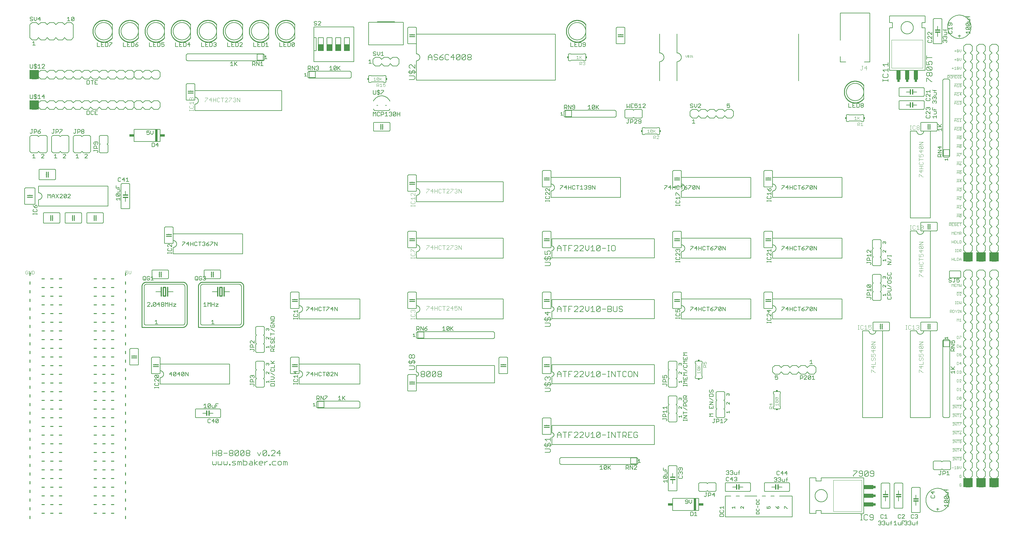
<source format=gto>
G04 EAGLE Gerber RS-274X export*
G75*
%MOMM*%
%FSLAX34Y34*%
%LPD*%
%INSilkscreen Top*%
%IPPOS*%
%AMOC8*
5,1,8,0,0,1.08239X$1,22.5*%
G01*
%ADD10C,0.152400*%
%ADD11C,0.076200*%
%ADD12C,0.127000*%
%ADD13C,0.101600*%
%ADD14C,0.050800*%
%ADD15R,0.762000X0.635000*%
%ADD16R,1.270000X2.794000*%
%ADD17C,0.177800*%
%ADD18C,0.304800*%
%ADD19C,0.254000*%
%ADD20R,0.508000X0.381000*%
%ADD21C,0.203200*%
%ADD22R,0.381000X0.508000*%
%ADD23R,0.635000X0.762000*%
%ADD24R,2.794000X1.270000*%
%ADD25R,1.524000X1.905000*%
%ADD26R,0.635000X3.556000*%
%ADD27R,1.397000X0.762000*%

G36*
X-1269935Y1320177D02*
X-1269935Y1320177D01*
X-1269869Y1320179D01*
X-1269826Y1320197D01*
X-1269779Y1320205D01*
X-1269722Y1320239D01*
X-1269662Y1320264D01*
X-1269627Y1320295D01*
X-1269586Y1320320D01*
X-1269545Y1320371D01*
X-1269496Y1320415D01*
X-1269474Y1320457D01*
X-1269445Y1320494D01*
X-1269424Y1320556D01*
X-1269393Y1320615D01*
X-1269385Y1320669D01*
X-1269373Y1320706D01*
X-1269374Y1320746D01*
X-1269366Y1320800D01*
X-1269366Y1346200D01*
X-1269377Y1346265D01*
X-1269379Y1346331D01*
X-1269397Y1346374D01*
X-1269405Y1346421D01*
X-1269439Y1346478D01*
X-1269464Y1346538D01*
X-1269495Y1346573D01*
X-1269520Y1346614D01*
X-1269571Y1346656D01*
X-1269615Y1346704D01*
X-1269657Y1346726D01*
X-1269694Y1346755D01*
X-1269756Y1346776D01*
X-1269815Y1346807D01*
X-1269869Y1346815D01*
X-1269906Y1346827D01*
X-1269946Y1346826D01*
X-1270000Y1346834D01*
X-1295400Y1346834D01*
X-1295465Y1346823D01*
X-1295531Y1346821D01*
X-1295574Y1346803D01*
X-1295621Y1346795D01*
X-1295678Y1346761D01*
X-1295738Y1346736D01*
X-1295773Y1346705D01*
X-1295814Y1346680D01*
X-1295856Y1346629D01*
X-1295904Y1346585D01*
X-1295926Y1346543D01*
X-1295955Y1346506D01*
X-1295976Y1346444D01*
X-1296007Y1346385D01*
X-1296015Y1346331D01*
X-1296027Y1346294D01*
X-1296026Y1346266D01*
X-1296027Y1346264D01*
X-1296027Y1346249D01*
X-1296034Y1346200D01*
X-1296034Y1320800D01*
X-1296023Y1320735D01*
X-1296021Y1320669D01*
X-1296003Y1320626D01*
X-1295995Y1320579D01*
X-1295961Y1320522D01*
X-1295936Y1320462D01*
X-1295905Y1320427D01*
X-1295880Y1320386D01*
X-1295829Y1320345D01*
X-1295785Y1320296D01*
X-1295743Y1320274D01*
X-1295706Y1320245D01*
X-1295644Y1320224D01*
X-1295585Y1320193D01*
X-1295531Y1320185D01*
X-1295494Y1320173D01*
X-1295454Y1320174D01*
X-1295400Y1320166D01*
X-1270000Y1320166D01*
X-1269935Y1320177D01*
G37*
G36*
X-1269935Y1231277D02*
X-1269935Y1231277D01*
X-1269869Y1231279D01*
X-1269826Y1231297D01*
X-1269779Y1231305D01*
X-1269722Y1231339D01*
X-1269662Y1231364D01*
X-1269627Y1231395D01*
X-1269586Y1231420D01*
X-1269545Y1231471D01*
X-1269496Y1231515D01*
X-1269474Y1231557D01*
X-1269445Y1231594D01*
X-1269424Y1231656D01*
X-1269393Y1231715D01*
X-1269385Y1231769D01*
X-1269373Y1231806D01*
X-1269374Y1231846D01*
X-1269366Y1231900D01*
X-1269366Y1257300D01*
X-1269377Y1257365D01*
X-1269379Y1257431D01*
X-1269397Y1257474D01*
X-1269405Y1257521D01*
X-1269439Y1257578D01*
X-1269464Y1257638D01*
X-1269495Y1257673D01*
X-1269520Y1257714D01*
X-1269571Y1257756D01*
X-1269615Y1257804D01*
X-1269657Y1257826D01*
X-1269694Y1257855D01*
X-1269756Y1257876D01*
X-1269815Y1257907D01*
X-1269869Y1257915D01*
X-1269906Y1257927D01*
X-1269946Y1257926D01*
X-1270000Y1257934D01*
X-1295400Y1257934D01*
X-1295465Y1257923D01*
X-1295531Y1257921D01*
X-1295574Y1257903D01*
X-1295621Y1257895D01*
X-1295678Y1257861D01*
X-1295738Y1257836D01*
X-1295773Y1257805D01*
X-1295814Y1257780D01*
X-1295856Y1257729D01*
X-1295904Y1257685D01*
X-1295926Y1257643D01*
X-1295955Y1257606D01*
X-1295976Y1257544D01*
X-1296007Y1257485D01*
X-1296015Y1257431D01*
X-1296027Y1257394D01*
X-1296026Y1257366D01*
X-1296027Y1257364D01*
X-1296027Y1257349D01*
X-1296034Y1257300D01*
X-1296034Y1231900D01*
X-1296023Y1231835D01*
X-1296021Y1231769D01*
X-1296003Y1231726D01*
X-1295995Y1231679D01*
X-1295961Y1231622D01*
X-1295936Y1231562D01*
X-1295905Y1231527D01*
X-1295880Y1231486D01*
X-1295829Y1231445D01*
X-1295785Y1231396D01*
X-1295743Y1231374D01*
X-1295706Y1231345D01*
X-1295644Y1231324D01*
X-1295585Y1231293D01*
X-1295531Y1231285D01*
X-1295494Y1231273D01*
X-1295454Y1231274D01*
X-1295400Y1231266D01*
X-1270000Y1231266D01*
X-1269935Y1231277D01*
G37*
G36*
X1460565Y786777D02*
X1460565Y786777D01*
X1460631Y786779D01*
X1460674Y786797D01*
X1460721Y786805D01*
X1460778Y786839D01*
X1460838Y786864D01*
X1460873Y786895D01*
X1460914Y786920D01*
X1460956Y786971D01*
X1461004Y787015D01*
X1461026Y787057D01*
X1461055Y787094D01*
X1461076Y787156D01*
X1461107Y787215D01*
X1461115Y787269D01*
X1461127Y787306D01*
X1461126Y787346D01*
X1461134Y787400D01*
X1461134Y812800D01*
X1461123Y812865D01*
X1461121Y812931D01*
X1461103Y812974D01*
X1461095Y813021D01*
X1461061Y813078D01*
X1461036Y813138D01*
X1461005Y813173D01*
X1460980Y813214D01*
X1460929Y813256D01*
X1460885Y813304D01*
X1460843Y813326D01*
X1460806Y813355D01*
X1460744Y813376D01*
X1460685Y813407D01*
X1460631Y813415D01*
X1460594Y813427D01*
X1460554Y813426D01*
X1460500Y813434D01*
X1435100Y813434D01*
X1435035Y813423D01*
X1434969Y813421D01*
X1434926Y813403D01*
X1434879Y813395D01*
X1434822Y813361D01*
X1434762Y813336D01*
X1434727Y813305D01*
X1434686Y813280D01*
X1434645Y813229D01*
X1434596Y813185D01*
X1434574Y813143D01*
X1434545Y813106D01*
X1434524Y813044D01*
X1434493Y812985D01*
X1434485Y812931D01*
X1434473Y812894D01*
X1434474Y812866D01*
X1434473Y812864D01*
X1434473Y812849D01*
X1434466Y812800D01*
X1434466Y787400D01*
X1434477Y787335D01*
X1434479Y787269D01*
X1434497Y787226D01*
X1434505Y787179D01*
X1434539Y787122D01*
X1434564Y787062D01*
X1434595Y787027D01*
X1434620Y786986D01*
X1434671Y786945D01*
X1434715Y786896D01*
X1434757Y786874D01*
X1434794Y786845D01*
X1434856Y786824D01*
X1434915Y786793D01*
X1434969Y786785D01*
X1435006Y786773D01*
X1435046Y786774D01*
X1435100Y786766D01*
X1460500Y786766D01*
X1460565Y786777D01*
G37*
G36*
X1536765Y786777D02*
X1536765Y786777D01*
X1536831Y786779D01*
X1536874Y786797D01*
X1536921Y786805D01*
X1536978Y786839D01*
X1537038Y786864D01*
X1537073Y786895D01*
X1537114Y786920D01*
X1537156Y786971D01*
X1537204Y787015D01*
X1537226Y787057D01*
X1537255Y787094D01*
X1537276Y787156D01*
X1537307Y787215D01*
X1537315Y787269D01*
X1537327Y787306D01*
X1537326Y787346D01*
X1537334Y787400D01*
X1537334Y812800D01*
X1537323Y812865D01*
X1537321Y812931D01*
X1537303Y812974D01*
X1537295Y813021D01*
X1537261Y813078D01*
X1537236Y813138D01*
X1537205Y813173D01*
X1537180Y813214D01*
X1537129Y813256D01*
X1537085Y813304D01*
X1537043Y813326D01*
X1537006Y813355D01*
X1536944Y813376D01*
X1536885Y813407D01*
X1536831Y813415D01*
X1536794Y813427D01*
X1536754Y813426D01*
X1536700Y813434D01*
X1511300Y813434D01*
X1511235Y813423D01*
X1511169Y813421D01*
X1511126Y813403D01*
X1511079Y813395D01*
X1511022Y813361D01*
X1510962Y813336D01*
X1510927Y813305D01*
X1510886Y813280D01*
X1510845Y813229D01*
X1510796Y813185D01*
X1510774Y813143D01*
X1510745Y813106D01*
X1510724Y813044D01*
X1510693Y812985D01*
X1510685Y812931D01*
X1510673Y812894D01*
X1510674Y812866D01*
X1510673Y812864D01*
X1510673Y812849D01*
X1510666Y812800D01*
X1510666Y787400D01*
X1510677Y787335D01*
X1510679Y787269D01*
X1510697Y787226D01*
X1510705Y787179D01*
X1510739Y787122D01*
X1510764Y787062D01*
X1510795Y787027D01*
X1510820Y786986D01*
X1510871Y786945D01*
X1510915Y786896D01*
X1510957Y786874D01*
X1510994Y786845D01*
X1511056Y786824D01*
X1511115Y786793D01*
X1511169Y786785D01*
X1511206Y786773D01*
X1511246Y786774D01*
X1511300Y786766D01*
X1536700Y786766D01*
X1536765Y786777D01*
G37*
G36*
X1498665Y786777D02*
X1498665Y786777D01*
X1498731Y786779D01*
X1498774Y786797D01*
X1498821Y786805D01*
X1498878Y786839D01*
X1498938Y786864D01*
X1498973Y786895D01*
X1499014Y786920D01*
X1499056Y786971D01*
X1499104Y787015D01*
X1499126Y787057D01*
X1499155Y787094D01*
X1499176Y787156D01*
X1499207Y787215D01*
X1499215Y787269D01*
X1499227Y787306D01*
X1499226Y787346D01*
X1499234Y787400D01*
X1499234Y812800D01*
X1499223Y812865D01*
X1499221Y812931D01*
X1499203Y812974D01*
X1499195Y813021D01*
X1499161Y813078D01*
X1499136Y813138D01*
X1499105Y813173D01*
X1499080Y813214D01*
X1499029Y813256D01*
X1498985Y813304D01*
X1498943Y813326D01*
X1498906Y813355D01*
X1498844Y813376D01*
X1498785Y813407D01*
X1498731Y813415D01*
X1498694Y813427D01*
X1498654Y813426D01*
X1498600Y813434D01*
X1473200Y813434D01*
X1473135Y813423D01*
X1473069Y813421D01*
X1473026Y813403D01*
X1472979Y813395D01*
X1472922Y813361D01*
X1472862Y813336D01*
X1472827Y813305D01*
X1472786Y813280D01*
X1472745Y813229D01*
X1472696Y813185D01*
X1472674Y813143D01*
X1472645Y813106D01*
X1472624Y813044D01*
X1472593Y812985D01*
X1472585Y812931D01*
X1472573Y812894D01*
X1472574Y812866D01*
X1472573Y812864D01*
X1472573Y812849D01*
X1472566Y812800D01*
X1472566Y787400D01*
X1472577Y787335D01*
X1472579Y787269D01*
X1472597Y787226D01*
X1472605Y787179D01*
X1472639Y787122D01*
X1472664Y787062D01*
X1472695Y787027D01*
X1472720Y786986D01*
X1472771Y786945D01*
X1472815Y786896D01*
X1472857Y786874D01*
X1472894Y786845D01*
X1472956Y786824D01*
X1473015Y786793D01*
X1473069Y786785D01*
X1473106Y786773D01*
X1473146Y786774D01*
X1473200Y786766D01*
X1498600Y786766D01*
X1498665Y786777D01*
G37*
G36*
X1460565Y126377D02*
X1460565Y126377D01*
X1460631Y126379D01*
X1460674Y126397D01*
X1460721Y126405D01*
X1460778Y126439D01*
X1460838Y126464D01*
X1460873Y126495D01*
X1460914Y126520D01*
X1460956Y126571D01*
X1461004Y126615D01*
X1461026Y126657D01*
X1461055Y126694D01*
X1461076Y126756D01*
X1461107Y126815D01*
X1461115Y126869D01*
X1461127Y126906D01*
X1461126Y126946D01*
X1461134Y127000D01*
X1461134Y152400D01*
X1461123Y152465D01*
X1461121Y152531D01*
X1461103Y152574D01*
X1461095Y152621D01*
X1461061Y152678D01*
X1461036Y152738D01*
X1461005Y152773D01*
X1460980Y152814D01*
X1460929Y152856D01*
X1460885Y152904D01*
X1460843Y152926D01*
X1460806Y152955D01*
X1460744Y152976D01*
X1460685Y153007D01*
X1460631Y153015D01*
X1460594Y153027D01*
X1460554Y153026D01*
X1460500Y153034D01*
X1435100Y153034D01*
X1435035Y153023D01*
X1434969Y153021D01*
X1434926Y153003D01*
X1434879Y152995D01*
X1434822Y152961D01*
X1434762Y152936D01*
X1434727Y152905D01*
X1434686Y152880D01*
X1434645Y152829D01*
X1434596Y152785D01*
X1434574Y152743D01*
X1434545Y152706D01*
X1434524Y152644D01*
X1434493Y152585D01*
X1434485Y152531D01*
X1434473Y152494D01*
X1434474Y152466D01*
X1434473Y152464D01*
X1434473Y152449D01*
X1434466Y152400D01*
X1434466Y127000D01*
X1434477Y126935D01*
X1434479Y126869D01*
X1434497Y126826D01*
X1434505Y126779D01*
X1434539Y126722D01*
X1434564Y126662D01*
X1434595Y126627D01*
X1434620Y126586D01*
X1434671Y126545D01*
X1434715Y126496D01*
X1434757Y126474D01*
X1434794Y126445D01*
X1434856Y126424D01*
X1434915Y126393D01*
X1434969Y126385D01*
X1435006Y126373D01*
X1435046Y126374D01*
X1435100Y126366D01*
X1460500Y126366D01*
X1460565Y126377D01*
G37*
G36*
X1536765Y126377D02*
X1536765Y126377D01*
X1536831Y126379D01*
X1536874Y126397D01*
X1536921Y126405D01*
X1536978Y126439D01*
X1537038Y126464D01*
X1537073Y126495D01*
X1537114Y126520D01*
X1537156Y126571D01*
X1537204Y126615D01*
X1537226Y126657D01*
X1537255Y126694D01*
X1537276Y126756D01*
X1537307Y126815D01*
X1537315Y126869D01*
X1537327Y126906D01*
X1537326Y126946D01*
X1537334Y127000D01*
X1537334Y152400D01*
X1537323Y152465D01*
X1537321Y152531D01*
X1537303Y152574D01*
X1537295Y152621D01*
X1537261Y152678D01*
X1537236Y152738D01*
X1537205Y152773D01*
X1537180Y152814D01*
X1537129Y152856D01*
X1537085Y152904D01*
X1537043Y152926D01*
X1537006Y152955D01*
X1536944Y152976D01*
X1536885Y153007D01*
X1536831Y153015D01*
X1536794Y153027D01*
X1536754Y153026D01*
X1536700Y153034D01*
X1511300Y153034D01*
X1511235Y153023D01*
X1511169Y153021D01*
X1511126Y153003D01*
X1511079Y152995D01*
X1511022Y152961D01*
X1510962Y152936D01*
X1510927Y152905D01*
X1510886Y152880D01*
X1510845Y152829D01*
X1510796Y152785D01*
X1510774Y152743D01*
X1510745Y152706D01*
X1510724Y152644D01*
X1510693Y152585D01*
X1510685Y152531D01*
X1510673Y152494D01*
X1510674Y152466D01*
X1510673Y152464D01*
X1510673Y152449D01*
X1510666Y152400D01*
X1510666Y127000D01*
X1510677Y126935D01*
X1510679Y126869D01*
X1510697Y126826D01*
X1510705Y126779D01*
X1510739Y126722D01*
X1510764Y126662D01*
X1510795Y126627D01*
X1510820Y126586D01*
X1510871Y126545D01*
X1510915Y126496D01*
X1510957Y126474D01*
X1510994Y126445D01*
X1511056Y126424D01*
X1511115Y126393D01*
X1511169Y126385D01*
X1511206Y126373D01*
X1511246Y126374D01*
X1511300Y126366D01*
X1536700Y126366D01*
X1536765Y126377D01*
G37*
G36*
X1498665Y126377D02*
X1498665Y126377D01*
X1498731Y126379D01*
X1498774Y126397D01*
X1498821Y126405D01*
X1498878Y126439D01*
X1498938Y126464D01*
X1498973Y126495D01*
X1499014Y126520D01*
X1499056Y126571D01*
X1499104Y126615D01*
X1499126Y126657D01*
X1499155Y126694D01*
X1499176Y126756D01*
X1499207Y126815D01*
X1499215Y126869D01*
X1499227Y126906D01*
X1499226Y126946D01*
X1499234Y127000D01*
X1499234Y152400D01*
X1499223Y152465D01*
X1499221Y152531D01*
X1499203Y152574D01*
X1499195Y152621D01*
X1499161Y152678D01*
X1499136Y152738D01*
X1499105Y152773D01*
X1499080Y152814D01*
X1499029Y152856D01*
X1498985Y152904D01*
X1498943Y152926D01*
X1498906Y152955D01*
X1498844Y152976D01*
X1498785Y153007D01*
X1498731Y153015D01*
X1498694Y153027D01*
X1498654Y153026D01*
X1498600Y153034D01*
X1473200Y153034D01*
X1473135Y153023D01*
X1473069Y153021D01*
X1473026Y153003D01*
X1472979Y152995D01*
X1472922Y152961D01*
X1472862Y152936D01*
X1472827Y152905D01*
X1472786Y152880D01*
X1472745Y152829D01*
X1472696Y152785D01*
X1472674Y152743D01*
X1472645Y152706D01*
X1472624Y152644D01*
X1472593Y152585D01*
X1472585Y152531D01*
X1472573Y152494D01*
X1472574Y152466D01*
X1472573Y152464D01*
X1472573Y152449D01*
X1472566Y152400D01*
X1472566Y127000D01*
X1472577Y126935D01*
X1472579Y126869D01*
X1472597Y126826D01*
X1472605Y126779D01*
X1472639Y126722D01*
X1472664Y126662D01*
X1472695Y126627D01*
X1472720Y126586D01*
X1472771Y126545D01*
X1472815Y126496D01*
X1472857Y126474D01*
X1472894Y126445D01*
X1472956Y126424D01*
X1473015Y126393D01*
X1473069Y126385D01*
X1473106Y126373D01*
X1473146Y126374D01*
X1473200Y126366D01*
X1498600Y126366D01*
X1498665Y126377D01*
G37*
D10*
X-761238Y217932D02*
X-761238Y234202D01*
X-761238Y226067D02*
X-750391Y226067D01*
X-750391Y234202D02*
X-750391Y217932D01*
X-744866Y231490D02*
X-742155Y234202D01*
X-736732Y234202D01*
X-734020Y231490D01*
X-734020Y228779D01*
X-736732Y226067D01*
X-734020Y223355D01*
X-734020Y220644D01*
X-736732Y217932D01*
X-742155Y217932D01*
X-744866Y220644D01*
X-744866Y223355D01*
X-742155Y226067D01*
X-744866Y228779D01*
X-744866Y231490D01*
X-742155Y226067D02*
X-736732Y226067D01*
X-728495Y226067D02*
X-717648Y226067D01*
X-712123Y231490D02*
X-709412Y234202D01*
X-703988Y234202D01*
X-701277Y231490D01*
X-701277Y228779D01*
X-703988Y226067D01*
X-701277Y223355D01*
X-701277Y220644D01*
X-703988Y217932D01*
X-709412Y217932D01*
X-712123Y220644D01*
X-712123Y223355D01*
X-709412Y226067D01*
X-712123Y228779D01*
X-712123Y231490D01*
X-709412Y226067D02*
X-703988Y226067D01*
X-695752Y220644D02*
X-695752Y231490D01*
X-693040Y234202D01*
X-687617Y234202D01*
X-684905Y231490D01*
X-684905Y220644D01*
X-687617Y217932D01*
X-693040Y217932D01*
X-695752Y220644D01*
X-684905Y231490D01*
X-679380Y231490D02*
X-679380Y220644D01*
X-679380Y231490D02*
X-676669Y234202D01*
X-671245Y234202D01*
X-668534Y231490D01*
X-668534Y220644D01*
X-671245Y217932D01*
X-676669Y217932D01*
X-679380Y220644D01*
X-668534Y231490D01*
X-663009Y231490D02*
X-660297Y234202D01*
X-654874Y234202D01*
X-652162Y231490D01*
X-652162Y228779D01*
X-654874Y226067D01*
X-652162Y223355D01*
X-652162Y220644D01*
X-654874Y217932D01*
X-660297Y217932D01*
X-663009Y220644D01*
X-663009Y223355D01*
X-660297Y226067D01*
X-663009Y228779D01*
X-663009Y231490D01*
X-660297Y226067D02*
X-654874Y226067D01*
X-630266Y228779D02*
X-624842Y217932D01*
X-619419Y228779D01*
X-613894Y231490D02*
X-613894Y220644D01*
X-613894Y231490D02*
X-611182Y234202D01*
X-605759Y234202D01*
X-603047Y231490D01*
X-603047Y220644D01*
X-605759Y217932D01*
X-611182Y217932D01*
X-613894Y220644D01*
X-603047Y231490D01*
X-597522Y220644D02*
X-597522Y217932D01*
X-597522Y220644D02*
X-594811Y220644D01*
X-594811Y217932D01*
X-597522Y217932D01*
X-589337Y217932D02*
X-578490Y217932D01*
X-589337Y217932D02*
X-578490Y228779D01*
X-578490Y231490D01*
X-581202Y234202D01*
X-586625Y234202D01*
X-589337Y231490D01*
X-564830Y234202D02*
X-564830Y217932D01*
X-572965Y226067D02*
X-564830Y234202D01*
X-562118Y226067D02*
X-572965Y226067D01*
X-761238Y202109D02*
X-761238Y193974D01*
X-758526Y191262D01*
X-755815Y193974D01*
X-753103Y191262D01*
X-750391Y193974D01*
X-750391Y202109D01*
X-744866Y202109D02*
X-744866Y193974D01*
X-742155Y191262D01*
X-739443Y193974D01*
X-736732Y191262D01*
X-734020Y193974D01*
X-734020Y202109D01*
X-728495Y202109D02*
X-728495Y193974D01*
X-725783Y191262D01*
X-723072Y193974D01*
X-720360Y191262D01*
X-717648Y193974D01*
X-717648Y202109D01*
X-712123Y193974D02*
X-712123Y191262D01*
X-712123Y193974D02*
X-709412Y193974D01*
X-709412Y191262D01*
X-712123Y191262D01*
X-703938Y191262D02*
X-695803Y191262D01*
X-693091Y193974D01*
X-695803Y196685D01*
X-701226Y196685D01*
X-703938Y199397D01*
X-701226Y202109D01*
X-693091Y202109D01*
X-687566Y202109D02*
X-687566Y191262D01*
X-687566Y202109D02*
X-684854Y202109D01*
X-682143Y199397D01*
X-682143Y191262D01*
X-682143Y199397D02*
X-679431Y202109D01*
X-676719Y199397D01*
X-676719Y191262D01*
X-671194Y191262D02*
X-671194Y207532D01*
X-671194Y191262D02*
X-663059Y191262D01*
X-660348Y193974D01*
X-660348Y199397D01*
X-663059Y202109D01*
X-671194Y202109D01*
X-652111Y202109D02*
X-646688Y202109D01*
X-643976Y199397D01*
X-643976Y191262D01*
X-652111Y191262D01*
X-654823Y193974D01*
X-652111Y196685D01*
X-643976Y196685D01*
X-638451Y191262D02*
X-638451Y207532D01*
X-638451Y196685D02*
X-630316Y191262D01*
X-638451Y196685D02*
X-630316Y202109D01*
X-622097Y191262D02*
X-616673Y191262D01*
X-622097Y191262D02*
X-624808Y193974D01*
X-624808Y199397D01*
X-622097Y202109D01*
X-616673Y202109D01*
X-613962Y199397D01*
X-613962Y196685D01*
X-624808Y196685D01*
X-608437Y191262D02*
X-608437Y202109D01*
X-608437Y196685D02*
X-603013Y202109D01*
X-600302Y202109D01*
X-594794Y193974D02*
X-594794Y191262D01*
X-594794Y193974D02*
X-592082Y193974D01*
X-592082Y191262D01*
X-594794Y191262D01*
X-583896Y202109D02*
X-575761Y202109D01*
X-583896Y202109D02*
X-586608Y199397D01*
X-586608Y193974D01*
X-583896Y191262D01*
X-575761Y191262D01*
X-567525Y191262D02*
X-562102Y191262D01*
X-559390Y193974D01*
X-559390Y199397D01*
X-562102Y202109D01*
X-567525Y202109D01*
X-570236Y199397D01*
X-570236Y193974D01*
X-567525Y191262D01*
X-553865Y191262D02*
X-553865Y202109D01*
X-551153Y202109D01*
X-548442Y199397D01*
X-548442Y191262D01*
X-548442Y199397D02*
X-545730Y202109D01*
X-543018Y199397D01*
X-543018Y191262D01*
D11*
X1407949Y1377699D02*
X1412863Y1377699D01*
X1410406Y1375242D02*
X1410406Y1380157D01*
X1415433Y1380157D02*
X1416661Y1381385D01*
X1419119Y1381385D01*
X1420348Y1380157D01*
X1420348Y1378928D01*
X1419119Y1377699D01*
X1420348Y1376470D01*
X1420348Y1375242D01*
X1419119Y1374013D01*
X1416661Y1374013D01*
X1415433Y1375242D01*
X1415433Y1376470D01*
X1416661Y1377699D01*
X1415433Y1378928D01*
X1415433Y1380157D01*
X1416661Y1377699D02*
X1419119Y1377699D01*
X1422917Y1376470D02*
X1422917Y1381385D01*
X1422917Y1376470D02*
X1425374Y1374013D01*
X1427832Y1376470D01*
X1427832Y1381385D01*
X1412863Y1403099D02*
X1407949Y1403099D01*
X1410406Y1400642D02*
X1410406Y1405557D01*
X1415433Y1405557D02*
X1416661Y1406785D01*
X1419119Y1406785D01*
X1420348Y1405557D01*
X1420348Y1404328D01*
X1419119Y1403099D01*
X1420348Y1401870D01*
X1420348Y1400642D01*
X1419119Y1399413D01*
X1416661Y1399413D01*
X1415433Y1400642D01*
X1415433Y1401870D01*
X1416661Y1403099D01*
X1415433Y1404328D01*
X1415433Y1405557D01*
X1416661Y1403099D02*
X1419119Y1403099D01*
X1422917Y1401870D02*
X1422917Y1406785D01*
X1422917Y1401870D02*
X1425374Y1399413D01*
X1427832Y1401870D01*
X1427832Y1406785D01*
X1405379Y1352299D02*
X1400464Y1352299D01*
X1402922Y1349842D02*
X1402922Y1354757D01*
X1407949Y1353528D02*
X1410406Y1355985D01*
X1410406Y1348613D01*
X1407949Y1348613D02*
X1412863Y1348613D01*
X1415433Y1354757D02*
X1416661Y1355985D01*
X1419119Y1355985D01*
X1420348Y1354757D01*
X1420348Y1353528D01*
X1419119Y1352299D01*
X1420348Y1351070D01*
X1420348Y1349842D01*
X1419119Y1348613D01*
X1416661Y1348613D01*
X1415433Y1349842D01*
X1415433Y1351070D01*
X1416661Y1352299D01*
X1415433Y1353528D01*
X1415433Y1354757D01*
X1416661Y1352299D02*
X1419119Y1352299D01*
X1422917Y1351070D02*
X1422917Y1355985D01*
X1422917Y1351070D02*
X1425374Y1348613D01*
X1427832Y1351070D01*
X1427832Y1355985D01*
X1430020Y1332103D02*
X1387610Y1332103D01*
X1387991Y1330585D02*
X1387991Y1323213D01*
X1387991Y1330585D02*
X1391677Y1330585D01*
X1392906Y1329357D01*
X1392906Y1326899D01*
X1391677Y1325670D01*
X1387991Y1325670D01*
X1390448Y1325670D02*
X1392906Y1323213D01*
X1396704Y1330585D02*
X1399161Y1330585D01*
X1396704Y1330585D02*
X1395475Y1329357D01*
X1395475Y1324442D01*
X1396704Y1323213D01*
X1399161Y1323213D01*
X1400390Y1324442D01*
X1400390Y1329357D01*
X1399161Y1330585D01*
X1402959Y1330585D02*
X1402959Y1323213D01*
X1405417Y1328128D02*
X1402959Y1330585D01*
X1405417Y1328128D02*
X1407874Y1330585D01*
X1407874Y1323213D01*
X1410443Y1323213D02*
X1410443Y1330585D01*
X1410443Y1323213D02*
X1414129Y1323213D01*
X1415358Y1324442D01*
X1415358Y1329357D01*
X1414129Y1330585D01*
X1410443Y1330585D01*
X1417927Y1323213D02*
X1420385Y1323213D01*
X1419156Y1323213D02*
X1419156Y1330585D01*
X1417927Y1330585D02*
X1420385Y1330585D01*
X1426603Y1330585D02*
X1427832Y1329357D01*
X1426603Y1330585D02*
X1424146Y1330585D01*
X1422917Y1329357D01*
X1422917Y1328128D01*
X1424146Y1326899D01*
X1426603Y1326899D01*
X1427832Y1325670D01*
X1427832Y1324442D01*
X1426603Y1323213D01*
X1424146Y1323213D01*
X1422917Y1324442D01*
X1430020Y1306703D02*
X1407568Y1306703D01*
X1407949Y1302728D02*
X1407949Y1297813D01*
X1407949Y1302728D02*
X1410406Y1305185D01*
X1412863Y1302728D01*
X1412863Y1297813D01*
X1412863Y1301499D02*
X1407949Y1301499D01*
X1415433Y1302728D02*
X1417890Y1305185D01*
X1417890Y1297813D01*
X1415433Y1297813D02*
X1420348Y1297813D01*
X1422917Y1305185D02*
X1427832Y1305185D01*
X1422917Y1305185D02*
X1422917Y1301499D01*
X1425374Y1302728D01*
X1426603Y1302728D01*
X1427832Y1301499D01*
X1427832Y1299042D01*
X1426603Y1297813D01*
X1424146Y1297813D01*
X1422917Y1299042D01*
X1430020Y1281303D02*
X1407568Y1281303D01*
X1407949Y1277328D02*
X1407949Y1272413D01*
X1407949Y1277328D02*
X1410406Y1279785D01*
X1412863Y1277328D01*
X1412863Y1272413D01*
X1412863Y1276099D02*
X1407949Y1276099D01*
X1415433Y1277328D02*
X1417890Y1279785D01*
X1417890Y1272413D01*
X1415433Y1272413D02*
X1420348Y1272413D01*
X1426603Y1272413D02*
X1426603Y1279785D01*
X1422917Y1276099D01*
X1427832Y1276099D01*
X1430020Y1255903D02*
X1407568Y1255903D01*
X1407949Y1251928D02*
X1407949Y1247013D01*
X1407949Y1251928D02*
X1410406Y1254385D01*
X1412863Y1251928D01*
X1412863Y1247013D01*
X1412863Y1250699D02*
X1407949Y1250699D01*
X1415433Y1251928D02*
X1417890Y1254385D01*
X1417890Y1247013D01*
X1415433Y1247013D02*
X1420348Y1247013D01*
X1422917Y1253157D02*
X1424146Y1254385D01*
X1426603Y1254385D01*
X1427832Y1253157D01*
X1427832Y1251928D01*
X1426603Y1250699D01*
X1425374Y1250699D01*
X1426603Y1250699D02*
X1427832Y1249470D01*
X1427832Y1248242D01*
X1426603Y1247013D01*
X1424146Y1247013D01*
X1422917Y1248242D01*
X1430020Y1205103D02*
X1407568Y1205103D01*
X1407949Y1201128D02*
X1407949Y1196213D01*
X1407949Y1201128D02*
X1410406Y1203585D01*
X1412863Y1201128D01*
X1412863Y1196213D01*
X1412863Y1199899D02*
X1407949Y1199899D01*
X1415433Y1201128D02*
X1417890Y1203585D01*
X1417890Y1196213D01*
X1415433Y1196213D02*
X1420348Y1196213D01*
X1422917Y1201128D02*
X1425374Y1203585D01*
X1425374Y1196213D01*
X1422917Y1196213D02*
X1427832Y1196213D01*
X1430020Y1179703D02*
X1407568Y1179703D01*
X1407949Y1175728D02*
X1407949Y1170813D01*
X1407949Y1175728D02*
X1410406Y1178185D01*
X1412863Y1175728D01*
X1412863Y1170813D01*
X1412863Y1174499D02*
X1407949Y1174499D01*
X1415433Y1175728D02*
X1417890Y1178185D01*
X1417890Y1170813D01*
X1415433Y1170813D02*
X1420348Y1170813D01*
X1422917Y1172042D02*
X1422917Y1176957D01*
X1424146Y1178185D01*
X1426603Y1178185D01*
X1427832Y1176957D01*
X1427832Y1172042D01*
X1426603Y1170813D01*
X1424146Y1170813D01*
X1422917Y1172042D01*
X1427832Y1176957D01*
X1430020Y1154303D02*
X1415052Y1154303D01*
X1415433Y1150328D02*
X1415433Y1145413D01*
X1415433Y1150328D02*
X1417890Y1152785D01*
X1420348Y1150328D01*
X1420348Y1145413D01*
X1420348Y1149099D02*
X1415433Y1149099D01*
X1422917Y1146642D02*
X1424146Y1145413D01*
X1426603Y1145413D01*
X1427832Y1146642D01*
X1427832Y1151557D01*
X1426603Y1152785D01*
X1424146Y1152785D01*
X1422917Y1151557D01*
X1422917Y1150328D01*
X1424146Y1149099D01*
X1427832Y1149099D01*
X1430020Y1128903D02*
X1415052Y1128903D01*
X1415433Y1124928D02*
X1415433Y1120013D01*
X1415433Y1124928D02*
X1417890Y1127385D01*
X1420348Y1124928D01*
X1420348Y1120013D01*
X1420348Y1123699D02*
X1415433Y1123699D01*
X1422917Y1126157D02*
X1424146Y1127385D01*
X1426603Y1127385D01*
X1427832Y1126157D01*
X1427832Y1124928D01*
X1426603Y1123699D01*
X1427832Y1122470D01*
X1427832Y1121242D01*
X1426603Y1120013D01*
X1424146Y1120013D01*
X1422917Y1121242D01*
X1422917Y1122470D01*
X1424146Y1123699D01*
X1422917Y1124928D01*
X1422917Y1126157D01*
X1424146Y1123699D02*
X1426603Y1123699D01*
X1430020Y1103503D02*
X1415052Y1103503D01*
X1415433Y1099528D02*
X1415433Y1094613D01*
X1415433Y1099528D02*
X1417890Y1101985D01*
X1420348Y1099528D01*
X1420348Y1094613D01*
X1420348Y1098299D02*
X1415433Y1098299D01*
X1422917Y1101985D02*
X1427832Y1101985D01*
X1427832Y1100757D01*
X1422917Y1095842D01*
X1422917Y1094613D01*
X1430020Y1078103D02*
X1415052Y1078103D01*
X1415433Y1074128D02*
X1415433Y1069213D01*
X1415433Y1074128D02*
X1417890Y1076585D01*
X1420348Y1074128D01*
X1420348Y1069213D01*
X1420348Y1072899D02*
X1415433Y1072899D01*
X1425374Y1075357D02*
X1427832Y1076585D01*
X1425374Y1075357D02*
X1422917Y1072899D01*
X1422917Y1070442D01*
X1424146Y1069213D01*
X1426603Y1069213D01*
X1427832Y1070442D01*
X1427832Y1071670D01*
X1426603Y1072899D01*
X1422917Y1072899D01*
X1430020Y1052703D02*
X1415052Y1052703D01*
X1415433Y1048728D02*
X1415433Y1043813D01*
X1415433Y1048728D02*
X1417890Y1051185D01*
X1420348Y1048728D01*
X1420348Y1043813D01*
X1420348Y1047499D02*
X1415433Y1047499D01*
X1422917Y1051185D02*
X1427832Y1051185D01*
X1422917Y1051185D02*
X1422917Y1047499D01*
X1425374Y1048728D01*
X1426603Y1048728D01*
X1427832Y1047499D01*
X1427832Y1045042D01*
X1426603Y1043813D01*
X1424146Y1043813D01*
X1422917Y1045042D01*
X1430020Y1027303D02*
X1415052Y1027303D01*
X1415433Y1023328D02*
X1415433Y1018413D01*
X1415433Y1023328D02*
X1417890Y1025785D01*
X1420348Y1023328D01*
X1420348Y1018413D01*
X1420348Y1022099D02*
X1415433Y1022099D01*
X1426603Y1018413D02*
X1426603Y1025785D01*
X1422917Y1022099D01*
X1427832Y1022099D01*
X1430020Y1001903D02*
X1415052Y1001903D01*
X1415433Y997928D02*
X1415433Y993013D01*
X1415433Y997928D02*
X1417890Y1000385D01*
X1420348Y997928D01*
X1420348Y993013D01*
X1420348Y996699D02*
X1415433Y996699D01*
X1422917Y999157D02*
X1424146Y1000385D01*
X1426603Y1000385D01*
X1427832Y999157D01*
X1427832Y997928D01*
X1426603Y996699D01*
X1425374Y996699D01*
X1426603Y996699D02*
X1427832Y995470D01*
X1427832Y994242D01*
X1426603Y993013D01*
X1424146Y993013D01*
X1422917Y994242D01*
X1430020Y976503D02*
X1415052Y976503D01*
X1415433Y972528D02*
X1415433Y967613D01*
X1415433Y972528D02*
X1417890Y974985D01*
X1420348Y972528D01*
X1420348Y967613D01*
X1420348Y971299D02*
X1415433Y971299D01*
X1422917Y967613D02*
X1427832Y967613D01*
X1422917Y967613D02*
X1427832Y972528D01*
X1427832Y973757D01*
X1426603Y974985D01*
X1424146Y974985D01*
X1422917Y973757D01*
X1430020Y951103D02*
X1415052Y951103D01*
X1415433Y947128D02*
X1415433Y942213D01*
X1415433Y947128D02*
X1417890Y949585D01*
X1420348Y947128D01*
X1420348Y942213D01*
X1420348Y945899D02*
X1415433Y945899D01*
X1422917Y947128D02*
X1425374Y949585D01*
X1425374Y942213D01*
X1422917Y942213D02*
X1427832Y942213D01*
X1430020Y900303D02*
X1392599Y900303D01*
X1392980Y898785D02*
X1392980Y891413D01*
X1392980Y898785D02*
X1396666Y898785D01*
X1397895Y897557D01*
X1397895Y895099D01*
X1396666Y893870D01*
X1392980Y893870D01*
X1395438Y893870D02*
X1397895Y891413D01*
X1400464Y898785D02*
X1405379Y898785D01*
X1400464Y898785D02*
X1400464Y891413D01*
X1405379Y891413D01*
X1402922Y895099D02*
X1400464Y895099D01*
X1411635Y898785D02*
X1412863Y897557D01*
X1411635Y898785D02*
X1409177Y898785D01*
X1407949Y897557D01*
X1407949Y896328D01*
X1409177Y895099D01*
X1411635Y895099D01*
X1412863Y893870D01*
X1412863Y892642D01*
X1411635Y891413D01*
X1409177Y891413D01*
X1407949Y892642D01*
X1415433Y898785D02*
X1420348Y898785D01*
X1415433Y898785D02*
X1415433Y891413D01*
X1420348Y891413D01*
X1417890Y895099D02*
X1415433Y895099D01*
X1425374Y891413D02*
X1425374Y898785D01*
X1422917Y898785D02*
X1427832Y898785D01*
X1430020Y925703D02*
X1415052Y925703D01*
X1415433Y921728D02*
X1415433Y916813D01*
X1415433Y921728D02*
X1417890Y924185D01*
X1420348Y921728D01*
X1420348Y916813D01*
X1420348Y920499D02*
X1415433Y920499D01*
X1422917Y918042D02*
X1422917Y922957D01*
X1424146Y924185D01*
X1426603Y924185D01*
X1427832Y922957D01*
X1427832Y918042D01*
X1426603Y916813D01*
X1424146Y916813D01*
X1422917Y918042D01*
X1427832Y922957D01*
X1400464Y873385D02*
X1400464Y866013D01*
X1402922Y870928D02*
X1400464Y873385D01*
X1402922Y870928D02*
X1405379Y873385D01*
X1405379Y866013D01*
X1407949Y873385D02*
X1412863Y873385D01*
X1407949Y873385D02*
X1407949Y866013D01*
X1412863Y866013D01*
X1410406Y869699D02*
X1407949Y869699D01*
X1415433Y866013D02*
X1415433Y873385D01*
X1417890Y870928D01*
X1420348Y873385D01*
X1420348Y866013D01*
X1422917Y866013D02*
X1422917Y873385D01*
X1426603Y873385D01*
X1427832Y872157D01*
X1427832Y869699D01*
X1426603Y868470D01*
X1422917Y868470D01*
X1425374Y868470D02*
X1427832Y866013D01*
X1400464Y847985D02*
X1400464Y840613D01*
X1400464Y844299D02*
X1405379Y844299D01*
X1405379Y847985D02*
X1405379Y840613D01*
X1409177Y847985D02*
X1411635Y847985D01*
X1409177Y847985D02*
X1407949Y846757D01*
X1407949Y841842D01*
X1409177Y840613D01*
X1411635Y840613D01*
X1412863Y841842D01*
X1412863Y846757D01*
X1411635Y847985D01*
X1415433Y847985D02*
X1415433Y840613D01*
X1420348Y840613D01*
X1422917Y840613D02*
X1422917Y847985D01*
X1422917Y840613D02*
X1426603Y840613D01*
X1427832Y841842D01*
X1427832Y846757D01*
X1426603Y847985D01*
X1422917Y847985D01*
X1412901Y815213D02*
X1410443Y815213D01*
X1411672Y815213D02*
X1411672Y822585D01*
X1410443Y822585D02*
X1412901Y822585D01*
X1416661Y822585D02*
X1419119Y822585D01*
X1416661Y822585D02*
X1415433Y821357D01*
X1415433Y816442D01*
X1416661Y815213D01*
X1419119Y815213D01*
X1420348Y816442D01*
X1420348Y821357D01*
X1419119Y822585D01*
X1422917Y822585D02*
X1422917Y815213D01*
X1422917Y822585D02*
X1426603Y822585D01*
X1427832Y821357D01*
X1427832Y818899D01*
X1426603Y817670D01*
X1422917Y817670D01*
X1425374Y817670D02*
X1427832Y815213D01*
X1400464Y797185D02*
X1400464Y789813D01*
X1400464Y793499D02*
X1405379Y793499D01*
X1405379Y797185D02*
X1405379Y789813D01*
X1407949Y789813D02*
X1407949Y797185D01*
X1407949Y789813D02*
X1412863Y789813D01*
X1415433Y789813D02*
X1415433Y797185D01*
X1415433Y789813D02*
X1419119Y789813D01*
X1420348Y791042D01*
X1420348Y795957D01*
X1419119Y797185D01*
X1415433Y797185D01*
X1422917Y794728D02*
X1422917Y789813D01*
X1422917Y794728D02*
X1425374Y797185D01*
X1427832Y794728D01*
X1427832Y789813D01*
X1427832Y793499D02*
X1422917Y793499D01*
X1400464Y720985D02*
X1400464Y713613D01*
X1402922Y718528D02*
X1400464Y720985D01*
X1402922Y718528D02*
X1405379Y720985D01*
X1405379Y713613D01*
X1407949Y720985D02*
X1412863Y720985D01*
X1407949Y720985D02*
X1407949Y713613D01*
X1412863Y713613D01*
X1410406Y717299D02*
X1407949Y717299D01*
X1415433Y713613D02*
X1415433Y720985D01*
X1417890Y718528D01*
X1420348Y720985D01*
X1420348Y713613D01*
X1422917Y713613D02*
X1422917Y720985D01*
X1425374Y716070D02*
X1422917Y713613D01*
X1425374Y716070D02*
X1427832Y713613D01*
X1427832Y720985D01*
X1430020Y697103D02*
X1415052Y697103D01*
X1416661Y695585D02*
X1419119Y695585D01*
X1416661Y695585D02*
X1415433Y694357D01*
X1415433Y689442D01*
X1416661Y688213D01*
X1419119Y688213D01*
X1420348Y689442D01*
X1420348Y694357D01*
X1419119Y695585D01*
X1422917Y688213D02*
X1427832Y688213D01*
X1422917Y688213D02*
X1427832Y693128D01*
X1427832Y694357D01*
X1426603Y695585D01*
X1424146Y695585D01*
X1422917Y694357D01*
X1412901Y662813D02*
X1410443Y662813D01*
X1411672Y662813D02*
X1411672Y670185D01*
X1410443Y670185D02*
X1412901Y670185D01*
X1416661Y670185D02*
X1419119Y670185D01*
X1416661Y670185D02*
X1415433Y668957D01*
X1415433Y664042D01*
X1416661Y662813D01*
X1419119Y662813D01*
X1420348Y664042D01*
X1420348Y668957D01*
X1419119Y670185D01*
X1422917Y670185D02*
X1422917Y662813D01*
X1425374Y665270D01*
X1427832Y662813D01*
X1427832Y670185D01*
X1395475Y644785D02*
X1395475Y637413D01*
X1395475Y644785D02*
X1399161Y644785D01*
X1400390Y643557D01*
X1400390Y641099D01*
X1399161Y639870D01*
X1395475Y639870D01*
X1397932Y639870D02*
X1400390Y637413D01*
X1402959Y637413D02*
X1402959Y644785D01*
X1402959Y637413D02*
X1406645Y637413D01*
X1407874Y638642D01*
X1407874Y643557D01*
X1406645Y644785D01*
X1402959Y644785D01*
X1410443Y644785D02*
X1410443Y643557D01*
X1412901Y641099D01*
X1415358Y643557D01*
X1415358Y644785D01*
X1412901Y641099D02*
X1412901Y637413D01*
X1417927Y637413D02*
X1420385Y637413D01*
X1419156Y637413D02*
X1419156Y644785D01*
X1417927Y644785D02*
X1420385Y644785D01*
X1422917Y644785D02*
X1422917Y637413D01*
X1427832Y637413D02*
X1422917Y644785D01*
X1427832Y644785D02*
X1427832Y637413D01*
X1415433Y619385D02*
X1415433Y612013D01*
X1417890Y616928D02*
X1415433Y619385D01*
X1417890Y616928D02*
X1420348Y619385D01*
X1420348Y612013D01*
X1422917Y616928D02*
X1425374Y619385D01*
X1425374Y612013D01*
X1422917Y612013D02*
X1427832Y612013D01*
X1415433Y568585D02*
X1415433Y561213D01*
X1419119Y561213D01*
X1420348Y562442D01*
X1420348Y567357D01*
X1419119Y568585D01*
X1415433Y568585D01*
X1422917Y568585D02*
X1427832Y568585D01*
X1427832Y567357D01*
X1422917Y562442D01*
X1422917Y561213D01*
X1415433Y543185D02*
X1415433Y535813D01*
X1419119Y535813D01*
X1420348Y537042D01*
X1420348Y541957D01*
X1419119Y543185D01*
X1415433Y543185D01*
X1425374Y541957D02*
X1427832Y543185D01*
X1425374Y541957D02*
X1422917Y539499D01*
X1422917Y537042D01*
X1424146Y535813D01*
X1426603Y535813D01*
X1427832Y537042D01*
X1427832Y538270D01*
X1426603Y539499D01*
X1422917Y539499D01*
X1415433Y517785D02*
X1415433Y510413D01*
X1419119Y510413D01*
X1420348Y511642D01*
X1420348Y516557D01*
X1419119Y517785D01*
X1415433Y517785D01*
X1422917Y517785D02*
X1427832Y517785D01*
X1422917Y517785D02*
X1422917Y514099D01*
X1425374Y515328D01*
X1426603Y515328D01*
X1427832Y514099D01*
X1427832Y511642D01*
X1426603Y510413D01*
X1424146Y510413D01*
X1422917Y511642D01*
X1415433Y492385D02*
X1415433Y485013D01*
X1419119Y485013D01*
X1420348Y486242D01*
X1420348Y491157D01*
X1419119Y492385D01*
X1415433Y492385D01*
X1426603Y492385D02*
X1426603Y485013D01*
X1422917Y488699D02*
X1426603Y492385D01*
X1427832Y488699D02*
X1422917Y488699D01*
X1415433Y466985D02*
X1415433Y459613D01*
X1419119Y459613D01*
X1420348Y460842D01*
X1420348Y465757D01*
X1419119Y466985D01*
X1415433Y466985D01*
X1422917Y465757D02*
X1424146Y466985D01*
X1426603Y466985D01*
X1427832Y465757D01*
X1427832Y464528D01*
X1426603Y463299D01*
X1425374Y463299D01*
X1426603Y463299D02*
X1427832Y462070D01*
X1427832Y460842D01*
X1426603Y459613D01*
X1424146Y459613D01*
X1422917Y460842D01*
X1415433Y441585D02*
X1415433Y434213D01*
X1419119Y434213D01*
X1420348Y435442D01*
X1420348Y440357D01*
X1419119Y441585D01*
X1415433Y441585D01*
X1422917Y434213D02*
X1427832Y434213D01*
X1422917Y434213D02*
X1427832Y439128D01*
X1427832Y440357D01*
X1426603Y441585D01*
X1424146Y441585D01*
X1422917Y440357D01*
X1415433Y416185D02*
X1415433Y408813D01*
X1419119Y408813D01*
X1420348Y410042D01*
X1420348Y414957D01*
X1419119Y416185D01*
X1415433Y416185D01*
X1422917Y413728D02*
X1425374Y416185D01*
X1425374Y408813D01*
X1422917Y408813D02*
X1427832Y408813D01*
X1415433Y390785D02*
X1415433Y383413D01*
X1419119Y383413D01*
X1420348Y384642D01*
X1420348Y389557D01*
X1419119Y390785D01*
X1415433Y390785D01*
X1422917Y389557D02*
X1422917Y384642D01*
X1422917Y389557D02*
X1424146Y390785D01*
X1426603Y390785D01*
X1427832Y389557D01*
X1427832Y384642D01*
X1426603Y383413D01*
X1424146Y383413D01*
X1422917Y384642D01*
X1427832Y389557D01*
X1430020Y366903D02*
X1402578Y366903D01*
X1402959Y358013D02*
X1405417Y358013D01*
X1404188Y358013D02*
X1404188Y365385D01*
X1402959Y365385D02*
X1405417Y365385D01*
X1407949Y365385D02*
X1407949Y358013D01*
X1412863Y358013D02*
X1407949Y365385D01*
X1412863Y365385D02*
X1412863Y358013D01*
X1417890Y358013D02*
X1417890Y365385D01*
X1415433Y365385D02*
X1420348Y365385D01*
X1422917Y358013D02*
X1427832Y358013D01*
X1422917Y358013D02*
X1427832Y362928D01*
X1427832Y364157D01*
X1426603Y365385D01*
X1424146Y365385D01*
X1422917Y364157D01*
X1430020Y341503D02*
X1402578Y341503D01*
X1402959Y332613D02*
X1405417Y332613D01*
X1404188Y332613D02*
X1404188Y339985D01*
X1402959Y339985D02*
X1405417Y339985D01*
X1407949Y339985D02*
X1407949Y332613D01*
X1412863Y332613D02*
X1407949Y339985D01*
X1412863Y339985D02*
X1412863Y332613D01*
X1417890Y332613D02*
X1417890Y339985D01*
X1415433Y339985D02*
X1420348Y339985D01*
X1422917Y337528D02*
X1425374Y339985D01*
X1425374Y332613D01*
X1422917Y332613D02*
X1427832Y332613D01*
X1430020Y316103D02*
X1402578Y316103D01*
X1402959Y307213D02*
X1405417Y307213D01*
X1404188Y307213D02*
X1404188Y314585D01*
X1402959Y314585D02*
X1405417Y314585D01*
X1407949Y314585D02*
X1407949Y307213D01*
X1412863Y307213D02*
X1407949Y314585D01*
X1412863Y314585D02*
X1412863Y307213D01*
X1417890Y307213D02*
X1417890Y314585D01*
X1415433Y314585D02*
X1420348Y314585D01*
X1422917Y314585D02*
X1427832Y314585D01*
X1427832Y313357D01*
X1422917Y308442D01*
X1422917Y307213D01*
X1430020Y290703D02*
X1402578Y290703D01*
X1402959Y281813D02*
X1405417Y281813D01*
X1404188Y281813D02*
X1404188Y289185D01*
X1402959Y289185D02*
X1405417Y289185D01*
X1407949Y289185D02*
X1407949Y281813D01*
X1412863Y281813D02*
X1407949Y289185D01*
X1412863Y289185D02*
X1412863Y281813D01*
X1417890Y281813D02*
X1417890Y289185D01*
X1415433Y289185D02*
X1420348Y289185D01*
X1425374Y287957D02*
X1427832Y289185D01*
X1425374Y287957D02*
X1422917Y285499D01*
X1422917Y283042D01*
X1424146Y281813D01*
X1426603Y281813D01*
X1427832Y283042D01*
X1427832Y284270D01*
X1426603Y285499D01*
X1422917Y285499D01*
X1430020Y265303D02*
X1402578Y265303D01*
X1402959Y256413D02*
X1405417Y256413D01*
X1404188Y256413D02*
X1404188Y263785D01*
X1402959Y263785D02*
X1405417Y263785D01*
X1407949Y263785D02*
X1407949Y256413D01*
X1412863Y256413D02*
X1407949Y263785D01*
X1412863Y263785D02*
X1412863Y256413D01*
X1417890Y256413D02*
X1417890Y263785D01*
X1415433Y263785D02*
X1420348Y263785D01*
X1422917Y263785D02*
X1427832Y263785D01*
X1422917Y263785D02*
X1422917Y260099D01*
X1425374Y261328D01*
X1426603Y261328D01*
X1427832Y260099D01*
X1427832Y257642D01*
X1426603Y256413D01*
X1424146Y256413D01*
X1422917Y257642D01*
X1430020Y239903D02*
X1402578Y239903D01*
X1402959Y231013D02*
X1405417Y231013D01*
X1404188Y231013D02*
X1404188Y238385D01*
X1402959Y238385D02*
X1405417Y238385D01*
X1407949Y238385D02*
X1407949Y231013D01*
X1412863Y231013D02*
X1407949Y238385D01*
X1412863Y238385D02*
X1412863Y231013D01*
X1417890Y231013D02*
X1417890Y238385D01*
X1415433Y238385D02*
X1420348Y238385D01*
X1426603Y238385D02*
X1426603Y231013D01*
X1422917Y234699D02*
X1426603Y238385D01*
X1427832Y234699D02*
X1422917Y234699D01*
X1430020Y214503D02*
X1402578Y214503D01*
X1402959Y205613D02*
X1405417Y205613D01*
X1404188Y205613D02*
X1404188Y212985D01*
X1402959Y212985D02*
X1405417Y212985D01*
X1407949Y212985D02*
X1407949Y205613D01*
X1412863Y205613D02*
X1407949Y212985D01*
X1412863Y212985D02*
X1412863Y205613D01*
X1417890Y205613D02*
X1417890Y212985D01*
X1415433Y212985D02*
X1420348Y212985D01*
X1422917Y211757D02*
X1424146Y212985D01*
X1426603Y212985D01*
X1427832Y211757D01*
X1427832Y210528D01*
X1426603Y209299D01*
X1425374Y209299D01*
X1426603Y209299D02*
X1427832Y208070D01*
X1427832Y206842D01*
X1426603Y205613D01*
X1424146Y205613D01*
X1422917Y206842D01*
X1405379Y183899D02*
X1400464Y183899D01*
X1407949Y185128D02*
X1410406Y187585D01*
X1410406Y180213D01*
X1407949Y180213D02*
X1412863Y180213D01*
X1415433Y186357D02*
X1416661Y187585D01*
X1419119Y187585D01*
X1420348Y186357D01*
X1420348Y185128D01*
X1419119Y183899D01*
X1420348Y182670D01*
X1420348Y181442D01*
X1419119Y180213D01*
X1416661Y180213D01*
X1415433Y181442D01*
X1415433Y182670D01*
X1416661Y183899D01*
X1415433Y185128D01*
X1415433Y186357D01*
X1416661Y183899D02*
X1419119Y183899D01*
X1422917Y182670D02*
X1422917Y187585D01*
X1422917Y182670D02*
X1425374Y180213D01*
X1427832Y182670D01*
X1427832Y187585D01*
X1426603Y162185D02*
X1427832Y160957D01*
X1426603Y162185D02*
X1424146Y162185D01*
X1422917Y160957D01*
X1422917Y156042D01*
X1424146Y154813D01*
X1426603Y154813D01*
X1427832Y156042D01*
X1427832Y158499D01*
X1425374Y158499D01*
X1426603Y136785D02*
X1427832Y135557D01*
X1426603Y136785D02*
X1424146Y136785D01*
X1422917Y135557D01*
X1422917Y130642D01*
X1424146Y129413D01*
X1426603Y129413D01*
X1427832Y130642D01*
X1427832Y133099D01*
X1425374Y133099D01*
X-1009348Y759087D02*
X-1015619Y759087D01*
X-1015619Y754384D01*
X-1012484Y755952D01*
X-1010916Y755952D01*
X-1009348Y754384D01*
X-1009348Y751249D01*
X-1010916Y749681D01*
X-1014051Y749681D01*
X-1015619Y751249D01*
X-1006264Y752816D02*
X-1006264Y759087D01*
X-1006264Y752816D02*
X-1003128Y749681D01*
X-999993Y752816D01*
X-999993Y759087D01*
X-1301448Y757519D02*
X-1303016Y759087D01*
X-1306151Y759087D01*
X-1307719Y757519D01*
X-1307719Y751249D01*
X-1306151Y749681D01*
X-1303016Y749681D01*
X-1301448Y751249D01*
X-1301448Y754384D01*
X-1304584Y754384D01*
X-1298364Y749681D02*
X-1298364Y759087D01*
X-1292093Y749681D01*
X-1292093Y759087D01*
X-1289009Y759087D02*
X-1289009Y749681D01*
X-1284306Y749681D01*
X-1282738Y751249D01*
X-1282738Y757519D01*
X-1284306Y759087D01*
X-1289009Y759087D01*
D10*
X1473200Y146050D02*
X1473200Y133350D01*
X1473200Y146050D02*
X1479550Y152400D01*
X1492250Y152400D02*
X1498600Y146050D01*
X1479550Y152400D02*
X1473200Y158750D01*
X1473200Y171450D01*
X1479550Y177800D01*
X1492250Y177800D02*
X1498600Y171450D01*
X1498600Y158750D01*
X1492250Y152400D01*
X1492250Y127000D02*
X1479550Y127000D01*
X1473200Y133350D01*
X1492250Y127000D02*
X1498600Y133350D01*
X1498600Y146050D01*
X1479550Y177800D02*
X1473200Y184150D01*
X1473200Y196850D01*
X1479550Y203200D01*
X1492250Y203200D02*
X1498600Y196850D01*
X1498600Y184150D01*
X1492250Y177800D01*
X1473200Y209550D02*
X1473200Y222250D01*
X1479550Y228600D01*
X1492250Y228600D02*
X1498600Y222250D01*
X1479550Y228600D02*
X1473200Y234950D01*
X1473200Y247650D01*
X1479550Y254000D01*
X1492250Y254000D02*
X1498600Y247650D01*
X1498600Y234950D01*
X1492250Y228600D01*
X1473200Y209550D02*
X1479550Y203200D01*
X1492250Y203200D02*
X1498600Y209550D01*
X1498600Y222250D01*
X1479550Y254000D02*
X1473200Y260350D01*
X1473200Y273050D01*
X1479550Y279400D01*
X1492250Y279400D02*
X1498600Y273050D01*
X1498600Y260350D01*
X1492250Y254000D01*
X1473200Y285750D02*
X1473200Y298450D01*
X1479550Y304800D01*
X1492250Y304800D02*
X1498600Y298450D01*
X1479550Y304800D02*
X1473200Y311150D01*
X1473200Y323850D01*
X1479550Y330200D01*
X1492250Y330200D02*
X1498600Y323850D01*
X1498600Y311150D01*
X1492250Y304800D01*
X1473200Y285750D02*
X1479550Y279400D01*
X1492250Y279400D02*
X1498600Y285750D01*
X1498600Y298450D01*
X1479550Y330200D02*
X1473200Y336550D01*
X1473200Y349250D01*
X1479550Y355600D01*
X1492250Y355600D02*
X1498600Y349250D01*
X1498600Y336550D01*
X1492250Y330200D01*
X1473200Y361950D02*
X1473200Y374650D01*
X1479550Y381000D01*
X1492250Y381000D02*
X1498600Y374650D01*
X1479550Y381000D02*
X1473200Y387350D01*
X1473200Y400050D01*
X1479550Y406400D01*
X1492250Y406400D02*
X1498600Y400050D01*
X1498600Y387350D01*
X1492250Y381000D01*
X1473200Y361950D02*
X1479550Y355600D01*
X1492250Y355600D02*
X1498600Y361950D01*
X1498600Y374650D01*
X1479550Y406400D02*
X1473200Y412750D01*
X1473200Y425450D01*
X1479550Y431800D01*
X1492250Y431800D02*
X1498600Y425450D01*
X1498600Y412750D01*
X1492250Y406400D01*
X1473200Y463550D02*
X1473200Y476250D01*
X1479550Y482600D01*
X1492250Y482600D02*
X1498600Y476250D01*
X1479550Y482600D02*
X1473200Y488950D01*
X1473200Y501650D01*
X1479550Y508000D01*
X1492250Y508000D02*
X1498600Y501650D01*
X1498600Y488950D01*
X1492250Y482600D01*
X1473200Y463550D02*
X1479550Y457200D01*
X1492250Y457200D02*
X1498600Y463550D01*
X1498600Y476250D01*
X1479550Y508000D02*
X1473200Y514350D01*
X1473200Y527050D01*
X1479550Y533400D01*
X1492250Y533400D02*
X1498600Y527050D01*
X1498600Y514350D01*
X1492250Y508000D01*
X1473200Y539750D02*
X1473200Y552450D01*
X1479550Y558800D01*
X1492250Y558800D02*
X1498600Y552450D01*
X1479550Y558800D02*
X1473200Y565150D01*
X1473200Y577850D01*
X1479550Y584200D01*
X1492250Y584200D02*
X1498600Y577850D01*
X1498600Y565150D01*
X1492250Y558800D01*
X1473200Y539750D02*
X1479550Y533400D01*
X1492250Y533400D02*
X1498600Y539750D01*
X1498600Y552450D01*
X1479550Y584200D02*
X1473200Y590550D01*
X1473200Y603250D01*
X1479550Y609600D01*
X1492250Y609600D02*
X1498600Y603250D01*
X1498600Y590550D01*
X1492250Y584200D01*
X1473200Y615950D02*
X1473200Y628650D01*
X1479550Y635000D01*
X1492250Y635000D02*
X1498600Y628650D01*
X1479550Y635000D02*
X1473200Y641350D01*
X1473200Y654050D01*
X1479550Y660400D01*
X1492250Y660400D02*
X1498600Y654050D01*
X1498600Y641350D01*
X1492250Y635000D01*
X1473200Y615950D02*
X1479550Y609600D01*
X1492250Y609600D02*
X1498600Y615950D01*
X1498600Y628650D01*
X1479550Y660400D02*
X1473200Y666750D01*
X1473200Y679450D01*
X1479550Y685800D01*
X1492250Y685800D02*
X1498600Y679450D01*
X1498600Y666750D01*
X1492250Y660400D01*
X1473200Y692150D02*
X1473200Y704850D01*
X1479550Y711200D01*
X1492250Y711200D02*
X1498600Y704850D01*
X1479550Y711200D02*
X1473200Y717550D01*
X1473200Y730250D01*
X1479550Y736600D01*
X1492250Y736600D02*
X1498600Y730250D01*
X1498600Y717550D01*
X1492250Y711200D01*
X1473200Y692150D02*
X1479550Y685800D01*
X1492250Y685800D02*
X1498600Y692150D01*
X1498600Y704850D01*
X1479550Y736600D02*
X1473200Y742950D01*
X1473200Y755650D01*
X1479550Y762000D01*
X1492250Y762000D02*
X1498600Y755650D01*
X1498600Y742950D01*
X1492250Y736600D01*
X1492250Y762000D02*
X1479550Y762000D01*
X1473200Y438150D02*
X1479550Y431800D01*
X1473200Y438150D02*
X1473200Y450850D01*
X1479550Y457200D01*
X1492250Y457200D02*
X1498600Y450850D01*
X1498600Y438150D01*
X1492250Y431800D01*
X1423670Y759460D02*
X1395730Y759460D01*
X1393190Y741680D02*
X1393192Y741580D01*
X1393198Y741481D01*
X1393208Y741381D01*
X1393221Y741283D01*
X1393239Y741184D01*
X1393260Y741087D01*
X1393285Y740991D01*
X1393314Y740895D01*
X1393347Y740801D01*
X1393383Y740708D01*
X1393423Y740617D01*
X1393467Y740527D01*
X1393514Y740439D01*
X1393564Y740353D01*
X1393618Y740269D01*
X1393675Y740187D01*
X1393735Y740108D01*
X1393799Y740030D01*
X1393865Y739956D01*
X1393934Y739884D01*
X1394006Y739815D01*
X1394080Y739749D01*
X1394158Y739685D01*
X1394237Y739625D01*
X1394319Y739568D01*
X1394403Y739514D01*
X1394489Y739464D01*
X1394577Y739417D01*
X1394667Y739373D01*
X1394758Y739333D01*
X1394851Y739297D01*
X1394945Y739264D01*
X1395041Y739235D01*
X1395137Y739210D01*
X1395234Y739189D01*
X1395333Y739171D01*
X1395431Y739158D01*
X1395531Y739148D01*
X1395630Y739142D01*
X1395730Y739140D01*
X1423670Y739140D02*
X1423770Y739142D01*
X1423869Y739148D01*
X1423969Y739158D01*
X1424067Y739171D01*
X1424166Y739189D01*
X1424263Y739210D01*
X1424359Y739235D01*
X1424455Y739264D01*
X1424549Y739297D01*
X1424642Y739333D01*
X1424733Y739373D01*
X1424823Y739417D01*
X1424911Y739464D01*
X1424997Y739514D01*
X1425081Y739568D01*
X1425163Y739625D01*
X1425242Y739685D01*
X1425320Y739749D01*
X1425394Y739815D01*
X1425466Y739884D01*
X1425535Y739956D01*
X1425601Y740030D01*
X1425665Y740108D01*
X1425725Y740187D01*
X1425782Y740269D01*
X1425836Y740353D01*
X1425886Y740439D01*
X1425933Y740527D01*
X1425977Y740617D01*
X1426017Y740708D01*
X1426053Y740801D01*
X1426086Y740895D01*
X1426115Y740991D01*
X1426140Y741087D01*
X1426161Y741184D01*
X1426179Y741283D01*
X1426192Y741381D01*
X1426202Y741481D01*
X1426208Y741580D01*
X1426210Y741680D01*
X1426210Y756920D02*
X1426208Y757020D01*
X1426202Y757119D01*
X1426192Y757219D01*
X1426179Y757317D01*
X1426161Y757416D01*
X1426140Y757513D01*
X1426115Y757609D01*
X1426086Y757705D01*
X1426053Y757799D01*
X1426017Y757892D01*
X1425977Y757983D01*
X1425933Y758073D01*
X1425886Y758161D01*
X1425836Y758247D01*
X1425782Y758331D01*
X1425725Y758413D01*
X1425665Y758492D01*
X1425601Y758570D01*
X1425535Y758644D01*
X1425466Y758716D01*
X1425394Y758785D01*
X1425320Y758851D01*
X1425242Y758915D01*
X1425163Y758975D01*
X1425081Y759032D01*
X1424997Y759086D01*
X1424911Y759136D01*
X1424823Y759183D01*
X1424733Y759227D01*
X1424642Y759267D01*
X1424549Y759303D01*
X1424455Y759336D01*
X1424359Y759365D01*
X1424263Y759390D01*
X1424166Y759411D01*
X1424067Y759429D01*
X1423969Y759442D01*
X1423869Y759452D01*
X1423770Y759458D01*
X1423670Y759460D01*
X1395730Y759460D02*
X1395630Y759458D01*
X1395531Y759452D01*
X1395431Y759442D01*
X1395333Y759429D01*
X1395234Y759411D01*
X1395137Y759390D01*
X1395041Y759365D01*
X1394945Y759336D01*
X1394851Y759303D01*
X1394758Y759267D01*
X1394667Y759227D01*
X1394577Y759183D01*
X1394489Y759136D01*
X1394403Y759086D01*
X1394319Y759032D01*
X1394237Y758975D01*
X1394158Y758915D01*
X1394080Y758851D01*
X1394006Y758785D01*
X1393934Y758716D01*
X1393865Y758644D01*
X1393799Y758570D01*
X1393735Y758492D01*
X1393675Y758413D01*
X1393618Y758331D01*
X1393564Y758247D01*
X1393514Y758161D01*
X1393467Y758073D01*
X1393423Y757983D01*
X1393383Y757892D01*
X1393347Y757799D01*
X1393314Y757705D01*
X1393285Y757609D01*
X1393260Y757513D01*
X1393239Y757416D01*
X1393221Y757317D01*
X1393208Y757219D01*
X1393198Y757119D01*
X1393192Y757020D01*
X1393190Y756920D01*
X1393190Y741680D01*
X1426210Y741680D02*
X1426210Y756920D01*
X1423670Y739140D02*
X1395730Y739140D01*
D12*
X1397483Y737245D02*
X1399390Y735338D01*
X1397483Y737245D02*
X1393670Y737245D01*
X1391763Y735338D01*
X1391763Y733432D01*
X1393670Y731525D01*
X1397483Y731525D01*
X1399390Y729618D01*
X1399390Y727712D01*
X1397483Y725805D01*
X1393670Y725805D01*
X1391763Y727712D01*
X1403457Y727712D02*
X1405364Y725805D01*
X1407270Y725805D01*
X1409177Y727712D01*
X1409177Y737245D01*
X1407270Y737245D02*
X1411084Y737245D01*
X1415151Y737245D02*
X1422777Y737245D01*
X1415151Y737245D02*
X1415151Y731525D01*
X1418964Y733432D01*
X1420871Y733432D01*
X1422777Y731525D01*
X1422777Y727712D01*
X1420871Y725805D01*
X1417058Y725805D01*
X1415151Y727712D01*
D10*
X1473200Y793750D02*
X1473200Y806450D01*
X1479550Y812800D01*
X1492250Y812800D02*
X1498600Y806450D01*
X1479550Y812800D02*
X1473200Y819150D01*
X1473200Y831850D01*
X1479550Y838200D01*
X1492250Y838200D02*
X1498600Y831850D01*
X1498600Y819150D01*
X1492250Y812800D01*
X1492250Y787400D02*
X1479550Y787400D01*
X1473200Y793750D01*
X1492250Y787400D02*
X1498600Y793750D01*
X1498600Y806450D01*
X1479550Y838200D02*
X1473200Y844550D01*
X1473200Y857250D01*
X1479550Y863600D01*
X1492250Y863600D02*
X1498600Y857250D01*
X1498600Y844550D01*
X1492250Y838200D01*
X1473200Y869950D02*
X1473200Y882650D01*
X1479550Y889000D01*
X1492250Y889000D02*
X1498600Y882650D01*
X1479550Y889000D02*
X1473200Y895350D01*
X1473200Y908050D01*
X1479550Y914400D01*
X1492250Y914400D02*
X1498600Y908050D01*
X1498600Y895350D01*
X1492250Y889000D01*
X1473200Y869950D02*
X1479550Y863600D01*
X1492250Y863600D02*
X1498600Y869950D01*
X1498600Y882650D01*
X1479550Y914400D02*
X1473200Y920750D01*
X1473200Y933450D01*
X1479550Y939800D01*
X1492250Y939800D02*
X1498600Y933450D01*
X1498600Y920750D01*
X1492250Y914400D01*
X1473200Y946150D02*
X1473200Y958850D01*
X1479550Y965200D01*
X1492250Y965200D02*
X1498600Y958850D01*
X1479550Y965200D02*
X1473200Y971550D01*
X1473200Y984250D01*
X1479550Y990600D01*
X1492250Y990600D02*
X1498600Y984250D01*
X1498600Y971550D01*
X1492250Y965200D01*
X1473200Y946150D02*
X1479550Y939800D01*
X1492250Y939800D02*
X1498600Y946150D01*
X1498600Y958850D01*
X1479550Y990600D02*
X1473200Y996950D01*
X1473200Y1009650D01*
X1479550Y1016000D01*
X1492250Y1016000D02*
X1498600Y1009650D01*
X1498600Y996950D01*
X1492250Y990600D01*
X1473200Y1022350D02*
X1473200Y1035050D01*
X1479550Y1041400D01*
X1492250Y1041400D02*
X1498600Y1035050D01*
X1479550Y1041400D02*
X1473200Y1047750D01*
X1473200Y1060450D01*
X1479550Y1066800D01*
X1492250Y1066800D02*
X1498600Y1060450D01*
X1498600Y1047750D01*
X1492250Y1041400D01*
X1473200Y1022350D02*
X1479550Y1016000D01*
X1492250Y1016000D02*
X1498600Y1022350D01*
X1498600Y1035050D01*
X1479550Y1066800D02*
X1473200Y1073150D01*
X1473200Y1085850D01*
X1479550Y1092200D01*
X1492250Y1092200D02*
X1498600Y1085850D01*
X1498600Y1073150D01*
X1492250Y1066800D01*
X1473200Y1123950D02*
X1473200Y1136650D01*
X1479550Y1143000D01*
X1492250Y1143000D02*
X1498600Y1136650D01*
X1479550Y1143000D02*
X1473200Y1149350D01*
X1473200Y1162050D01*
X1479550Y1168400D01*
X1492250Y1168400D02*
X1498600Y1162050D01*
X1498600Y1149350D01*
X1492250Y1143000D01*
X1473200Y1123950D02*
X1479550Y1117600D01*
X1492250Y1117600D02*
X1498600Y1123950D01*
X1498600Y1136650D01*
X1479550Y1168400D02*
X1473200Y1174750D01*
X1473200Y1187450D01*
X1479550Y1193800D01*
X1492250Y1193800D02*
X1498600Y1187450D01*
X1498600Y1174750D01*
X1492250Y1168400D01*
X1473200Y1200150D02*
X1473200Y1212850D01*
X1479550Y1219200D01*
X1492250Y1219200D02*
X1498600Y1212850D01*
X1479550Y1219200D02*
X1473200Y1225550D01*
X1473200Y1238250D01*
X1479550Y1244600D01*
X1492250Y1244600D02*
X1498600Y1238250D01*
X1498600Y1225550D01*
X1492250Y1219200D01*
X1473200Y1200150D02*
X1479550Y1193800D01*
X1492250Y1193800D02*
X1498600Y1200150D01*
X1498600Y1212850D01*
X1479550Y1244600D02*
X1473200Y1250950D01*
X1473200Y1263650D01*
X1479550Y1270000D01*
X1492250Y1270000D02*
X1498600Y1263650D01*
X1498600Y1250950D01*
X1492250Y1244600D01*
X1473200Y1276350D02*
X1473200Y1289050D01*
X1479550Y1295400D01*
X1492250Y1295400D02*
X1498600Y1289050D01*
X1479550Y1295400D02*
X1473200Y1301750D01*
X1473200Y1314450D01*
X1479550Y1320800D01*
X1492250Y1320800D02*
X1498600Y1314450D01*
X1498600Y1301750D01*
X1492250Y1295400D01*
X1473200Y1276350D02*
X1479550Y1270000D01*
X1492250Y1270000D02*
X1498600Y1276350D01*
X1498600Y1289050D01*
X1479550Y1320800D02*
X1473200Y1327150D01*
X1473200Y1339850D01*
X1479550Y1346200D01*
X1492250Y1346200D02*
X1498600Y1339850D01*
X1498600Y1327150D01*
X1492250Y1320800D01*
X1473200Y1352550D02*
X1473200Y1365250D01*
X1479550Y1371600D01*
X1492250Y1371600D02*
X1498600Y1365250D01*
X1479550Y1371600D02*
X1473200Y1377950D01*
X1473200Y1390650D01*
X1479550Y1397000D01*
X1492250Y1397000D02*
X1498600Y1390650D01*
X1498600Y1377950D01*
X1492250Y1371600D01*
X1473200Y1352550D02*
X1479550Y1346200D01*
X1492250Y1346200D02*
X1498600Y1352550D01*
X1498600Y1365250D01*
X1479550Y1397000D02*
X1473200Y1403350D01*
X1473200Y1416050D01*
X1479550Y1422400D01*
X1492250Y1422400D02*
X1498600Y1416050D01*
X1498600Y1403350D01*
X1492250Y1397000D01*
X1492250Y1422400D02*
X1479550Y1422400D01*
X1473200Y1098550D02*
X1479550Y1092200D01*
X1473200Y1098550D02*
X1473200Y1111250D01*
X1479550Y1117600D01*
X1492250Y1117600D02*
X1498600Y1111250D01*
X1498600Y1098550D01*
X1492250Y1092200D01*
X1337310Y1168400D02*
X1337310Y914400D01*
X1278890Y914400D02*
X1278890Y1168400D01*
X1278890Y914400D02*
X1337310Y914400D01*
X1337310Y1168400D02*
X1318260Y1168400D01*
X1297940Y1168400D02*
X1278890Y1168400D01*
X1297940Y1168400D02*
X1297943Y1168153D01*
X1297952Y1167905D01*
X1297967Y1167658D01*
X1297988Y1167412D01*
X1298015Y1167166D01*
X1298048Y1166921D01*
X1298087Y1166676D01*
X1298132Y1166433D01*
X1298183Y1166191D01*
X1298240Y1165950D01*
X1298302Y1165711D01*
X1298371Y1165473D01*
X1298445Y1165237D01*
X1298525Y1165003D01*
X1298610Y1164771D01*
X1298702Y1164541D01*
X1298798Y1164313D01*
X1298901Y1164088D01*
X1299008Y1163865D01*
X1299122Y1163645D01*
X1299240Y1163428D01*
X1299364Y1163213D01*
X1299493Y1163002D01*
X1299627Y1162794D01*
X1299766Y1162589D01*
X1299910Y1162388D01*
X1300058Y1162190D01*
X1300212Y1161996D01*
X1300370Y1161806D01*
X1300533Y1161620D01*
X1300700Y1161438D01*
X1300872Y1161260D01*
X1301048Y1161086D01*
X1301228Y1160916D01*
X1301413Y1160751D01*
X1301601Y1160591D01*
X1301793Y1160435D01*
X1301989Y1160283D01*
X1302188Y1160137D01*
X1302391Y1159995D01*
X1302598Y1159859D01*
X1302807Y1159727D01*
X1303020Y1159601D01*
X1303236Y1159480D01*
X1303454Y1159364D01*
X1303676Y1159254D01*
X1303900Y1159149D01*
X1304126Y1159049D01*
X1304355Y1158955D01*
X1304586Y1158867D01*
X1304820Y1158784D01*
X1305055Y1158707D01*
X1305292Y1158636D01*
X1305530Y1158570D01*
X1305770Y1158511D01*
X1306012Y1158457D01*
X1306255Y1158409D01*
X1306498Y1158367D01*
X1306743Y1158331D01*
X1306989Y1158301D01*
X1307235Y1158277D01*
X1307482Y1158259D01*
X1307729Y1158247D01*
X1307976Y1158241D01*
X1308224Y1158241D01*
X1308471Y1158247D01*
X1308718Y1158259D01*
X1308965Y1158277D01*
X1309211Y1158301D01*
X1309457Y1158331D01*
X1309702Y1158367D01*
X1309945Y1158409D01*
X1310188Y1158457D01*
X1310430Y1158511D01*
X1310670Y1158570D01*
X1310908Y1158636D01*
X1311145Y1158707D01*
X1311380Y1158784D01*
X1311614Y1158867D01*
X1311845Y1158955D01*
X1312074Y1159049D01*
X1312300Y1159149D01*
X1312524Y1159254D01*
X1312746Y1159364D01*
X1312964Y1159480D01*
X1313180Y1159601D01*
X1313393Y1159727D01*
X1313602Y1159859D01*
X1313809Y1159995D01*
X1314012Y1160137D01*
X1314211Y1160283D01*
X1314407Y1160435D01*
X1314599Y1160591D01*
X1314787Y1160751D01*
X1314972Y1160916D01*
X1315152Y1161086D01*
X1315328Y1161260D01*
X1315500Y1161438D01*
X1315667Y1161620D01*
X1315830Y1161806D01*
X1315988Y1161996D01*
X1316142Y1162190D01*
X1316290Y1162388D01*
X1316434Y1162589D01*
X1316573Y1162794D01*
X1316707Y1163002D01*
X1316836Y1163213D01*
X1316960Y1163428D01*
X1317078Y1163645D01*
X1317192Y1163865D01*
X1317299Y1164088D01*
X1317402Y1164313D01*
X1317498Y1164541D01*
X1317590Y1164771D01*
X1317675Y1165003D01*
X1317755Y1165237D01*
X1317829Y1165473D01*
X1317898Y1165711D01*
X1317960Y1165950D01*
X1318017Y1166191D01*
X1318068Y1166433D01*
X1318113Y1166676D01*
X1318152Y1166921D01*
X1318185Y1167166D01*
X1318212Y1167412D01*
X1318233Y1167658D01*
X1318248Y1167905D01*
X1318257Y1168153D01*
X1318260Y1168400D01*
D13*
X1282026Y1172718D02*
X1278128Y1172718D01*
X1280077Y1172718D02*
X1280077Y1184412D01*
X1278128Y1184412D02*
X1282026Y1184412D01*
X1291771Y1184412D02*
X1293720Y1182463D01*
X1291771Y1184412D02*
X1287873Y1184412D01*
X1285924Y1182463D01*
X1285924Y1174667D01*
X1287873Y1172718D01*
X1291771Y1172718D01*
X1293720Y1174667D01*
X1297618Y1182463D02*
X1299567Y1184412D01*
X1303465Y1184412D01*
X1305414Y1182463D01*
X1305414Y1180514D01*
X1303465Y1178565D01*
X1305414Y1176616D01*
X1305414Y1174667D01*
X1303465Y1172718D01*
X1299567Y1172718D01*
X1297618Y1174667D01*
X1297618Y1176616D01*
X1299567Y1178565D01*
X1297618Y1180514D01*
X1297618Y1182463D01*
X1299567Y1178565D02*
X1303465Y1178565D01*
X1304788Y1042248D02*
X1304788Y1034452D01*
X1304788Y1042248D02*
X1306737Y1042248D01*
X1314533Y1034452D01*
X1316482Y1034452D01*
X1316482Y1051993D02*
X1304788Y1051993D01*
X1310635Y1046146D01*
X1310635Y1053942D01*
X1316482Y1057840D02*
X1304788Y1057840D01*
X1310635Y1057840D02*
X1310635Y1065636D01*
X1304788Y1065636D02*
X1316482Y1065636D01*
X1306737Y1077330D02*
X1304788Y1075381D01*
X1304788Y1071483D01*
X1306737Y1069534D01*
X1314533Y1069534D01*
X1316482Y1071483D01*
X1316482Y1075381D01*
X1314533Y1077330D01*
X1316482Y1085126D02*
X1304788Y1085126D01*
X1304788Y1081228D02*
X1304788Y1089024D01*
X1304788Y1092922D02*
X1304788Y1100718D01*
X1304788Y1092922D02*
X1310635Y1092922D01*
X1308686Y1096820D01*
X1308686Y1098769D01*
X1310635Y1100718D01*
X1314533Y1100718D01*
X1316482Y1098769D01*
X1316482Y1094871D01*
X1314533Y1092922D01*
X1316482Y1110463D02*
X1304788Y1110463D01*
X1310635Y1104616D01*
X1310635Y1112412D01*
X1314533Y1116310D02*
X1306737Y1116310D01*
X1304788Y1118259D01*
X1304788Y1122157D01*
X1306737Y1124106D01*
X1314533Y1124106D01*
X1316482Y1122157D01*
X1316482Y1118259D01*
X1314533Y1116310D01*
X1306737Y1124106D01*
X1304788Y1128004D02*
X1316482Y1128004D01*
X1316482Y1135800D02*
X1304788Y1128004D01*
X1304788Y1135800D02*
X1316482Y1135800D01*
D10*
X1337310Y876300D02*
X1337310Y622300D01*
X1278890Y622300D02*
X1278890Y876300D01*
X1278890Y622300D02*
X1337310Y622300D01*
X1337310Y876300D02*
X1318260Y876300D01*
X1297940Y876300D02*
X1278890Y876300D01*
X1297940Y876300D02*
X1297943Y876053D01*
X1297952Y875805D01*
X1297967Y875558D01*
X1297988Y875312D01*
X1298015Y875066D01*
X1298048Y874821D01*
X1298087Y874576D01*
X1298132Y874333D01*
X1298183Y874091D01*
X1298240Y873850D01*
X1298302Y873611D01*
X1298371Y873373D01*
X1298445Y873137D01*
X1298525Y872903D01*
X1298610Y872671D01*
X1298702Y872441D01*
X1298798Y872213D01*
X1298901Y871988D01*
X1299008Y871765D01*
X1299122Y871545D01*
X1299240Y871328D01*
X1299364Y871113D01*
X1299493Y870902D01*
X1299627Y870694D01*
X1299766Y870489D01*
X1299910Y870288D01*
X1300058Y870090D01*
X1300212Y869896D01*
X1300370Y869706D01*
X1300533Y869520D01*
X1300700Y869338D01*
X1300872Y869160D01*
X1301048Y868986D01*
X1301228Y868816D01*
X1301413Y868651D01*
X1301601Y868491D01*
X1301793Y868335D01*
X1301989Y868183D01*
X1302188Y868037D01*
X1302391Y867895D01*
X1302598Y867759D01*
X1302807Y867627D01*
X1303020Y867501D01*
X1303236Y867380D01*
X1303454Y867264D01*
X1303676Y867154D01*
X1303900Y867049D01*
X1304126Y866949D01*
X1304355Y866855D01*
X1304586Y866767D01*
X1304820Y866684D01*
X1305055Y866607D01*
X1305292Y866536D01*
X1305530Y866470D01*
X1305770Y866411D01*
X1306012Y866357D01*
X1306255Y866309D01*
X1306498Y866267D01*
X1306743Y866231D01*
X1306989Y866201D01*
X1307235Y866177D01*
X1307482Y866159D01*
X1307729Y866147D01*
X1307976Y866141D01*
X1308224Y866141D01*
X1308471Y866147D01*
X1308718Y866159D01*
X1308965Y866177D01*
X1309211Y866201D01*
X1309457Y866231D01*
X1309702Y866267D01*
X1309945Y866309D01*
X1310188Y866357D01*
X1310430Y866411D01*
X1310670Y866470D01*
X1310908Y866536D01*
X1311145Y866607D01*
X1311380Y866684D01*
X1311614Y866767D01*
X1311845Y866855D01*
X1312074Y866949D01*
X1312300Y867049D01*
X1312524Y867154D01*
X1312746Y867264D01*
X1312964Y867380D01*
X1313180Y867501D01*
X1313393Y867627D01*
X1313602Y867759D01*
X1313809Y867895D01*
X1314012Y868037D01*
X1314211Y868183D01*
X1314407Y868335D01*
X1314599Y868491D01*
X1314787Y868651D01*
X1314972Y868816D01*
X1315152Y868986D01*
X1315328Y869160D01*
X1315500Y869338D01*
X1315667Y869520D01*
X1315830Y869706D01*
X1315988Y869896D01*
X1316142Y870090D01*
X1316290Y870288D01*
X1316434Y870489D01*
X1316573Y870694D01*
X1316707Y870902D01*
X1316836Y871113D01*
X1316960Y871328D01*
X1317078Y871545D01*
X1317192Y871765D01*
X1317299Y871988D01*
X1317402Y872213D01*
X1317498Y872441D01*
X1317590Y872671D01*
X1317675Y872903D01*
X1317755Y873137D01*
X1317829Y873373D01*
X1317898Y873611D01*
X1317960Y873850D01*
X1318017Y874091D01*
X1318068Y874333D01*
X1318113Y874576D01*
X1318152Y874821D01*
X1318185Y875066D01*
X1318212Y875312D01*
X1318233Y875558D01*
X1318248Y875805D01*
X1318257Y876053D01*
X1318260Y876300D01*
D13*
X1282026Y880618D02*
X1278128Y880618D01*
X1280077Y880618D02*
X1280077Y892312D01*
X1278128Y892312D02*
X1282026Y892312D01*
X1291771Y892312D02*
X1293720Y890363D01*
X1291771Y892312D02*
X1287873Y892312D01*
X1285924Y890363D01*
X1285924Y882567D01*
X1287873Y880618D01*
X1291771Y880618D01*
X1293720Y882567D01*
X1297618Y888414D02*
X1301516Y892312D01*
X1301516Y880618D01*
X1297618Y880618D02*
X1305414Y880618D01*
X1309312Y882567D02*
X1309312Y890363D01*
X1311261Y892312D01*
X1315159Y892312D01*
X1317108Y890363D01*
X1317108Y882567D01*
X1315159Y880618D01*
X1311261Y880618D01*
X1309312Y882567D01*
X1317108Y890363D01*
X1304788Y750148D02*
X1304788Y742352D01*
X1304788Y750148D02*
X1306737Y750148D01*
X1314533Y742352D01*
X1316482Y742352D01*
X1316482Y759893D02*
X1304788Y759893D01*
X1310635Y754046D01*
X1310635Y761842D01*
X1316482Y765740D02*
X1304788Y765740D01*
X1310635Y765740D02*
X1310635Y773536D01*
X1304788Y773536D02*
X1316482Y773536D01*
X1306737Y785230D02*
X1304788Y783281D01*
X1304788Y779383D01*
X1306737Y777434D01*
X1314533Y777434D01*
X1316482Y779383D01*
X1316482Y783281D01*
X1314533Y785230D01*
X1316482Y793026D02*
X1304788Y793026D01*
X1304788Y789128D02*
X1304788Y796924D01*
X1304788Y800822D02*
X1304788Y808618D01*
X1304788Y800822D02*
X1310635Y800822D01*
X1308686Y804720D01*
X1308686Y806669D01*
X1310635Y808618D01*
X1314533Y808618D01*
X1316482Y806669D01*
X1316482Y802771D01*
X1314533Y800822D01*
X1316482Y818363D02*
X1304788Y818363D01*
X1310635Y812516D01*
X1310635Y820312D01*
X1314533Y824210D02*
X1306737Y824210D01*
X1304788Y826159D01*
X1304788Y830057D01*
X1306737Y832006D01*
X1314533Y832006D01*
X1316482Y830057D01*
X1316482Y826159D01*
X1314533Y824210D01*
X1306737Y832006D01*
X1304788Y835904D02*
X1316482Y835904D01*
X1316482Y843700D02*
X1304788Y835904D01*
X1304788Y843700D02*
X1316482Y843700D01*
D10*
X1322070Y1346200D02*
X1217930Y1346200D01*
X1217930Y1504950D02*
X1322070Y1504950D01*
X1322070Y1470660D02*
X1322070Y1346200D01*
X1322070Y1470660D02*
X1313180Y1470660D01*
X1313180Y1485900D01*
X1322070Y1485900D01*
X1322070Y1504950D01*
X1217930Y1470660D02*
X1217930Y1346200D01*
X1217930Y1470660D02*
X1226820Y1470660D01*
X1226820Y1485900D01*
X1217930Y1485900D01*
X1217930Y1504950D01*
D14*
X1224280Y1352550D02*
X1315720Y1352550D01*
X1315720Y1435100D01*
X1224280Y1435100D01*
X1224280Y1352550D01*
D10*
X1251966Y1470660D02*
X1251971Y1471103D01*
X1251988Y1471545D01*
X1252015Y1471987D01*
X1252053Y1472428D01*
X1252102Y1472868D01*
X1252161Y1473306D01*
X1252232Y1473743D01*
X1252313Y1474178D01*
X1252404Y1474611D01*
X1252506Y1475042D01*
X1252619Y1475470D01*
X1252743Y1475895D01*
X1252876Y1476317D01*
X1253020Y1476735D01*
X1253174Y1477150D01*
X1253339Y1477561D01*
X1253513Y1477968D01*
X1253697Y1478371D01*
X1253892Y1478768D01*
X1254095Y1479161D01*
X1254309Y1479549D01*
X1254532Y1479931D01*
X1254764Y1480308D01*
X1255005Y1480679D01*
X1255256Y1481044D01*
X1255515Y1481403D01*
X1255783Y1481755D01*
X1256060Y1482101D01*
X1256344Y1482439D01*
X1256638Y1482771D01*
X1256939Y1483095D01*
X1257248Y1483412D01*
X1257565Y1483721D01*
X1257889Y1484022D01*
X1258221Y1484316D01*
X1258559Y1484600D01*
X1258905Y1484877D01*
X1259257Y1485145D01*
X1259616Y1485404D01*
X1259981Y1485655D01*
X1260352Y1485896D01*
X1260729Y1486128D01*
X1261111Y1486351D01*
X1261499Y1486565D01*
X1261892Y1486768D01*
X1262289Y1486963D01*
X1262692Y1487147D01*
X1263099Y1487321D01*
X1263510Y1487486D01*
X1263925Y1487640D01*
X1264343Y1487784D01*
X1264765Y1487917D01*
X1265190Y1488041D01*
X1265618Y1488154D01*
X1266049Y1488256D01*
X1266482Y1488347D01*
X1266917Y1488428D01*
X1267354Y1488499D01*
X1267792Y1488558D01*
X1268232Y1488607D01*
X1268673Y1488645D01*
X1269115Y1488672D01*
X1269557Y1488689D01*
X1270000Y1488694D01*
X1270443Y1488689D01*
X1270885Y1488672D01*
X1271327Y1488645D01*
X1271768Y1488607D01*
X1272208Y1488558D01*
X1272646Y1488499D01*
X1273083Y1488428D01*
X1273518Y1488347D01*
X1273951Y1488256D01*
X1274382Y1488154D01*
X1274810Y1488041D01*
X1275235Y1487917D01*
X1275657Y1487784D01*
X1276075Y1487640D01*
X1276490Y1487486D01*
X1276901Y1487321D01*
X1277308Y1487147D01*
X1277711Y1486963D01*
X1278108Y1486768D01*
X1278501Y1486565D01*
X1278889Y1486351D01*
X1279271Y1486128D01*
X1279648Y1485896D01*
X1280019Y1485655D01*
X1280384Y1485404D01*
X1280743Y1485145D01*
X1281095Y1484877D01*
X1281441Y1484600D01*
X1281779Y1484316D01*
X1282111Y1484022D01*
X1282435Y1483721D01*
X1282752Y1483412D01*
X1283061Y1483095D01*
X1283362Y1482771D01*
X1283656Y1482439D01*
X1283940Y1482101D01*
X1284217Y1481755D01*
X1284485Y1481403D01*
X1284744Y1481044D01*
X1284995Y1480679D01*
X1285236Y1480308D01*
X1285468Y1479931D01*
X1285691Y1479549D01*
X1285905Y1479161D01*
X1286108Y1478768D01*
X1286303Y1478371D01*
X1286487Y1477968D01*
X1286661Y1477561D01*
X1286826Y1477150D01*
X1286980Y1476735D01*
X1287124Y1476317D01*
X1287257Y1475895D01*
X1287381Y1475470D01*
X1287494Y1475042D01*
X1287596Y1474611D01*
X1287687Y1474178D01*
X1287768Y1473743D01*
X1287839Y1473306D01*
X1287898Y1472868D01*
X1287947Y1472428D01*
X1287985Y1471987D01*
X1288012Y1471545D01*
X1288029Y1471103D01*
X1288034Y1470660D01*
X1288029Y1470217D01*
X1288012Y1469775D01*
X1287985Y1469333D01*
X1287947Y1468892D01*
X1287898Y1468452D01*
X1287839Y1468014D01*
X1287768Y1467577D01*
X1287687Y1467142D01*
X1287596Y1466709D01*
X1287494Y1466278D01*
X1287381Y1465850D01*
X1287257Y1465425D01*
X1287124Y1465003D01*
X1286980Y1464585D01*
X1286826Y1464170D01*
X1286661Y1463759D01*
X1286487Y1463352D01*
X1286303Y1462949D01*
X1286108Y1462552D01*
X1285905Y1462159D01*
X1285691Y1461771D01*
X1285468Y1461389D01*
X1285236Y1461012D01*
X1284995Y1460641D01*
X1284744Y1460276D01*
X1284485Y1459917D01*
X1284217Y1459565D01*
X1283940Y1459219D01*
X1283656Y1458881D01*
X1283362Y1458549D01*
X1283061Y1458225D01*
X1282752Y1457908D01*
X1282435Y1457599D01*
X1282111Y1457298D01*
X1281779Y1457004D01*
X1281441Y1456720D01*
X1281095Y1456443D01*
X1280743Y1456175D01*
X1280384Y1455916D01*
X1280019Y1455665D01*
X1279648Y1455424D01*
X1279271Y1455192D01*
X1278889Y1454969D01*
X1278501Y1454755D01*
X1278108Y1454552D01*
X1277711Y1454357D01*
X1277308Y1454173D01*
X1276901Y1453999D01*
X1276490Y1453834D01*
X1276075Y1453680D01*
X1275657Y1453536D01*
X1275235Y1453403D01*
X1274810Y1453279D01*
X1274382Y1453166D01*
X1273951Y1453064D01*
X1273518Y1452973D01*
X1273083Y1452892D01*
X1272646Y1452821D01*
X1272208Y1452762D01*
X1271768Y1452713D01*
X1271327Y1452675D01*
X1270885Y1452648D01*
X1270443Y1452631D01*
X1270000Y1452626D01*
X1269557Y1452631D01*
X1269115Y1452648D01*
X1268673Y1452675D01*
X1268232Y1452713D01*
X1267792Y1452762D01*
X1267354Y1452821D01*
X1266917Y1452892D01*
X1266482Y1452973D01*
X1266049Y1453064D01*
X1265618Y1453166D01*
X1265190Y1453279D01*
X1264765Y1453403D01*
X1264343Y1453536D01*
X1263925Y1453680D01*
X1263510Y1453834D01*
X1263099Y1453999D01*
X1262692Y1454173D01*
X1262289Y1454357D01*
X1261892Y1454552D01*
X1261499Y1454755D01*
X1261111Y1454969D01*
X1260729Y1455192D01*
X1260352Y1455424D01*
X1259981Y1455665D01*
X1259616Y1455916D01*
X1259257Y1456175D01*
X1258905Y1456443D01*
X1258559Y1456720D01*
X1258221Y1457004D01*
X1257889Y1457298D01*
X1257565Y1457599D01*
X1257248Y1457908D01*
X1256939Y1458225D01*
X1256638Y1458549D01*
X1256344Y1458881D01*
X1256060Y1459219D01*
X1255783Y1459565D01*
X1255515Y1459917D01*
X1255256Y1460276D01*
X1255005Y1460641D01*
X1254764Y1461012D01*
X1254532Y1461389D01*
X1254309Y1461771D01*
X1254095Y1462159D01*
X1253892Y1462552D01*
X1253697Y1462949D01*
X1253513Y1463352D01*
X1253339Y1463759D01*
X1253174Y1464170D01*
X1253020Y1464585D01*
X1252876Y1465003D01*
X1252743Y1465425D01*
X1252619Y1465850D01*
X1252506Y1466278D01*
X1252404Y1466709D01*
X1252313Y1467142D01*
X1252232Y1467577D01*
X1252161Y1468014D01*
X1252102Y1468452D01*
X1252053Y1468892D01*
X1252015Y1469333D01*
X1251988Y1469775D01*
X1251971Y1470217D01*
X1251966Y1470660D01*
D15*
X1295400Y1315085D03*
X1270000Y1315085D03*
X1244600Y1315085D03*
D16*
X1244600Y1332230D03*
X1270000Y1332230D03*
X1295400Y1332230D03*
D17*
X1214501Y1319408D02*
X1214501Y1314069D01*
X1214501Y1316738D02*
X1198485Y1316738D01*
X1198485Y1314069D02*
X1198485Y1319408D01*
X1198485Y1332991D02*
X1201155Y1335661D01*
X1198485Y1332991D02*
X1198485Y1327653D01*
X1201155Y1324983D01*
X1211832Y1324983D01*
X1214501Y1327653D01*
X1214501Y1332991D01*
X1211832Y1335661D01*
X1203824Y1341355D02*
X1198485Y1346694D01*
X1214501Y1346694D01*
X1214501Y1352032D02*
X1214501Y1341355D01*
X1203824Y1357727D02*
X1198485Y1363065D01*
X1214501Y1363065D01*
X1214501Y1357727D02*
X1214501Y1368404D01*
X1326755Y1323476D02*
X1326755Y1312799D01*
X1326755Y1323476D02*
X1329425Y1323476D01*
X1340102Y1312799D01*
X1342771Y1312799D01*
X1329425Y1329171D02*
X1326755Y1331840D01*
X1326755Y1337178D01*
X1329425Y1339848D01*
X1332094Y1339848D01*
X1334763Y1337178D01*
X1337432Y1339848D01*
X1340102Y1339848D01*
X1342771Y1337178D01*
X1342771Y1331840D01*
X1340102Y1329171D01*
X1337432Y1329171D01*
X1334763Y1331840D01*
X1332094Y1329171D01*
X1329425Y1329171D01*
X1334763Y1331840D02*
X1334763Y1337178D01*
X1340102Y1345542D02*
X1329425Y1345542D01*
X1326755Y1348211D01*
X1326755Y1353550D01*
X1329425Y1356219D01*
X1340102Y1356219D01*
X1342771Y1353550D01*
X1342771Y1348211D01*
X1340102Y1345542D01*
X1329425Y1356219D01*
X1326755Y1361914D02*
X1326755Y1372591D01*
X1326755Y1361914D02*
X1334763Y1361914D01*
X1332094Y1367252D01*
X1332094Y1369922D01*
X1334763Y1372591D01*
X1340102Y1372591D01*
X1342771Y1369922D01*
X1342771Y1364583D01*
X1340102Y1361914D01*
X1342771Y1383624D02*
X1326755Y1383624D01*
X1326755Y1388962D02*
X1326755Y1378285D01*
D10*
X1422400Y1442720D02*
X1422400Y1450340D01*
X1426210Y1446530D02*
X1418590Y1446530D01*
X1388110Y1473200D02*
X1388120Y1474042D01*
X1388151Y1474883D01*
X1388203Y1475723D01*
X1388275Y1476561D01*
X1388368Y1477397D01*
X1388481Y1478231D01*
X1388615Y1479062D01*
X1388769Y1479890D01*
X1388943Y1480713D01*
X1389138Y1481532D01*
X1389352Y1482346D01*
X1389587Y1483154D01*
X1389841Y1483956D01*
X1390114Y1484752D01*
X1390408Y1485541D01*
X1390720Y1486322D01*
X1391052Y1487096D01*
X1391402Y1487861D01*
X1391771Y1488617D01*
X1392159Y1489364D01*
X1392565Y1490101D01*
X1392988Y1490829D01*
X1393430Y1491545D01*
X1393889Y1492251D01*
X1394365Y1492944D01*
X1394858Y1493627D01*
X1395368Y1494296D01*
X1395893Y1494953D01*
X1396435Y1495597D01*
X1396993Y1496228D01*
X1397566Y1496844D01*
X1398153Y1497447D01*
X1398756Y1498034D01*
X1399372Y1498607D01*
X1400003Y1499165D01*
X1400647Y1499707D01*
X1401304Y1500232D01*
X1401973Y1500742D01*
X1402656Y1501235D01*
X1403349Y1501711D01*
X1404055Y1502170D01*
X1404771Y1502612D01*
X1405499Y1503035D01*
X1406236Y1503441D01*
X1406983Y1503829D01*
X1407739Y1504198D01*
X1408504Y1504548D01*
X1409278Y1504880D01*
X1410059Y1505192D01*
X1410848Y1505486D01*
X1411644Y1505759D01*
X1412446Y1506013D01*
X1413254Y1506248D01*
X1414068Y1506462D01*
X1414887Y1506657D01*
X1415710Y1506831D01*
X1416538Y1506985D01*
X1417369Y1507119D01*
X1418203Y1507232D01*
X1419039Y1507325D01*
X1419877Y1507397D01*
X1420717Y1507449D01*
X1421558Y1507480D01*
X1422400Y1507490D01*
X1423242Y1507480D01*
X1424083Y1507449D01*
X1424923Y1507397D01*
X1425761Y1507325D01*
X1426597Y1507232D01*
X1427431Y1507119D01*
X1428262Y1506985D01*
X1429090Y1506831D01*
X1429913Y1506657D01*
X1430732Y1506462D01*
X1431546Y1506248D01*
X1432354Y1506013D01*
X1433156Y1505759D01*
X1433952Y1505486D01*
X1434741Y1505192D01*
X1435522Y1504880D01*
X1436296Y1504548D01*
X1437061Y1504198D01*
X1437817Y1503829D01*
X1438564Y1503441D01*
X1439301Y1503035D01*
X1440029Y1502612D01*
X1440745Y1502170D01*
X1441451Y1501711D01*
X1442144Y1501235D01*
X1442827Y1500742D01*
X1443496Y1500232D01*
X1444153Y1499707D01*
X1444797Y1499165D01*
X1445428Y1498607D01*
X1446044Y1498034D01*
X1446647Y1497447D01*
X1447234Y1496844D01*
X1447807Y1496228D01*
X1448365Y1495597D01*
X1448907Y1494953D01*
X1449432Y1494296D01*
X1449942Y1493627D01*
X1450435Y1492944D01*
X1450911Y1492251D01*
X1451370Y1491545D01*
X1451812Y1490829D01*
X1452235Y1490101D01*
X1452641Y1489364D01*
X1453029Y1488617D01*
X1453398Y1487861D01*
X1453748Y1487096D01*
X1454080Y1486322D01*
X1454392Y1485541D01*
X1454686Y1484752D01*
X1454959Y1483956D01*
X1455213Y1483154D01*
X1455448Y1482346D01*
X1455662Y1481532D01*
X1455857Y1480713D01*
X1456031Y1479890D01*
X1456185Y1479062D01*
X1456319Y1478231D01*
X1456432Y1477397D01*
X1456525Y1476561D01*
X1456597Y1475723D01*
X1456649Y1474883D01*
X1456680Y1474042D01*
X1456690Y1473200D01*
X1456680Y1472358D01*
X1456649Y1471517D01*
X1456597Y1470677D01*
X1456525Y1469839D01*
X1456432Y1469003D01*
X1456319Y1468169D01*
X1456185Y1467338D01*
X1456031Y1466510D01*
X1455857Y1465687D01*
X1455662Y1464868D01*
X1455448Y1464054D01*
X1455213Y1463246D01*
X1454959Y1462444D01*
X1454686Y1461648D01*
X1454392Y1460859D01*
X1454080Y1460078D01*
X1453748Y1459304D01*
X1453398Y1458539D01*
X1453029Y1457783D01*
X1452641Y1457036D01*
X1452235Y1456299D01*
X1451812Y1455571D01*
X1451370Y1454855D01*
X1450911Y1454149D01*
X1450435Y1453456D01*
X1449942Y1452773D01*
X1449432Y1452104D01*
X1448907Y1451447D01*
X1448365Y1450803D01*
X1447807Y1450172D01*
X1447234Y1449556D01*
X1446647Y1448953D01*
X1446044Y1448366D01*
X1445428Y1447793D01*
X1444797Y1447235D01*
X1444153Y1446693D01*
X1443496Y1446168D01*
X1442827Y1445658D01*
X1442144Y1445165D01*
X1441451Y1444689D01*
X1440745Y1444230D01*
X1440029Y1443788D01*
X1439301Y1443365D01*
X1438564Y1442959D01*
X1437817Y1442571D01*
X1437061Y1442202D01*
X1436296Y1441852D01*
X1435522Y1441520D01*
X1434741Y1441208D01*
X1433952Y1440914D01*
X1433156Y1440641D01*
X1432354Y1440387D01*
X1431546Y1440152D01*
X1430732Y1439938D01*
X1429913Y1439743D01*
X1429090Y1439569D01*
X1428262Y1439415D01*
X1427431Y1439281D01*
X1426597Y1439168D01*
X1425761Y1439075D01*
X1424923Y1439003D01*
X1424083Y1438951D01*
X1423242Y1438920D01*
X1422400Y1438910D01*
X1421558Y1438920D01*
X1420717Y1438951D01*
X1419877Y1439003D01*
X1419039Y1439075D01*
X1418203Y1439168D01*
X1417369Y1439281D01*
X1416538Y1439415D01*
X1415710Y1439569D01*
X1414887Y1439743D01*
X1414068Y1439938D01*
X1413254Y1440152D01*
X1412446Y1440387D01*
X1411644Y1440641D01*
X1410848Y1440914D01*
X1410059Y1441208D01*
X1409278Y1441520D01*
X1408504Y1441852D01*
X1407739Y1442202D01*
X1406983Y1442571D01*
X1406236Y1442959D01*
X1405499Y1443365D01*
X1404771Y1443788D01*
X1404055Y1444230D01*
X1403349Y1444689D01*
X1402656Y1445165D01*
X1401973Y1445658D01*
X1401304Y1446168D01*
X1400647Y1446693D01*
X1400003Y1447235D01*
X1399372Y1447793D01*
X1398756Y1448366D01*
X1398153Y1448953D01*
X1397566Y1449556D01*
X1396993Y1450172D01*
X1396435Y1450803D01*
X1395893Y1451447D01*
X1395368Y1452104D01*
X1394858Y1452773D01*
X1394365Y1453456D01*
X1393889Y1454149D01*
X1393430Y1454855D01*
X1392988Y1455571D01*
X1392565Y1456299D01*
X1392159Y1457036D01*
X1391771Y1457783D01*
X1391402Y1458539D01*
X1391052Y1459304D01*
X1390720Y1460078D01*
X1390408Y1460859D01*
X1390114Y1461648D01*
X1389841Y1462444D01*
X1389587Y1463246D01*
X1389352Y1464054D01*
X1389138Y1464868D01*
X1388943Y1465687D01*
X1388769Y1466510D01*
X1388615Y1467338D01*
X1388481Y1468169D01*
X1388368Y1469003D01*
X1388275Y1469839D01*
X1388203Y1470677D01*
X1388151Y1471517D01*
X1388120Y1472358D01*
X1388110Y1473200D01*
D12*
X1391912Y1461142D02*
X1390005Y1459235D01*
X1390005Y1455422D01*
X1391912Y1453515D01*
X1399538Y1453515D01*
X1401445Y1455422D01*
X1401445Y1459235D01*
X1399538Y1461142D01*
X1393819Y1465209D02*
X1390005Y1469022D01*
X1401445Y1469022D01*
X1401445Y1465209D02*
X1401445Y1472835D01*
X1399538Y1476903D02*
X1401445Y1478810D01*
X1401445Y1482623D01*
X1399538Y1484529D01*
X1391912Y1484529D01*
X1390005Y1482623D01*
X1390005Y1478810D01*
X1391912Y1476903D01*
X1393819Y1476903D01*
X1395725Y1478810D01*
X1395725Y1484529D01*
X1442075Y1457328D02*
X1445889Y1453515D01*
X1442075Y1457328D02*
X1453515Y1457328D01*
X1453515Y1453515D02*
X1453515Y1461142D01*
X1451608Y1465209D02*
X1443982Y1465209D01*
X1442075Y1467116D01*
X1442075Y1470929D01*
X1443982Y1472835D01*
X1451608Y1472835D01*
X1453515Y1470929D01*
X1453515Y1467116D01*
X1451608Y1465209D01*
X1443982Y1472835D01*
X1443982Y1476903D02*
X1451608Y1476903D01*
X1443982Y1476903D02*
X1442075Y1478810D01*
X1442075Y1482623D01*
X1443982Y1484529D01*
X1451608Y1484529D01*
X1453515Y1482623D01*
X1453515Y1478810D01*
X1451608Y1476903D01*
X1443982Y1484529D01*
X1445889Y1488597D02*
X1451608Y1488597D01*
X1453515Y1490504D01*
X1453515Y1496223D01*
X1445889Y1496223D01*
X1443982Y1502198D02*
X1453515Y1502198D01*
X1443982Y1502198D02*
X1442075Y1504104D01*
X1447795Y1504104D02*
X1447795Y1500291D01*
D18*
X1358900Y1457452D02*
X1352550Y1457452D01*
X1358900Y1457452D02*
X1365250Y1457452D01*
D10*
X1358900Y1457452D02*
X1358900Y1445260D01*
D18*
X1358900Y1463802D02*
X1352550Y1463802D01*
X1358900Y1463802D02*
X1365250Y1463802D01*
D10*
X1358900Y1463802D02*
X1358900Y1475740D01*
X1348740Y1423670D02*
X1369060Y1423670D01*
X1371600Y1426210D02*
X1371600Y1494790D01*
X1369060Y1497330D02*
X1348740Y1497330D01*
X1346200Y1494790D02*
X1346200Y1426210D01*
X1346200Y1494790D02*
X1346202Y1494890D01*
X1346208Y1494989D01*
X1346218Y1495089D01*
X1346231Y1495187D01*
X1346249Y1495286D01*
X1346270Y1495383D01*
X1346295Y1495479D01*
X1346324Y1495575D01*
X1346357Y1495669D01*
X1346393Y1495762D01*
X1346433Y1495853D01*
X1346477Y1495943D01*
X1346524Y1496031D01*
X1346574Y1496117D01*
X1346628Y1496201D01*
X1346685Y1496283D01*
X1346745Y1496362D01*
X1346809Y1496440D01*
X1346875Y1496514D01*
X1346944Y1496586D01*
X1347016Y1496655D01*
X1347090Y1496721D01*
X1347168Y1496785D01*
X1347247Y1496845D01*
X1347329Y1496902D01*
X1347413Y1496956D01*
X1347499Y1497006D01*
X1347587Y1497053D01*
X1347677Y1497097D01*
X1347768Y1497137D01*
X1347861Y1497173D01*
X1347955Y1497206D01*
X1348051Y1497235D01*
X1348147Y1497260D01*
X1348244Y1497281D01*
X1348343Y1497299D01*
X1348441Y1497312D01*
X1348541Y1497322D01*
X1348640Y1497328D01*
X1348740Y1497330D01*
X1369060Y1497330D02*
X1369160Y1497328D01*
X1369259Y1497322D01*
X1369359Y1497312D01*
X1369457Y1497299D01*
X1369556Y1497281D01*
X1369653Y1497260D01*
X1369749Y1497235D01*
X1369845Y1497206D01*
X1369939Y1497173D01*
X1370032Y1497137D01*
X1370123Y1497097D01*
X1370213Y1497053D01*
X1370301Y1497006D01*
X1370387Y1496956D01*
X1370471Y1496902D01*
X1370553Y1496845D01*
X1370632Y1496785D01*
X1370710Y1496721D01*
X1370784Y1496655D01*
X1370856Y1496586D01*
X1370925Y1496514D01*
X1370991Y1496440D01*
X1371055Y1496362D01*
X1371115Y1496283D01*
X1371172Y1496201D01*
X1371226Y1496117D01*
X1371276Y1496031D01*
X1371323Y1495943D01*
X1371367Y1495853D01*
X1371407Y1495762D01*
X1371443Y1495669D01*
X1371476Y1495575D01*
X1371505Y1495479D01*
X1371530Y1495383D01*
X1371551Y1495286D01*
X1371569Y1495187D01*
X1371582Y1495089D01*
X1371592Y1494989D01*
X1371598Y1494890D01*
X1371600Y1494790D01*
X1371600Y1426210D02*
X1371598Y1426110D01*
X1371592Y1426011D01*
X1371582Y1425911D01*
X1371569Y1425813D01*
X1371551Y1425714D01*
X1371530Y1425617D01*
X1371505Y1425521D01*
X1371476Y1425425D01*
X1371443Y1425331D01*
X1371407Y1425238D01*
X1371367Y1425147D01*
X1371323Y1425057D01*
X1371276Y1424969D01*
X1371226Y1424883D01*
X1371172Y1424799D01*
X1371115Y1424717D01*
X1371055Y1424638D01*
X1370991Y1424560D01*
X1370925Y1424486D01*
X1370856Y1424414D01*
X1370784Y1424345D01*
X1370710Y1424279D01*
X1370632Y1424215D01*
X1370553Y1424155D01*
X1370471Y1424098D01*
X1370387Y1424044D01*
X1370301Y1423994D01*
X1370213Y1423947D01*
X1370123Y1423903D01*
X1370032Y1423863D01*
X1369939Y1423827D01*
X1369845Y1423794D01*
X1369749Y1423765D01*
X1369653Y1423740D01*
X1369556Y1423719D01*
X1369457Y1423701D01*
X1369359Y1423688D01*
X1369259Y1423678D01*
X1369160Y1423672D01*
X1369060Y1423670D01*
X1348740Y1423670D02*
X1348640Y1423672D01*
X1348541Y1423678D01*
X1348441Y1423688D01*
X1348343Y1423701D01*
X1348244Y1423719D01*
X1348147Y1423740D01*
X1348051Y1423765D01*
X1347955Y1423794D01*
X1347861Y1423827D01*
X1347768Y1423863D01*
X1347677Y1423903D01*
X1347587Y1423947D01*
X1347499Y1423994D01*
X1347413Y1424044D01*
X1347329Y1424098D01*
X1347247Y1424155D01*
X1347168Y1424215D01*
X1347090Y1424279D01*
X1347016Y1424345D01*
X1346944Y1424414D01*
X1346875Y1424486D01*
X1346809Y1424560D01*
X1346745Y1424638D01*
X1346685Y1424717D01*
X1346628Y1424799D01*
X1346574Y1424883D01*
X1346524Y1424969D01*
X1346477Y1425057D01*
X1346433Y1425147D01*
X1346393Y1425238D01*
X1346357Y1425331D01*
X1346324Y1425425D01*
X1346295Y1425521D01*
X1346270Y1425617D01*
X1346249Y1425714D01*
X1346231Y1425813D01*
X1346218Y1425911D01*
X1346208Y1426011D01*
X1346202Y1426110D01*
X1346200Y1426210D01*
D12*
X1332222Y1434472D02*
X1330315Y1432565D01*
X1330315Y1428752D01*
X1332222Y1426845D01*
X1339848Y1426845D01*
X1341755Y1428752D01*
X1341755Y1432565D01*
X1339848Y1434472D01*
X1341755Y1438539D02*
X1341755Y1446165D01*
X1341755Y1438539D02*
X1334129Y1446165D01*
X1332222Y1446165D01*
X1330315Y1444259D01*
X1330315Y1440446D01*
X1332222Y1438539D01*
X1341755Y1450233D02*
X1341755Y1457859D01*
X1341755Y1450233D02*
X1334129Y1457859D01*
X1332222Y1457859D01*
X1330315Y1455953D01*
X1330315Y1452140D01*
X1332222Y1450233D01*
X1374765Y1428752D02*
X1376672Y1426845D01*
X1374765Y1428752D02*
X1374765Y1432565D01*
X1376672Y1434472D01*
X1378579Y1434472D01*
X1380485Y1432565D01*
X1380485Y1430658D01*
X1380485Y1432565D02*
X1382392Y1434472D01*
X1384298Y1434472D01*
X1386205Y1432565D01*
X1386205Y1428752D01*
X1384298Y1426845D01*
X1376672Y1438539D02*
X1374765Y1440446D01*
X1374765Y1444259D01*
X1376672Y1446165D01*
X1378579Y1446165D01*
X1380485Y1444259D01*
X1380485Y1442352D01*
X1380485Y1444259D02*
X1382392Y1446165D01*
X1384298Y1446165D01*
X1386205Y1444259D01*
X1386205Y1440446D01*
X1384298Y1438539D01*
X1384298Y1450233D02*
X1378579Y1450233D01*
X1384298Y1450233D02*
X1386205Y1452140D01*
X1386205Y1457859D01*
X1378579Y1457859D01*
X1376672Y1463834D02*
X1386205Y1463834D01*
X1376672Y1463834D02*
X1374765Y1465740D01*
X1380485Y1465740D02*
X1380485Y1461927D01*
D18*
X1285748Y1244600D02*
X1285748Y1238250D01*
X1285748Y1244600D02*
X1285748Y1250950D01*
D10*
X1285748Y1244600D02*
X1297940Y1244600D01*
D18*
X1279398Y1244600D02*
X1279398Y1238250D01*
X1279398Y1244600D02*
X1279398Y1250950D01*
D10*
X1279398Y1244600D02*
X1267460Y1244600D01*
X1319530Y1234440D02*
X1319530Y1254760D01*
X1316990Y1257300D02*
X1248410Y1257300D01*
X1245870Y1254760D02*
X1245870Y1234440D01*
X1248410Y1231900D02*
X1316990Y1231900D01*
X1248410Y1231900D02*
X1248310Y1231902D01*
X1248211Y1231908D01*
X1248111Y1231918D01*
X1248013Y1231931D01*
X1247914Y1231949D01*
X1247817Y1231970D01*
X1247721Y1231995D01*
X1247625Y1232024D01*
X1247531Y1232057D01*
X1247438Y1232093D01*
X1247347Y1232133D01*
X1247257Y1232177D01*
X1247169Y1232224D01*
X1247083Y1232274D01*
X1246999Y1232328D01*
X1246917Y1232385D01*
X1246838Y1232445D01*
X1246760Y1232509D01*
X1246686Y1232575D01*
X1246614Y1232644D01*
X1246545Y1232716D01*
X1246479Y1232790D01*
X1246415Y1232868D01*
X1246355Y1232947D01*
X1246298Y1233029D01*
X1246244Y1233113D01*
X1246194Y1233199D01*
X1246147Y1233287D01*
X1246103Y1233377D01*
X1246063Y1233468D01*
X1246027Y1233561D01*
X1245994Y1233655D01*
X1245965Y1233751D01*
X1245940Y1233847D01*
X1245919Y1233944D01*
X1245901Y1234043D01*
X1245888Y1234141D01*
X1245878Y1234241D01*
X1245872Y1234340D01*
X1245870Y1234440D01*
X1245870Y1254760D02*
X1245872Y1254860D01*
X1245878Y1254959D01*
X1245888Y1255059D01*
X1245901Y1255157D01*
X1245919Y1255256D01*
X1245940Y1255353D01*
X1245965Y1255449D01*
X1245994Y1255545D01*
X1246027Y1255639D01*
X1246063Y1255732D01*
X1246103Y1255823D01*
X1246147Y1255913D01*
X1246194Y1256001D01*
X1246244Y1256087D01*
X1246298Y1256171D01*
X1246355Y1256253D01*
X1246415Y1256332D01*
X1246479Y1256410D01*
X1246545Y1256484D01*
X1246614Y1256556D01*
X1246686Y1256625D01*
X1246760Y1256691D01*
X1246838Y1256755D01*
X1246917Y1256815D01*
X1246999Y1256872D01*
X1247083Y1256926D01*
X1247169Y1256976D01*
X1247257Y1257023D01*
X1247347Y1257067D01*
X1247438Y1257107D01*
X1247531Y1257143D01*
X1247625Y1257176D01*
X1247721Y1257205D01*
X1247817Y1257230D01*
X1247914Y1257251D01*
X1248013Y1257269D01*
X1248111Y1257282D01*
X1248211Y1257292D01*
X1248310Y1257298D01*
X1248410Y1257300D01*
X1316990Y1257300D02*
X1317090Y1257298D01*
X1317189Y1257292D01*
X1317289Y1257282D01*
X1317387Y1257269D01*
X1317486Y1257251D01*
X1317583Y1257230D01*
X1317679Y1257205D01*
X1317775Y1257176D01*
X1317869Y1257143D01*
X1317962Y1257107D01*
X1318053Y1257067D01*
X1318143Y1257023D01*
X1318231Y1256976D01*
X1318317Y1256926D01*
X1318401Y1256872D01*
X1318483Y1256815D01*
X1318562Y1256755D01*
X1318640Y1256691D01*
X1318714Y1256625D01*
X1318786Y1256556D01*
X1318855Y1256484D01*
X1318921Y1256410D01*
X1318985Y1256332D01*
X1319045Y1256253D01*
X1319102Y1256171D01*
X1319156Y1256087D01*
X1319206Y1256001D01*
X1319253Y1255913D01*
X1319297Y1255823D01*
X1319337Y1255732D01*
X1319373Y1255639D01*
X1319406Y1255545D01*
X1319435Y1255449D01*
X1319460Y1255353D01*
X1319481Y1255256D01*
X1319499Y1255157D01*
X1319512Y1255059D01*
X1319522Y1254959D01*
X1319528Y1254860D01*
X1319530Y1254760D01*
X1319530Y1234440D02*
X1319528Y1234340D01*
X1319522Y1234241D01*
X1319512Y1234141D01*
X1319499Y1234043D01*
X1319481Y1233944D01*
X1319460Y1233847D01*
X1319435Y1233751D01*
X1319406Y1233655D01*
X1319373Y1233561D01*
X1319337Y1233468D01*
X1319297Y1233377D01*
X1319253Y1233287D01*
X1319206Y1233199D01*
X1319156Y1233113D01*
X1319102Y1233029D01*
X1319045Y1232947D01*
X1318985Y1232868D01*
X1318921Y1232790D01*
X1318855Y1232716D01*
X1318786Y1232644D01*
X1318714Y1232575D01*
X1318640Y1232509D01*
X1318562Y1232445D01*
X1318483Y1232385D01*
X1318401Y1232328D01*
X1318317Y1232274D01*
X1318231Y1232224D01*
X1318143Y1232177D01*
X1318053Y1232133D01*
X1317962Y1232093D01*
X1317869Y1232057D01*
X1317775Y1232024D01*
X1317679Y1231995D01*
X1317583Y1231970D01*
X1317486Y1231949D01*
X1317387Y1231931D01*
X1317289Y1231918D01*
X1317189Y1231908D01*
X1317090Y1231902D01*
X1316990Y1231900D01*
D12*
X1327142Y1213970D02*
X1325235Y1212063D01*
X1325235Y1208250D01*
X1327142Y1206343D01*
X1334768Y1206343D01*
X1336675Y1208250D01*
X1336675Y1212063D01*
X1334768Y1213970D01*
X1336675Y1218037D02*
X1336675Y1225664D01*
X1329049Y1225664D02*
X1336675Y1218037D01*
X1329049Y1225664D02*
X1327142Y1225664D01*
X1325235Y1223757D01*
X1325235Y1219944D01*
X1327142Y1218037D01*
X1327142Y1229731D02*
X1325235Y1231638D01*
X1325235Y1235451D01*
X1327142Y1237357D01*
X1329049Y1237357D01*
X1330955Y1235451D01*
X1330955Y1233544D01*
X1330955Y1235451D02*
X1332862Y1237357D01*
X1334768Y1237357D01*
X1336675Y1235451D01*
X1336675Y1231638D01*
X1334768Y1229731D01*
X1344285Y1210156D02*
X1348099Y1206343D01*
X1344285Y1210156D02*
X1355725Y1210156D01*
X1355725Y1206343D02*
X1355725Y1213970D01*
X1353818Y1218037D02*
X1348099Y1218037D01*
X1353818Y1218037D02*
X1355725Y1219944D01*
X1355725Y1225664D01*
X1348099Y1225664D01*
X1344285Y1229731D02*
X1355725Y1229731D01*
X1344285Y1229731D02*
X1344285Y1237357D01*
X1350005Y1233544D02*
X1350005Y1229731D01*
D18*
X1285748Y1276350D02*
X1285748Y1282700D01*
X1285748Y1289050D01*
D10*
X1285748Y1282700D02*
X1297940Y1282700D01*
D18*
X1279398Y1282700D02*
X1279398Y1276350D01*
X1279398Y1282700D02*
X1279398Y1289050D01*
D10*
X1279398Y1282700D02*
X1267460Y1282700D01*
X1319530Y1272540D02*
X1319530Y1292860D01*
X1316990Y1295400D02*
X1248410Y1295400D01*
X1245870Y1292860D02*
X1245870Y1272540D01*
X1248410Y1270000D02*
X1316990Y1270000D01*
X1248410Y1270000D02*
X1248310Y1270002D01*
X1248211Y1270008D01*
X1248111Y1270018D01*
X1248013Y1270031D01*
X1247914Y1270049D01*
X1247817Y1270070D01*
X1247721Y1270095D01*
X1247625Y1270124D01*
X1247531Y1270157D01*
X1247438Y1270193D01*
X1247347Y1270233D01*
X1247257Y1270277D01*
X1247169Y1270324D01*
X1247083Y1270374D01*
X1246999Y1270428D01*
X1246917Y1270485D01*
X1246838Y1270545D01*
X1246760Y1270609D01*
X1246686Y1270675D01*
X1246614Y1270744D01*
X1246545Y1270816D01*
X1246479Y1270890D01*
X1246415Y1270968D01*
X1246355Y1271047D01*
X1246298Y1271129D01*
X1246244Y1271213D01*
X1246194Y1271299D01*
X1246147Y1271387D01*
X1246103Y1271477D01*
X1246063Y1271568D01*
X1246027Y1271661D01*
X1245994Y1271755D01*
X1245965Y1271851D01*
X1245940Y1271947D01*
X1245919Y1272044D01*
X1245901Y1272143D01*
X1245888Y1272241D01*
X1245878Y1272341D01*
X1245872Y1272440D01*
X1245870Y1272540D01*
X1245870Y1292860D02*
X1245872Y1292960D01*
X1245878Y1293059D01*
X1245888Y1293159D01*
X1245901Y1293257D01*
X1245919Y1293356D01*
X1245940Y1293453D01*
X1245965Y1293549D01*
X1245994Y1293645D01*
X1246027Y1293739D01*
X1246063Y1293832D01*
X1246103Y1293923D01*
X1246147Y1294013D01*
X1246194Y1294101D01*
X1246244Y1294187D01*
X1246298Y1294271D01*
X1246355Y1294353D01*
X1246415Y1294432D01*
X1246479Y1294510D01*
X1246545Y1294584D01*
X1246614Y1294656D01*
X1246686Y1294725D01*
X1246760Y1294791D01*
X1246838Y1294855D01*
X1246917Y1294915D01*
X1246999Y1294972D01*
X1247083Y1295026D01*
X1247169Y1295076D01*
X1247257Y1295123D01*
X1247347Y1295167D01*
X1247438Y1295207D01*
X1247531Y1295243D01*
X1247625Y1295276D01*
X1247721Y1295305D01*
X1247817Y1295330D01*
X1247914Y1295351D01*
X1248013Y1295369D01*
X1248111Y1295382D01*
X1248211Y1295392D01*
X1248310Y1295398D01*
X1248410Y1295400D01*
X1316990Y1295400D02*
X1317090Y1295398D01*
X1317189Y1295392D01*
X1317289Y1295382D01*
X1317387Y1295369D01*
X1317486Y1295351D01*
X1317583Y1295330D01*
X1317679Y1295305D01*
X1317775Y1295276D01*
X1317869Y1295243D01*
X1317962Y1295207D01*
X1318053Y1295167D01*
X1318143Y1295123D01*
X1318231Y1295076D01*
X1318317Y1295026D01*
X1318401Y1294972D01*
X1318483Y1294915D01*
X1318562Y1294855D01*
X1318640Y1294791D01*
X1318714Y1294725D01*
X1318786Y1294656D01*
X1318855Y1294584D01*
X1318921Y1294510D01*
X1318985Y1294432D01*
X1319045Y1294353D01*
X1319102Y1294271D01*
X1319156Y1294187D01*
X1319206Y1294101D01*
X1319253Y1294013D01*
X1319297Y1293923D01*
X1319337Y1293832D01*
X1319373Y1293739D01*
X1319406Y1293645D01*
X1319435Y1293549D01*
X1319460Y1293453D01*
X1319481Y1293356D01*
X1319499Y1293257D01*
X1319512Y1293159D01*
X1319522Y1293059D01*
X1319528Y1292960D01*
X1319530Y1292860D01*
X1319530Y1272540D02*
X1319528Y1272440D01*
X1319522Y1272341D01*
X1319512Y1272241D01*
X1319499Y1272143D01*
X1319481Y1272044D01*
X1319460Y1271947D01*
X1319435Y1271851D01*
X1319406Y1271755D01*
X1319373Y1271661D01*
X1319337Y1271568D01*
X1319297Y1271477D01*
X1319253Y1271387D01*
X1319206Y1271299D01*
X1319156Y1271213D01*
X1319102Y1271129D01*
X1319045Y1271047D01*
X1318985Y1270968D01*
X1318921Y1270890D01*
X1318855Y1270816D01*
X1318786Y1270744D01*
X1318714Y1270675D01*
X1318640Y1270609D01*
X1318562Y1270545D01*
X1318483Y1270485D01*
X1318401Y1270428D01*
X1318317Y1270374D01*
X1318231Y1270324D01*
X1318143Y1270277D01*
X1318053Y1270233D01*
X1317962Y1270193D01*
X1317869Y1270157D01*
X1317775Y1270124D01*
X1317679Y1270095D01*
X1317583Y1270070D01*
X1317486Y1270049D01*
X1317387Y1270031D01*
X1317289Y1270018D01*
X1317189Y1270008D01*
X1317090Y1270002D01*
X1316990Y1270000D01*
D12*
X1325235Y1262863D02*
X1327142Y1264770D01*
X1325235Y1262863D02*
X1325235Y1259050D01*
X1327142Y1257143D01*
X1334768Y1257143D01*
X1336675Y1259050D01*
X1336675Y1262863D01*
X1334768Y1264770D01*
X1336675Y1268837D02*
X1336675Y1276464D01*
X1329049Y1276464D02*
X1336675Y1268837D01*
X1329049Y1276464D02*
X1327142Y1276464D01*
X1325235Y1274557D01*
X1325235Y1270744D01*
X1327142Y1268837D01*
X1329049Y1280531D02*
X1325235Y1284344D01*
X1336675Y1284344D01*
X1336675Y1280531D02*
X1336675Y1288157D01*
X1344285Y1251254D02*
X1346192Y1249347D01*
X1344285Y1251254D02*
X1344285Y1255067D01*
X1346192Y1256974D01*
X1348099Y1256974D01*
X1350005Y1255067D01*
X1350005Y1253160D01*
X1350005Y1255067D02*
X1351912Y1256974D01*
X1353818Y1256974D01*
X1355725Y1255067D01*
X1355725Y1251254D01*
X1353818Y1249347D01*
X1346192Y1261041D02*
X1344285Y1262948D01*
X1344285Y1266761D01*
X1346192Y1268668D01*
X1348099Y1268668D01*
X1350005Y1266761D01*
X1350005Y1264854D01*
X1350005Y1266761D02*
X1351912Y1268668D01*
X1353818Y1268668D01*
X1355725Y1266761D01*
X1355725Y1262948D01*
X1353818Y1261041D01*
X1353818Y1272735D02*
X1348099Y1272735D01*
X1353818Y1272735D02*
X1355725Y1274642D01*
X1355725Y1280361D01*
X1348099Y1280361D01*
X1346192Y1286336D02*
X1355725Y1286336D01*
X1346192Y1286336D02*
X1344285Y1288242D01*
X1350005Y1288242D02*
X1350005Y1284429D01*
D10*
X1355090Y1168400D02*
X1311910Y1168400D01*
X1311910Y1193800D02*
X1355090Y1193800D01*
X1309370Y1191260D02*
X1309370Y1170940D01*
X1357630Y1170940D02*
X1357630Y1191260D01*
X1311910Y1168400D02*
X1311810Y1168402D01*
X1311711Y1168408D01*
X1311611Y1168418D01*
X1311513Y1168431D01*
X1311414Y1168449D01*
X1311317Y1168470D01*
X1311221Y1168495D01*
X1311125Y1168524D01*
X1311031Y1168557D01*
X1310938Y1168593D01*
X1310847Y1168633D01*
X1310757Y1168677D01*
X1310669Y1168724D01*
X1310583Y1168774D01*
X1310499Y1168828D01*
X1310417Y1168885D01*
X1310338Y1168945D01*
X1310260Y1169009D01*
X1310186Y1169075D01*
X1310114Y1169144D01*
X1310045Y1169216D01*
X1309979Y1169290D01*
X1309915Y1169368D01*
X1309855Y1169447D01*
X1309798Y1169529D01*
X1309744Y1169613D01*
X1309694Y1169699D01*
X1309647Y1169787D01*
X1309603Y1169877D01*
X1309563Y1169968D01*
X1309527Y1170061D01*
X1309494Y1170155D01*
X1309465Y1170251D01*
X1309440Y1170347D01*
X1309419Y1170444D01*
X1309401Y1170543D01*
X1309388Y1170641D01*
X1309378Y1170741D01*
X1309372Y1170840D01*
X1309370Y1170940D01*
X1355090Y1168400D02*
X1355190Y1168402D01*
X1355289Y1168408D01*
X1355389Y1168418D01*
X1355487Y1168431D01*
X1355586Y1168449D01*
X1355683Y1168470D01*
X1355779Y1168495D01*
X1355875Y1168524D01*
X1355969Y1168557D01*
X1356062Y1168593D01*
X1356153Y1168633D01*
X1356243Y1168677D01*
X1356331Y1168724D01*
X1356417Y1168774D01*
X1356501Y1168828D01*
X1356583Y1168885D01*
X1356662Y1168945D01*
X1356740Y1169009D01*
X1356814Y1169075D01*
X1356886Y1169144D01*
X1356955Y1169216D01*
X1357021Y1169290D01*
X1357085Y1169368D01*
X1357145Y1169447D01*
X1357202Y1169529D01*
X1357256Y1169613D01*
X1357306Y1169699D01*
X1357353Y1169787D01*
X1357397Y1169877D01*
X1357437Y1169968D01*
X1357473Y1170061D01*
X1357506Y1170155D01*
X1357535Y1170251D01*
X1357560Y1170347D01*
X1357581Y1170444D01*
X1357599Y1170543D01*
X1357612Y1170641D01*
X1357622Y1170741D01*
X1357628Y1170840D01*
X1357630Y1170940D01*
X1311910Y1193800D02*
X1311810Y1193798D01*
X1311711Y1193792D01*
X1311611Y1193782D01*
X1311513Y1193769D01*
X1311414Y1193751D01*
X1311317Y1193730D01*
X1311221Y1193705D01*
X1311125Y1193676D01*
X1311031Y1193643D01*
X1310938Y1193607D01*
X1310847Y1193567D01*
X1310757Y1193523D01*
X1310669Y1193476D01*
X1310583Y1193426D01*
X1310499Y1193372D01*
X1310417Y1193315D01*
X1310338Y1193255D01*
X1310260Y1193191D01*
X1310186Y1193125D01*
X1310114Y1193056D01*
X1310045Y1192984D01*
X1309979Y1192910D01*
X1309915Y1192832D01*
X1309855Y1192753D01*
X1309798Y1192671D01*
X1309744Y1192587D01*
X1309694Y1192501D01*
X1309647Y1192413D01*
X1309603Y1192323D01*
X1309563Y1192232D01*
X1309527Y1192139D01*
X1309494Y1192045D01*
X1309465Y1191949D01*
X1309440Y1191853D01*
X1309419Y1191756D01*
X1309401Y1191657D01*
X1309388Y1191559D01*
X1309378Y1191459D01*
X1309372Y1191360D01*
X1309370Y1191260D01*
X1355090Y1193800D02*
X1355190Y1193798D01*
X1355289Y1193792D01*
X1355389Y1193782D01*
X1355487Y1193769D01*
X1355586Y1193751D01*
X1355683Y1193730D01*
X1355779Y1193705D01*
X1355875Y1193676D01*
X1355969Y1193643D01*
X1356062Y1193607D01*
X1356153Y1193567D01*
X1356243Y1193523D01*
X1356331Y1193476D01*
X1356417Y1193426D01*
X1356501Y1193372D01*
X1356583Y1193315D01*
X1356662Y1193255D01*
X1356740Y1193191D01*
X1356814Y1193125D01*
X1356886Y1193056D01*
X1356955Y1192984D01*
X1357021Y1192910D01*
X1357085Y1192832D01*
X1357145Y1192753D01*
X1357202Y1192671D01*
X1357256Y1192587D01*
X1357306Y1192501D01*
X1357353Y1192413D01*
X1357397Y1192323D01*
X1357437Y1192232D01*
X1357473Y1192139D01*
X1357506Y1192045D01*
X1357535Y1191949D01*
X1357560Y1191853D01*
X1357581Y1191756D01*
X1357599Y1191657D01*
X1357612Y1191559D01*
X1357622Y1191459D01*
X1357628Y1191360D01*
X1357630Y1191260D01*
X1330960Y1181100D02*
X1329690Y1181100D01*
D19*
X1330960Y1181100D02*
X1330960Y1173480D01*
X1330960Y1181100D02*
X1330960Y1188720D01*
X1336040Y1181100D02*
X1336040Y1173480D01*
X1336040Y1181100D02*
X1336040Y1188720D01*
D10*
X1336040Y1181100D02*
X1337310Y1181100D01*
X444500Y1426210D02*
X444500Y1469390D01*
X419100Y1469390D02*
X419100Y1426210D01*
X421640Y1423670D02*
X441960Y1423670D01*
X441960Y1471930D02*
X421640Y1471930D01*
X444500Y1426210D02*
X444498Y1426110D01*
X444492Y1426011D01*
X444482Y1425911D01*
X444469Y1425813D01*
X444451Y1425714D01*
X444430Y1425617D01*
X444405Y1425521D01*
X444376Y1425425D01*
X444343Y1425331D01*
X444307Y1425238D01*
X444267Y1425147D01*
X444223Y1425057D01*
X444176Y1424969D01*
X444126Y1424883D01*
X444072Y1424799D01*
X444015Y1424717D01*
X443955Y1424638D01*
X443891Y1424560D01*
X443825Y1424486D01*
X443756Y1424414D01*
X443684Y1424345D01*
X443610Y1424279D01*
X443532Y1424215D01*
X443453Y1424155D01*
X443371Y1424098D01*
X443287Y1424044D01*
X443201Y1423994D01*
X443113Y1423947D01*
X443023Y1423903D01*
X442932Y1423863D01*
X442839Y1423827D01*
X442745Y1423794D01*
X442649Y1423765D01*
X442553Y1423740D01*
X442456Y1423719D01*
X442357Y1423701D01*
X442259Y1423688D01*
X442159Y1423678D01*
X442060Y1423672D01*
X441960Y1423670D01*
X444500Y1469390D02*
X444498Y1469490D01*
X444492Y1469589D01*
X444482Y1469689D01*
X444469Y1469787D01*
X444451Y1469886D01*
X444430Y1469983D01*
X444405Y1470079D01*
X444376Y1470175D01*
X444343Y1470269D01*
X444307Y1470362D01*
X444267Y1470453D01*
X444223Y1470543D01*
X444176Y1470631D01*
X444126Y1470717D01*
X444072Y1470801D01*
X444015Y1470883D01*
X443955Y1470962D01*
X443891Y1471040D01*
X443825Y1471114D01*
X443756Y1471186D01*
X443684Y1471255D01*
X443610Y1471321D01*
X443532Y1471385D01*
X443453Y1471445D01*
X443371Y1471502D01*
X443287Y1471556D01*
X443201Y1471606D01*
X443113Y1471653D01*
X443023Y1471697D01*
X442932Y1471737D01*
X442839Y1471773D01*
X442745Y1471806D01*
X442649Y1471835D01*
X442553Y1471860D01*
X442456Y1471881D01*
X442357Y1471899D01*
X442259Y1471912D01*
X442159Y1471922D01*
X442060Y1471928D01*
X441960Y1471930D01*
X419100Y1426210D02*
X419102Y1426110D01*
X419108Y1426011D01*
X419118Y1425911D01*
X419131Y1425813D01*
X419149Y1425714D01*
X419170Y1425617D01*
X419195Y1425521D01*
X419224Y1425425D01*
X419257Y1425331D01*
X419293Y1425238D01*
X419333Y1425147D01*
X419377Y1425057D01*
X419424Y1424969D01*
X419474Y1424883D01*
X419528Y1424799D01*
X419585Y1424717D01*
X419645Y1424638D01*
X419709Y1424560D01*
X419775Y1424486D01*
X419844Y1424414D01*
X419916Y1424345D01*
X419990Y1424279D01*
X420068Y1424215D01*
X420147Y1424155D01*
X420229Y1424098D01*
X420313Y1424044D01*
X420399Y1423994D01*
X420487Y1423947D01*
X420577Y1423903D01*
X420668Y1423863D01*
X420761Y1423827D01*
X420855Y1423794D01*
X420951Y1423765D01*
X421047Y1423740D01*
X421144Y1423719D01*
X421243Y1423701D01*
X421341Y1423688D01*
X421441Y1423678D01*
X421540Y1423672D01*
X421640Y1423670D01*
X419100Y1469390D02*
X419102Y1469490D01*
X419108Y1469589D01*
X419118Y1469689D01*
X419131Y1469787D01*
X419149Y1469886D01*
X419170Y1469983D01*
X419195Y1470079D01*
X419224Y1470175D01*
X419257Y1470269D01*
X419293Y1470362D01*
X419333Y1470453D01*
X419377Y1470543D01*
X419424Y1470631D01*
X419474Y1470717D01*
X419528Y1470801D01*
X419585Y1470883D01*
X419645Y1470962D01*
X419709Y1471040D01*
X419775Y1471114D01*
X419844Y1471186D01*
X419916Y1471255D01*
X419990Y1471321D01*
X420068Y1471385D01*
X420147Y1471445D01*
X420229Y1471502D01*
X420313Y1471556D01*
X420399Y1471606D01*
X420487Y1471653D01*
X420577Y1471697D01*
X420668Y1471737D01*
X420761Y1471773D01*
X420855Y1471806D01*
X420951Y1471835D01*
X421047Y1471860D01*
X421144Y1471881D01*
X421243Y1471899D01*
X421341Y1471912D01*
X421441Y1471922D01*
X421540Y1471928D01*
X421640Y1471930D01*
X431800Y1445260D02*
X431800Y1443990D01*
D19*
X431800Y1445260D02*
X439420Y1445260D01*
X431800Y1445260D02*
X424180Y1445260D01*
X431800Y1450340D02*
X439420Y1450340D01*
X431800Y1450340D02*
X424180Y1450340D01*
D10*
X431800Y1450340D02*
X431800Y1451610D01*
X1311910Y876300D02*
X1355090Y876300D01*
X1355090Y901700D02*
X1311910Y901700D01*
X1309370Y899160D02*
X1309370Y878840D01*
X1357630Y878840D02*
X1357630Y899160D01*
X1311910Y876300D02*
X1311810Y876302D01*
X1311711Y876308D01*
X1311611Y876318D01*
X1311513Y876331D01*
X1311414Y876349D01*
X1311317Y876370D01*
X1311221Y876395D01*
X1311125Y876424D01*
X1311031Y876457D01*
X1310938Y876493D01*
X1310847Y876533D01*
X1310757Y876577D01*
X1310669Y876624D01*
X1310583Y876674D01*
X1310499Y876728D01*
X1310417Y876785D01*
X1310338Y876845D01*
X1310260Y876909D01*
X1310186Y876975D01*
X1310114Y877044D01*
X1310045Y877116D01*
X1309979Y877190D01*
X1309915Y877268D01*
X1309855Y877347D01*
X1309798Y877429D01*
X1309744Y877513D01*
X1309694Y877599D01*
X1309647Y877687D01*
X1309603Y877777D01*
X1309563Y877868D01*
X1309527Y877961D01*
X1309494Y878055D01*
X1309465Y878151D01*
X1309440Y878247D01*
X1309419Y878344D01*
X1309401Y878443D01*
X1309388Y878541D01*
X1309378Y878641D01*
X1309372Y878740D01*
X1309370Y878840D01*
X1355090Y876300D02*
X1355190Y876302D01*
X1355289Y876308D01*
X1355389Y876318D01*
X1355487Y876331D01*
X1355586Y876349D01*
X1355683Y876370D01*
X1355779Y876395D01*
X1355875Y876424D01*
X1355969Y876457D01*
X1356062Y876493D01*
X1356153Y876533D01*
X1356243Y876577D01*
X1356331Y876624D01*
X1356417Y876674D01*
X1356501Y876728D01*
X1356583Y876785D01*
X1356662Y876845D01*
X1356740Y876909D01*
X1356814Y876975D01*
X1356886Y877044D01*
X1356955Y877116D01*
X1357021Y877190D01*
X1357085Y877268D01*
X1357145Y877347D01*
X1357202Y877429D01*
X1357256Y877513D01*
X1357306Y877599D01*
X1357353Y877687D01*
X1357397Y877777D01*
X1357437Y877868D01*
X1357473Y877961D01*
X1357506Y878055D01*
X1357535Y878151D01*
X1357560Y878247D01*
X1357581Y878344D01*
X1357599Y878443D01*
X1357612Y878541D01*
X1357622Y878641D01*
X1357628Y878740D01*
X1357630Y878840D01*
X1311910Y901700D02*
X1311810Y901698D01*
X1311711Y901692D01*
X1311611Y901682D01*
X1311513Y901669D01*
X1311414Y901651D01*
X1311317Y901630D01*
X1311221Y901605D01*
X1311125Y901576D01*
X1311031Y901543D01*
X1310938Y901507D01*
X1310847Y901467D01*
X1310757Y901423D01*
X1310669Y901376D01*
X1310583Y901326D01*
X1310499Y901272D01*
X1310417Y901215D01*
X1310338Y901155D01*
X1310260Y901091D01*
X1310186Y901025D01*
X1310114Y900956D01*
X1310045Y900884D01*
X1309979Y900810D01*
X1309915Y900732D01*
X1309855Y900653D01*
X1309798Y900571D01*
X1309744Y900487D01*
X1309694Y900401D01*
X1309647Y900313D01*
X1309603Y900223D01*
X1309563Y900132D01*
X1309527Y900039D01*
X1309494Y899945D01*
X1309465Y899849D01*
X1309440Y899753D01*
X1309419Y899656D01*
X1309401Y899557D01*
X1309388Y899459D01*
X1309378Y899359D01*
X1309372Y899260D01*
X1309370Y899160D01*
X1355090Y901700D02*
X1355190Y901698D01*
X1355289Y901692D01*
X1355389Y901682D01*
X1355487Y901669D01*
X1355586Y901651D01*
X1355683Y901630D01*
X1355779Y901605D01*
X1355875Y901576D01*
X1355969Y901543D01*
X1356062Y901507D01*
X1356153Y901467D01*
X1356243Y901423D01*
X1356331Y901376D01*
X1356417Y901326D01*
X1356501Y901272D01*
X1356583Y901215D01*
X1356662Y901155D01*
X1356740Y901091D01*
X1356814Y901025D01*
X1356886Y900956D01*
X1356955Y900884D01*
X1357021Y900810D01*
X1357085Y900732D01*
X1357145Y900653D01*
X1357202Y900571D01*
X1357256Y900487D01*
X1357306Y900401D01*
X1357353Y900313D01*
X1357397Y900223D01*
X1357437Y900132D01*
X1357473Y900039D01*
X1357506Y899945D01*
X1357535Y899849D01*
X1357560Y899753D01*
X1357581Y899656D01*
X1357599Y899557D01*
X1357612Y899459D01*
X1357622Y899359D01*
X1357628Y899260D01*
X1357630Y899160D01*
X1330960Y889000D02*
X1329690Y889000D01*
D19*
X1330960Y889000D02*
X1330960Y881380D01*
X1330960Y889000D02*
X1330960Y896620D01*
X1336040Y889000D02*
X1336040Y881380D01*
X1336040Y889000D02*
X1336040Y896620D01*
D10*
X1336040Y889000D02*
X1337310Y889000D01*
X1215390Y584200D02*
X1172210Y584200D01*
X1172210Y609600D02*
X1215390Y609600D01*
X1169670Y607060D02*
X1169670Y586740D01*
X1217930Y586740D02*
X1217930Y607060D01*
X1172210Y584200D02*
X1172110Y584202D01*
X1172011Y584208D01*
X1171911Y584218D01*
X1171813Y584231D01*
X1171714Y584249D01*
X1171617Y584270D01*
X1171521Y584295D01*
X1171425Y584324D01*
X1171331Y584357D01*
X1171238Y584393D01*
X1171147Y584433D01*
X1171057Y584477D01*
X1170969Y584524D01*
X1170883Y584574D01*
X1170799Y584628D01*
X1170717Y584685D01*
X1170638Y584745D01*
X1170560Y584809D01*
X1170486Y584875D01*
X1170414Y584944D01*
X1170345Y585016D01*
X1170279Y585090D01*
X1170215Y585168D01*
X1170155Y585247D01*
X1170098Y585329D01*
X1170044Y585413D01*
X1169994Y585499D01*
X1169947Y585587D01*
X1169903Y585677D01*
X1169863Y585768D01*
X1169827Y585861D01*
X1169794Y585955D01*
X1169765Y586051D01*
X1169740Y586147D01*
X1169719Y586244D01*
X1169701Y586343D01*
X1169688Y586441D01*
X1169678Y586541D01*
X1169672Y586640D01*
X1169670Y586740D01*
X1215390Y584200D02*
X1215490Y584202D01*
X1215589Y584208D01*
X1215689Y584218D01*
X1215787Y584231D01*
X1215886Y584249D01*
X1215983Y584270D01*
X1216079Y584295D01*
X1216175Y584324D01*
X1216269Y584357D01*
X1216362Y584393D01*
X1216453Y584433D01*
X1216543Y584477D01*
X1216631Y584524D01*
X1216717Y584574D01*
X1216801Y584628D01*
X1216883Y584685D01*
X1216962Y584745D01*
X1217040Y584809D01*
X1217114Y584875D01*
X1217186Y584944D01*
X1217255Y585016D01*
X1217321Y585090D01*
X1217385Y585168D01*
X1217445Y585247D01*
X1217502Y585329D01*
X1217556Y585413D01*
X1217606Y585499D01*
X1217653Y585587D01*
X1217697Y585677D01*
X1217737Y585768D01*
X1217773Y585861D01*
X1217806Y585955D01*
X1217835Y586051D01*
X1217860Y586147D01*
X1217881Y586244D01*
X1217899Y586343D01*
X1217912Y586441D01*
X1217922Y586541D01*
X1217928Y586640D01*
X1217930Y586740D01*
X1172210Y609600D02*
X1172110Y609598D01*
X1172011Y609592D01*
X1171911Y609582D01*
X1171813Y609569D01*
X1171714Y609551D01*
X1171617Y609530D01*
X1171521Y609505D01*
X1171425Y609476D01*
X1171331Y609443D01*
X1171238Y609407D01*
X1171147Y609367D01*
X1171057Y609323D01*
X1170969Y609276D01*
X1170883Y609226D01*
X1170799Y609172D01*
X1170717Y609115D01*
X1170638Y609055D01*
X1170560Y608991D01*
X1170486Y608925D01*
X1170414Y608856D01*
X1170345Y608784D01*
X1170279Y608710D01*
X1170215Y608632D01*
X1170155Y608553D01*
X1170098Y608471D01*
X1170044Y608387D01*
X1169994Y608301D01*
X1169947Y608213D01*
X1169903Y608123D01*
X1169863Y608032D01*
X1169827Y607939D01*
X1169794Y607845D01*
X1169765Y607749D01*
X1169740Y607653D01*
X1169719Y607556D01*
X1169701Y607457D01*
X1169688Y607359D01*
X1169678Y607259D01*
X1169672Y607160D01*
X1169670Y607060D01*
X1215390Y609600D02*
X1215490Y609598D01*
X1215589Y609592D01*
X1215689Y609582D01*
X1215787Y609569D01*
X1215886Y609551D01*
X1215983Y609530D01*
X1216079Y609505D01*
X1216175Y609476D01*
X1216269Y609443D01*
X1216362Y609407D01*
X1216453Y609367D01*
X1216543Y609323D01*
X1216631Y609276D01*
X1216717Y609226D01*
X1216801Y609172D01*
X1216883Y609115D01*
X1216962Y609055D01*
X1217040Y608991D01*
X1217114Y608925D01*
X1217186Y608856D01*
X1217255Y608784D01*
X1217321Y608710D01*
X1217385Y608632D01*
X1217445Y608553D01*
X1217502Y608471D01*
X1217556Y608387D01*
X1217606Y608301D01*
X1217653Y608213D01*
X1217697Y608123D01*
X1217737Y608032D01*
X1217773Y607939D01*
X1217806Y607845D01*
X1217835Y607749D01*
X1217860Y607653D01*
X1217881Y607556D01*
X1217899Y607457D01*
X1217912Y607359D01*
X1217922Y607259D01*
X1217928Y607160D01*
X1217930Y607060D01*
X1191260Y596900D02*
X1189990Y596900D01*
D19*
X1191260Y596900D02*
X1191260Y589280D01*
X1191260Y596900D02*
X1191260Y604520D01*
X1196340Y596900D02*
X1196340Y589280D01*
X1196340Y596900D02*
X1196340Y604520D01*
D10*
X1196340Y596900D02*
X1197610Y596900D01*
X996950Y457200D02*
X984250Y457200D01*
X977900Y463550D01*
X977900Y476250D02*
X984250Y482600D01*
X977900Y463550D02*
X971550Y457200D01*
X958850Y457200D01*
X952500Y463550D01*
X952500Y476250D02*
X958850Y482600D01*
X971550Y482600D01*
X977900Y476250D01*
X1003300Y476250D02*
X1003300Y463550D01*
X996950Y457200D01*
X1003300Y476250D02*
X996950Y482600D01*
X984250Y482600D01*
X952500Y463550D02*
X946150Y457200D01*
X933450Y457200D01*
X927100Y463550D01*
X927100Y476250D02*
X933450Y482600D01*
X946150Y482600D01*
X952500Y476250D01*
X920750Y457200D02*
X908050Y457200D01*
X901700Y463550D01*
X901700Y476250D02*
X908050Y482600D01*
X901700Y463550D02*
X895350Y457200D01*
X882650Y457200D01*
X876300Y463550D01*
X876300Y476250D01*
X882650Y482600D01*
X895350Y482600D01*
X901700Y476250D01*
X920750Y457200D02*
X927100Y463550D01*
X927100Y476250D02*
X920750Y482600D01*
X908050Y482600D01*
D12*
X985891Y494672D02*
X989704Y498485D01*
X989704Y487045D01*
X985891Y487045D02*
X993518Y487045D01*
X891918Y452765D02*
X884291Y452765D01*
X884291Y447045D01*
X888104Y448952D01*
X890011Y448952D01*
X891918Y447045D01*
X891918Y443232D01*
X890011Y441325D01*
X886198Y441325D01*
X884291Y443232D01*
X957159Y441325D02*
X957159Y452765D01*
X962879Y452765D01*
X964786Y450858D01*
X964786Y447045D01*
X962879Y445138D01*
X957159Y445138D01*
X968853Y441325D02*
X976480Y441325D01*
X968853Y441325D02*
X976480Y448952D01*
X976480Y450858D01*
X974573Y452765D01*
X970760Y452765D01*
X968853Y450858D01*
X980547Y450858D02*
X980547Y443232D01*
X980547Y450858D02*
X982454Y452765D01*
X986267Y452765D01*
X988173Y450858D01*
X988173Y443232D01*
X986267Y441325D01*
X982454Y441325D01*
X980547Y443232D01*
X988173Y450858D01*
X992241Y448952D02*
X996054Y452765D01*
X996054Y441325D01*
X992241Y441325D02*
X999867Y441325D01*
D10*
X881380Y355600D02*
X881280Y355602D01*
X881181Y355608D01*
X881081Y355618D01*
X880983Y355631D01*
X880884Y355649D01*
X880787Y355670D01*
X880691Y355695D01*
X880595Y355724D01*
X880501Y355757D01*
X880408Y355793D01*
X880317Y355833D01*
X880227Y355877D01*
X880139Y355924D01*
X880053Y355974D01*
X879969Y356028D01*
X879887Y356085D01*
X879808Y356145D01*
X879730Y356209D01*
X879656Y356275D01*
X879584Y356344D01*
X879515Y356416D01*
X879449Y356490D01*
X879385Y356568D01*
X879325Y356647D01*
X879268Y356729D01*
X879214Y356813D01*
X879164Y356899D01*
X879117Y356987D01*
X879073Y357077D01*
X879033Y357168D01*
X878997Y357261D01*
X878964Y357355D01*
X878935Y357451D01*
X878910Y357547D01*
X878889Y357644D01*
X878871Y357743D01*
X878858Y357841D01*
X878848Y357941D01*
X878842Y358040D01*
X878840Y358140D01*
X896620Y355600D02*
X896720Y355602D01*
X896819Y355608D01*
X896919Y355618D01*
X897017Y355631D01*
X897116Y355649D01*
X897213Y355670D01*
X897309Y355695D01*
X897405Y355724D01*
X897499Y355757D01*
X897592Y355793D01*
X897683Y355833D01*
X897773Y355877D01*
X897861Y355924D01*
X897947Y355974D01*
X898031Y356028D01*
X898113Y356085D01*
X898192Y356145D01*
X898270Y356209D01*
X898344Y356275D01*
X898416Y356344D01*
X898485Y356416D01*
X898551Y356490D01*
X898615Y356568D01*
X898675Y356647D01*
X898732Y356729D01*
X898786Y356813D01*
X898836Y356899D01*
X898883Y356987D01*
X898927Y357077D01*
X898967Y357168D01*
X899003Y357261D01*
X899036Y357355D01*
X899065Y357451D01*
X899090Y357547D01*
X899111Y357644D01*
X899129Y357743D01*
X899142Y357841D01*
X899152Y357941D01*
X899158Y358040D01*
X899160Y358140D01*
X899160Y403860D02*
X899158Y403960D01*
X899152Y404059D01*
X899142Y404159D01*
X899129Y404257D01*
X899111Y404356D01*
X899090Y404453D01*
X899065Y404549D01*
X899036Y404645D01*
X899003Y404739D01*
X898967Y404832D01*
X898927Y404923D01*
X898883Y405013D01*
X898836Y405101D01*
X898786Y405187D01*
X898732Y405271D01*
X898675Y405353D01*
X898615Y405432D01*
X898551Y405510D01*
X898485Y405584D01*
X898416Y405656D01*
X898344Y405725D01*
X898270Y405791D01*
X898192Y405855D01*
X898113Y405915D01*
X898031Y405972D01*
X897947Y406026D01*
X897861Y406076D01*
X897773Y406123D01*
X897683Y406167D01*
X897592Y406207D01*
X897499Y406243D01*
X897405Y406276D01*
X897309Y406305D01*
X897213Y406330D01*
X897116Y406351D01*
X897017Y406369D01*
X896919Y406382D01*
X896819Y406392D01*
X896720Y406398D01*
X896620Y406400D01*
X881380Y406400D02*
X881280Y406398D01*
X881181Y406392D01*
X881081Y406382D01*
X880983Y406369D01*
X880884Y406351D01*
X880787Y406330D01*
X880691Y406305D01*
X880595Y406276D01*
X880501Y406243D01*
X880408Y406207D01*
X880317Y406167D01*
X880227Y406123D01*
X880139Y406076D01*
X880053Y406026D01*
X879969Y405972D01*
X879887Y405915D01*
X879808Y405855D01*
X879730Y405791D01*
X879656Y405725D01*
X879584Y405656D01*
X879515Y405584D01*
X879449Y405510D01*
X879385Y405432D01*
X879325Y405353D01*
X879268Y405271D01*
X879214Y405187D01*
X879164Y405101D01*
X879117Y405013D01*
X879073Y404923D01*
X879033Y404832D01*
X878997Y404739D01*
X878964Y404645D01*
X878935Y404549D01*
X878910Y404453D01*
X878889Y404356D01*
X878871Y404257D01*
X878858Y404159D01*
X878848Y404059D01*
X878842Y403960D01*
X878840Y403860D01*
X881380Y355600D02*
X896620Y355600D01*
X878840Y358140D02*
X878840Y361950D01*
X880110Y363220D01*
X899160Y361950D02*
X899160Y358140D01*
X899160Y361950D02*
X897890Y363220D01*
X880110Y398780D02*
X878840Y400050D01*
X880110Y398780D02*
X880110Y363220D01*
X897890Y398780D02*
X899160Y400050D01*
X897890Y398780D02*
X897890Y363220D01*
X878840Y400050D02*
X878840Y403860D01*
X899160Y403860D02*
X899160Y400050D01*
X896620Y406400D02*
X881380Y406400D01*
D20*
X889000Y408305D03*
X889000Y353695D03*
D13*
X875538Y356108D02*
X866640Y356108D01*
X866640Y360557D01*
X868123Y362040D01*
X871089Y362040D01*
X872572Y360557D01*
X872572Y356108D01*
X872572Y359074D02*
X875538Y362040D01*
X875538Y369678D02*
X866640Y369678D01*
X871089Y365229D01*
X871089Y371161D01*
X884420Y368218D02*
X887386Y365252D01*
X884420Y368218D02*
X893318Y368218D01*
X893318Y365252D02*
X893318Y371184D01*
X891835Y374373D02*
X885903Y374373D01*
X884420Y375856D01*
X884420Y378822D01*
X885903Y380305D01*
X891835Y380305D01*
X893318Y378822D01*
X893318Y375856D01*
X891835Y374373D01*
X885903Y380305D01*
X885903Y383495D02*
X891835Y383495D01*
X885903Y383495D02*
X884420Y384978D01*
X884420Y387943D01*
X885903Y389426D01*
X891835Y389426D01*
X893318Y387943D01*
X893318Y384978D01*
X891835Y383495D01*
X885903Y389426D01*
D10*
X1511300Y146050D02*
X1511300Y133350D01*
X1511300Y146050D02*
X1517650Y152400D01*
X1530350Y152400D02*
X1536700Y146050D01*
X1517650Y152400D02*
X1511300Y158750D01*
X1511300Y171450D01*
X1517650Y177800D01*
X1530350Y177800D02*
X1536700Y171450D01*
X1536700Y158750D01*
X1530350Y152400D01*
X1530350Y127000D02*
X1517650Y127000D01*
X1511300Y133350D01*
X1530350Y127000D02*
X1536700Y133350D01*
X1536700Y146050D01*
X1517650Y177800D02*
X1511300Y184150D01*
X1511300Y196850D01*
X1517650Y203200D01*
X1530350Y203200D02*
X1536700Y196850D01*
X1536700Y184150D01*
X1530350Y177800D01*
X1511300Y209550D02*
X1511300Y222250D01*
X1517650Y228600D01*
X1530350Y228600D02*
X1536700Y222250D01*
X1517650Y228600D02*
X1511300Y234950D01*
X1511300Y247650D01*
X1517650Y254000D01*
X1530350Y254000D02*
X1536700Y247650D01*
X1536700Y234950D01*
X1530350Y228600D01*
X1511300Y209550D02*
X1517650Y203200D01*
X1530350Y203200D02*
X1536700Y209550D01*
X1536700Y222250D01*
X1517650Y254000D02*
X1511300Y260350D01*
X1511300Y273050D01*
X1517650Y279400D01*
X1530350Y279400D02*
X1536700Y273050D01*
X1536700Y260350D01*
X1530350Y254000D01*
X1511300Y285750D02*
X1511300Y298450D01*
X1517650Y304800D01*
X1530350Y304800D02*
X1536700Y298450D01*
X1517650Y304800D02*
X1511300Y311150D01*
X1511300Y323850D01*
X1517650Y330200D01*
X1530350Y330200D02*
X1536700Y323850D01*
X1536700Y311150D01*
X1530350Y304800D01*
X1511300Y285750D02*
X1517650Y279400D01*
X1530350Y279400D02*
X1536700Y285750D01*
X1536700Y298450D01*
X1517650Y330200D02*
X1511300Y336550D01*
X1511300Y349250D01*
X1517650Y355600D01*
X1530350Y355600D02*
X1536700Y349250D01*
X1536700Y336550D01*
X1530350Y330200D01*
X1511300Y361950D02*
X1511300Y374650D01*
X1517650Y381000D01*
X1530350Y381000D02*
X1536700Y374650D01*
X1517650Y381000D02*
X1511300Y387350D01*
X1511300Y400050D01*
X1517650Y406400D01*
X1530350Y406400D02*
X1536700Y400050D01*
X1536700Y387350D01*
X1530350Y381000D01*
X1511300Y361950D02*
X1517650Y355600D01*
X1530350Y355600D02*
X1536700Y361950D01*
X1536700Y374650D01*
X1517650Y406400D02*
X1511300Y412750D01*
X1511300Y425450D01*
X1517650Y431800D01*
X1530350Y431800D02*
X1536700Y425450D01*
X1536700Y412750D01*
X1530350Y406400D01*
X1511300Y463550D02*
X1511300Y476250D01*
X1517650Y482600D01*
X1530350Y482600D02*
X1536700Y476250D01*
X1517650Y482600D02*
X1511300Y488950D01*
X1511300Y501650D01*
X1517650Y508000D01*
X1530350Y508000D02*
X1536700Y501650D01*
X1536700Y488950D01*
X1530350Y482600D01*
X1511300Y463550D02*
X1517650Y457200D01*
X1530350Y457200D02*
X1536700Y463550D01*
X1536700Y476250D01*
X1517650Y508000D02*
X1511300Y514350D01*
X1511300Y527050D01*
X1517650Y533400D01*
X1530350Y533400D02*
X1536700Y527050D01*
X1536700Y514350D01*
X1530350Y508000D01*
X1511300Y539750D02*
X1511300Y552450D01*
X1517650Y558800D01*
X1530350Y558800D02*
X1536700Y552450D01*
X1517650Y558800D02*
X1511300Y565150D01*
X1511300Y577850D01*
X1517650Y584200D01*
X1530350Y584200D02*
X1536700Y577850D01*
X1536700Y565150D01*
X1530350Y558800D01*
X1511300Y539750D02*
X1517650Y533400D01*
X1530350Y533400D02*
X1536700Y539750D01*
X1536700Y552450D01*
X1517650Y584200D02*
X1511300Y590550D01*
X1511300Y603250D01*
X1517650Y609600D01*
X1530350Y609600D02*
X1536700Y603250D01*
X1536700Y590550D01*
X1530350Y584200D01*
X1511300Y615950D02*
X1511300Y628650D01*
X1517650Y635000D01*
X1530350Y635000D02*
X1536700Y628650D01*
X1517650Y635000D02*
X1511300Y641350D01*
X1511300Y654050D01*
X1517650Y660400D01*
X1530350Y660400D02*
X1536700Y654050D01*
X1536700Y641350D01*
X1530350Y635000D01*
X1511300Y615950D02*
X1517650Y609600D01*
X1530350Y609600D02*
X1536700Y615950D01*
X1536700Y628650D01*
X1517650Y660400D02*
X1511300Y666750D01*
X1511300Y679450D01*
X1517650Y685800D01*
X1530350Y685800D02*
X1536700Y679450D01*
X1536700Y666750D01*
X1530350Y660400D01*
X1511300Y692150D02*
X1511300Y704850D01*
X1517650Y711200D01*
X1530350Y711200D02*
X1536700Y704850D01*
X1517650Y711200D02*
X1511300Y717550D01*
X1511300Y730250D01*
X1517650Y736600D01*
X1530350Y736600D02*
X1536700Y730250D01*
X1536700Y717550D01*
X1530350Y711200D01*
X1511300Y692150D02*
X1517650Y685800D01*
X1530350Y685800D02*
X1536700Y692150D01*
X1536700Y704850D01*
X1517650Y736600D02*
X1511300Y742950D01*
X1511300Y755650D01*
X1517650Y762000D01*
X1530350Y762000D02*
X1536700Y755650D01*
X1536700Y742950D01*
X1530350Y736600D01*
X1530350Y762000D02*
X1517650Y762000D01*
X1511300Y438150D02*
X1517650Y431800D01*
X1511300Y438150D02*
X1511300Y450850D01*
X1517650Y457200D01*
X1530350Y457200D02*
X1536700Y450850D01*
X1536700Y438150D01*
X1530350Y431800D01*
X1511300Y793750D02*
X1511300Y806450D01*
X1517650Y812800D01*
X1530350Y812800D02*
X1536700Y806450D01*
X1517650Y812800D02*
X1511300Y819150D01*
X1511300Y831850D01*
X1517650Y838200D01*
X1530350Y838200D02*
X1536700Y831850D01*
X1536700Y819150D01*
X1530350Y812800D01*
X1530350Y787400D02*
X1517650Y787400D01*
X1511300Y793750D01*
X1530350Y787400D02*
X1536700Y793750D01*
X1536700Y806450D01*
X1517650Y838200D02*
X1511300Y844550D01*
X1511300Y857250D01*
X1517650Y863600D01*
X1530350Y863600D02*
X1536700Y857250D01*
X1536700Y844550D01*
X1530350Y838200D01*
X1511300Y869950D02*
X1511300Y882650D01*
X1517650Y889000D01*
X1530350Y889000D02*
X1536700Y882650D01*
X1517650Y889000D02*
X1511300Y895350D01*
X1511300Y908050D01*
X1517650Y914400D01*
X1530350Y914400D02*
X1536700Y908050D01*
X1536700Y895350D01*
X1530350Y889000D01*
X1511300Y869950D02*
X1517650Y863600D01*
X1530350Y863600D02*
X1536700Y869950D01*
X1536700Y882650D01*
X1517650Y914400D02*
X1511300Y920750D01*
X1511300Y933450D01*
X1517650Y939800D01*
X1530350Y939800D02*
X1536700Y933450D01*
X1536700Y920750D01*
X1530350Y914400D01*
X1511300Y946150D02*
X1511300Y958850D01*
X1517650Y965200D01*
X1530350Y965200D02*
X1536700Y958850D01*
X1517650Y965200D02*
X1511300Y971550D01*
X1511300Y984250D01*
X1517650Y990600D01*
X1530350Y990600D02*
X1536700Y984250D01*
X1536700Y971550D01*
X1530350Y965200D01*
X1511300Y946150D02*
X1517650Y939800D01*
X1530350Y939800D02*
X1536700Y946150D01*
X1536700Y958850D01*
X1517650Y990600D02*
X1511300Y996950D01*
X1511300Y1009650D01*
X1517650Y1016000D01*
X1530350Y1016000D02*
X1536700Y1009650D01*
X1536700Y996950D01*
X1530350Y990600D01*
X1511300Y1022350D02*
X1511300Y1035050D01*
X1517650Y1041400D01*
X1530350Y1041400D02*
X1536700Y1035050D01*
X1517650Y1041400D02*
X1511300Y1047750D01*
X1511300Y1060450D01*
X1517650Y1066800D01*
X1530350Y1066800D02*
X1536700Y1060450D01*
X1536700Y1047750D01*
X1530350Y1041400D01*
X1511300Y1022350D02*
X1517650Y1016000D01*
X1530350Y1016000D02*
X1536700Y1022350D01*
X1536700Y1035050D01*
X1517650Y1066800D02*
X1511300Y1073150D01*
X1511300Y1085850D01*
X1517650Y1092200D01*
X1530350Y1092200D02*
X1536700Y1085850D01*
X1536700Y1073150D01*
X1530350Y1066800D01*
X1511300Y1123950D02*
X1511300Y1136650D01*
X1517650Y1143000D01*
X1530350Y1143000D02*
X1536700Y1136650D01*
X1517650Y1143000D02*
X1511300Y1149350D01*
X1511300Y1162050D01*
X1517650Y1168400D01*
X1530350Y1168400D02*
X1536700Y1162050D01*
X1536700Y1149350D01*
X1530350Y1143000D01*
X1511300Y1123950D02*
X1517650Y1117600D01*
X1530350Y1117600D02*
X1536700Y1123950D01*
X1536700Y1136650D01*
X1517650Y1168400D02*
X1511300Y1174750D01*
X1511300Y1187450D01*
X1517650Y1193800D01*
X1530350Y1193800D02*
X1536700Y1187450D01*
X1536700Y1174750D01*
X1530350Y1168400D01*
X1511300Y1200150D02*
X1511300Y1212850D01*
X1517650Y1219200D01*
X1530350Y1219200D02*
X1536700Y1212850D01*
X1517650Y1219200D02*
X1511300Y1225550D01*
X1511300Y1238250D01*
X1517650Y1244600D01*
X1530350Y1244600D02*
X1536700Y1238250D01*
X1536700Y1225550D01*
X1530350Y1219200D01*
X1511300Y1200150D02*
X1517650Y1193800D01*
X1530350Y1193800D02*
X1536700Y1200150D01*
X1536700Y1212850D01*
X1517650Y1244600D02*
X1511300Y1250950D01*
X1511300Y1263650D01*
X1517650Y1270000D01*
X1530350Y1270000D02*
X1536700Y1263650D01*
X1536700Y1250950D01*
X1530350Y1244600D01*
X1511300Y1276350D02*
X1511300Y1289050D01*
X1517650Y1295400D01*
X1530350Y1295400D02*
X1536700Y1289050D01*
X1517650Y1295400D02*
X1511300Y1301750D01*
X1511300Y1314450D01*
X1517650Y1320800D01*
X1530350Y1320800D02*
X1536700Y1314450D01*
X1536700Y1301750D01*
X1530350Y1295400D01*
X1511300Y1276350D02*
X1517650Y1270000D01*
X1530350Y1270000D02*
X1536700Y1276350D01*
X1536700Y1289050D01*
X1517650Y1320800D02*
X1511300Y1327150D01*
X1511300Y1339850D01*
X1517650Y1346200D01*
X1530350Y1346200D02*
X1536700Y1339850D01*
X1536700Y1327150D01*
X1530350Y1320800D01*
X1511300Y1352550D02*
X1511300Y1365250D01*
X1517650Y1371600D01*
X1530350Y1371600D02*
X1536700Y1365250D01*
X1517650Y1371600D02*
X1511300Y1377950D01*
X1511300Y1390650D01*
X1517650Y1397000D01*
X1530350Y1397000D02*
X1536700Y1390650D01*
X1536700Y1377950D01*
X1530350Y1371600D01*
X1511300Y1352550D02*
X1517650Y1346200D01*
X1530350Y1346200D02*
X1536700Y1352550D01*
X1536700Y1365250D01*
X1517650Y1397000D02*
X1511300Y1403350D01*
X1511300Y1416050D01*
X1517650Y1422400D01*
X1530350Y1422400D02*
X1536700Y1416050D01*
X1536700Y1403350D01*
X1530350Y1397000D01*
X1530350Y1422400D02*
X1517650Y1422400D01*
X1511300Y1098550D02*
X1517650Y1092200D01*
X1511300Y1098550D02*
X1511300Y1111250D01*
X1517650Y1117600D01*
X1530350Y1117600D02*
X1536700Y1111250D01*
X1536700Y1098550D01*
X1530350Y1092200D01*
X1435100Y146050D02*
X1435100Y133350D01*
X1435100Y146050D02*
X1441450Y152400D01*
X1454150Y152400D02*
X1460500Y146050D01*
X1441450Y152400D02*
X1435100Y158750D01*
X1435100Y171450D01*
X1441450Y177800D01*
X1454150Y177800D02*
X1460500Y171450D01*
X1460500Y158750D01*
X1454150Y152400D01*
X1454150Y127000D02*
X1441450Y127000D01*
X1435100Y133350D01*
X1454150Y127000D02*
X1460500Y133350D01*
X1460500Y146050D01*
X1441450Y177800D02*
X1435100Y184150D01*
X1435100Y196850D01*
X1441450Y203200D01*
X1454150Y203200D02*
X1460500Y196850D01*
X1460500Y184150D01*
X1454150Y177800D01*
X1435100Y209550D02*
X1435100Y222250D01*
X1441450Y228600D01*
X1454150Y228600D02*
X1460500Y222250D01*
X1441450Y228600D02*
X1435100Y234950D01*
X1435100Y247650D01*
X1441450Y254000D01*
X1454150Y254000D02*
X1460500Y247650D01*
X1460500Y234950D01*
X1454150Y228600D01*
X1435100Y209550D02*
X1441450Y203200D01*
X1454150Y203200D02*
X1460500Y209550D01*
X1460500Y222250D01*
X1441450Y254000D02*
X1435100Y260350D01*
X1435100Y273050D01*
X1441450Y279400D01*
X1454150Y279400D02*
X1460500Y273050D01*
X1460500Y260350D01*
X1454150Y254000D01*
X1435100Y285750D02*
X1435100Y298450D01*
X1441450Y304800D01*
X1454150Y304800D02*
X1460500Y298450D01*
X1441450Y304800D02*
X1435100Y311150D01*
X1435100Y323850D01*
X1441450Y330200D01*
X1454150Y330200D02*
X1460500Y323850D01*
X1460500Y311150D01*
X1454150Y304800D01*
X1435100Y285750D02*
X1441450Y279400D01*
X1454150Y279400D02*
X1460500Y285750D01*
X1460500Y298450D01*
X1441450Y330200D02*
X1435100Y336550D01*
X1435100Y349250D01*
X1441450Y355600D01*
X1454150Y355600D02*
X1460500Y349250D01*
X1460500Y336550D01*
X1454150Y330200D01*
X1435100Y361950D02*
X1435100Y374650D01*
X1441450Y381000D01*
X1454150Y381000D02*
X1460500Y374650D01*
X1441450Y381000D02*
X1435100Y387350D01*
X1435100Y400050D01*
X1441450Y406400D01*
X1454150Y406400D02*
X1460500Y400050D01*
X1460500Y387350D01*
X1454150Y381000D01*
X1435100Y361950D02*
X1441450Y355600D01*
X1454150Y355600D02*
X1460500Y361950D01*
X1460500Y374650D01*
X1441450Y406400D02*
X1435100Y412750D01*
X1435100Y425450D01*
X1441450Y431800D01*
X1454150Y431800D02*
X1460500Y425450D01*
X1460500Y412750D01*
X1454150Y406400D01*
X1435100Y463550D02*
X1435100Y476250D01*
X1441450Y482600D01*
X1454150Y482600D02*
X1460500Y476250D01*
X1441450Y482600D02*
X1435100Y488950D01*
X1435100Y501650D01*
X1441450Y508000D01*
X1454150Y508000D02*
X1460500Y501650D01*
X1460500Y488950D01*
X1454150Y482600D01*
X1435100Y463550D02*
X1441450Y457200D01*
X1454150Y457200D02*
X1460500Y463550D01*
X1460500Y476250D01*
X1441450Y508000D02*
X1435100Y514350D01*
X1435100Y527050D01*
X1441450Y533400D01*
X1454150Y533400D02*
X1460500Y527050D01*
X1460500Y514350D01*
X1454150Y508000D01*
X1435100Y539750D02*
X1435100Y552450D01*
X1441450Y558800D01*
X1454150Y558800D02*
X1460500Y552450D01*
X1441450Y558800D02*
X1435100Y565150D01*
X1435100Y577850D01*
X1441450Y584200D01*
X1454150Y584200D02*
X1460500Y577850D01*
X1460500Y565150D01*
X1454150Y558800D01*
X1435100Y539750D02*
X1441450Y533400D01*
X1454150Y533400D02*
X1460500Y539750D01*
X1460500Y552450D01*
X1441450Y584200D02*
X1435100Y590550D01*
X1435100Y603250D01*
X1441450Y609600D01*
X1454150Y609600D02*
X1460500Y603250D01*
X1460500Y590550D01*
X1454150Y584200D01*
X1435100Y615950D02*
X1435100Y628650D01*
X1441450Y635000D01*
X1454150Y635000D02*
X1460500Y628650D01*
X1441450Y635000D02*
X1435100Y641350D01*
X1435100Y654050D01*
X1441450Y660400D01*
X1454150Y660400D02*
X1460500Y654050D01*
X1460500Y641350D01*
X1454150Y635000D01*
X1435100Y615950D02*
X1441450Y609600D01*
X1454150Y609600D02*
X1460500Y615950D01*
X1460500Y628650D01*
X1441450Y660400D02*
X1435100Y666750D01*
X1435100Y679450D01*
X1441450Y685800D01*
X1454150Y685800D02*
X1460500Y679450D01*
X1460500Y666750D01*
X1454150Y660400D01*
X1435100Y692150D02*
X1435100Y704850D01*
X1441450Y711200D01*
X1454150Y711200D02*
X1460500Y704850D01*
X1441450Y711200D02*
X1435100Y717550D01*
X1435100Y730250D01*
X1441450Y736600D01*
X1454150Y736600D02*
X1460500Y730250D01*
X1460500Y717550D01*
X1454150Y711200D01*
X1435100Y692150D02*
X1441450Y685800D01*
X1454150Y685800D02*
X1460500Y692150D01*
X1460500Y704850D01*
X1441450Y736600D02*
X1435100Y742950D01*
X1435100Y755650D01*
X1441450Y762000D01*
X1454150Y762000D02*
X1460500Y755650D01*
X1460500Y742950D01*
X1454150Y736600D01*
X1454150Y762000D02*
X1441450Y762000D01*
X1435100Y438150D02*
X1441450Y431800D01*
X1435100Y438150D02*
X1435100Y450850D01*
X1441450Y457200D01*
X1454150Y457200D02*
X1460500Y450850D01*
X1460500Y438150D01*
X1454150Y431800D01*
X1435100Y793750D02*
X1435100Y806450D01*
X1441450Y812800D01*
X1454150Y812800D02*
X1460500Y806450D01*
X1441450Y812800D02*
X1435100Y819150D01*
X1435100Y831850D01*
X1441450Y838200D01*
X1454150Y838200D02*
X1460500Y831850D01*
X1460500Y819150D01*
X1454150Y812800D01*
X1454150Y787400D02*
X1441450Y787400D01*
X1435100Y793750D01*
X1454150Y787400D02*
X1460500Y793750D01*
X1460500Y806450D01*
X1441450Y838200D02*
X1435100Y844550D01*
X1435100Y857250D01*
X1441450Y863600D01*
X1454150Y863600D02*
X1460500Y857250D01*
X1460500Y844550D01*
X1454150Y838200D01*
X1435100Y869950D02*
X1435100Y882650D01*
X1441450Y889000D01*
X1454150Y889000D02*
X1460500Y882650D01*
X1441450Y889000D02*
X1435100Y895350D01*
X1435100Y908050D01*
X1441450Y914400D01*
X1454150Y914400D02*
X1460500Y908050D01*
X1460500Y895350D01*
X1454150Y889000D01*
X1435100Y869950D02*
X1441450Y863600D01*
X1454150Y863600D02*
X1460500Y869950D01*
X1460500Y882650D01*
X1441450Y914400D02*
X1435100Y920750D01*
X1435100Y933450D01*
X1441450Y939800D01*
X1454150Y939800D02*
X1460500Y933450D01*
X1460500Y920750D01*
X1454150Y914400D01*
X1435100Y946150D02*
X1435100Y958850D01*
X1441450Y965200D01*
X1454150Y965200D02*
X1460500Y958850D01*
X1441450Y965200D02*
X1435100Y971550D01*
X1435100Y984250D01*
X1441450Y990600D01*
X1454150Y990600D02*
X1460500Y984250D01*
X1460500Y971550D01*
X1454150Y965200D01*
X1435100Y946150D02*
X1441450Y939800D01*
X1454150Y939800D02*
X1460500Y946150D01*
X1460500Y958850D01*
X1441450Y990600D02*
X1435100Y996950D01*
X1435100Y1009650D01*
X1441450Y1016000D01*
X1454150Y1016000D02*
X1460500Y1009650D01*
X1460500Y996950D01*
X1454150Y990600D01*
X1435100Y1022350D02*
X1435100Y1035050D01*
X1441450Y1041400D01*
X1454150Y1041400D02*
X1460500Y1035050D01*
X1441450Y1041400D02*
X1435100Y1047750D01*
X1435100Y1060450D01*
X1441450Y1066800D01*
X1454150Y1066800D02*
X1460500Y1060450D01*
X1460500Y1047750D01*
X1454150Y1041400D01*
X1435100Y1022350D02*
X1441450Y1016000D01*
X1454150Y1016000D02*
X1460500Y1022350D01*
X1460500Y1035050D01*
X1441450Y1066800D02*
X1435100Y1073150D01*
X1435100Y1085850D01*
X1441450Y1092200D01*
X1454150Y1092200D02*
X1460500Y1085850D01*
X1460500Y1073150D01*
X1454150Y1066800D01*
X1435100Y1123950D02*
X1435100Y1136650D01*
X1441450Y1143000D01*
X1454150Y1143000D02*
X1460500Y1136650D01*
X1441450Y1143000D02*
X1435100Y1149350D01*
X1435100Y1162050D01*
X1441450Y1168400D01*
X1454150Y1168400D02*
X1460500Y1162050D01*
X1460500Y1149350D01*
X1454150Y1143000D01*
X1435100Y1123950D02*
X1441450Y1117600D01*
X1454150Y1117600D02*
X1460500Y1123950D01*
X1460500Y1136650D01*
X1441450Y1168400D02*
X1435100Y1174750D01*
X1435100Y1187450D01*
X1441450Y1193800D01*
X1454150Y1193800D02*
X1460500Y1187450D01*
X1460500Y1174750D01*
X1454150Y1168400D01*
X1435100Y1200150D02*
X1435100Y1212850D01*
X1441450Y1219200D01*
X1454150Y1219200D02*
X1460500Y1212850D01*
X1441450Y1219200D02*
X1435100Y1225550D01*
X1435100Y1238250D01*
X1441450Y1244600D01*
X1454150Y1244600D02*
X1460500Y1238250D01*
X1460500Y1225550D01*
X1454150Y1219200D01*
X1435100Y1200150D02*
X1441450Y1193800D01*
X1454150Y1193800D02*
X1460500Y1200150D01*
X1460500Y1212850D01*
X1441450Y1244600D02*
X1435100Y1250950D01*
X1435100Y1263650D01*
X1441450Y1270000D01*
X1454150Y1270000D02*
X1460500Y1263650D01*
X1460500Y1250950D01*
X1454150Y1244600D01*
X1435100Y1276350D02*
X1435100Y1289050D01*
X1441450Y1295400D01*
X1454150Y1295400D02*
X1460500Y1289050D01*
X1441450Y1295400D02*
X1435100Y1301750D01*
X1435100Y1314450D01*
X1441450Y1320800D01*
X1454150Y1320800D02*
X1460500Y1314450D01*
X1460500Y1301750D01*
X1454150Y1295400D01*
X1435100Y1276350D02*
X1441450Y1270000D01*
X1454150Y1270000D02*
X1460500Y1276350D01*
X1460500Y1289050D01*
X1441450Y1320800D02*
X1435100Y1327150D01*
X1435100Y1339850D01*
X1441450Y1346200D01*
X1454150Y1346200D02*
X1460500Y1339850D01*
X1460500Y1327150D01*
X1454150Y1320800D01*
X1435100Y1352550D02*
X1435100Y1365250D01*
X1441450Y1371600D01*
X1454150Y1371600D02*
X1460500Y1365250D01*
X1441450Y1371600D02*
X1435100Y1377950D01*
X1435100Y1390650D01*
X1441450Y1397000D01*
X1454150Y1397000D02*
X1460500Y1390650D01*
X1460500Y1377950D01*
X1454150Y1371600D01*
X1435100Y1352550D02*
X1441450Y1346200D01*
X1454150Y1346200D02*
X1460500Y1352550D01*
X1460500Y1365250D01*
X1441450Y1397000D02*
X1435100Y1403350D01*
X1435100Y1416050D01*
X1441450Y1422400D01*
X1454150Y1422400D02*
X1460500Y1416050D01*
X1460500Y1403350D01*
X1454150Y1397000D01*
X1454150Y1422400D02*
X1441450Y1422400D01*
X1435100Y1098550D02*
X1441450Y1092200D01*
X1435100Y1098550D02*
X1435100Y1111250D01*
X1441450Y1117600D01*
X1454150Y1117600D02*
X1460500Y1111250D01*
X1460500Y1098550D01*
X1454150Y1092200D01*
X-876300Y885190D02*
X-876300Y842010D01*
X-901700Y842010D02*
X-901700Y885190D01*
X-899160Y839470D02*
X-878840Y839470D01*
X-878840Y887730D02*
X-899160Y887730D01*
X-876300Y842010D02*
X-876302Y841910D01*
X-876308Y841811D01*
X-876318Y841711D01*
X-876331Y841613D01*
X-876349Y841514D01*
X-876370Y841417D01*
X-876395Y841321D01*
X-876424Y841225D01*
X-876457Y841131D01*
X-876493Y841038D01*
X-876533Y840947D01*
X-876577Y840857D01*
X-876624Y840769D01*
X-876674Y840683D01*
X-876728Y840599D01*
X-876785Y840517D01*
X-876845Y840438D01*
X-876909Y840360D01*
X-876975Y840286D01*
X-877044Y840214D01*
X-877116Y840145D01*
X-877190Y840079D01*
X-877268Y840015D01*
X-877347Y839955D01*
X-877429Y839898D01*
X-877513Y839844D01*
X-877599Y839794D01*
X-877687Y839747D01*
X-877777Y839703D01*
X-877868Y839663D01*
X-877961Y839627D01*
X-878055Y839594D01*
X-878151Y839565D01*
X-878247Y839540D01*
X-878344Y839519D01*
X-878443Y839501D01*
X-878541Y839488D01*
X-878641Y839478D01*
X-878740Y839472D01*
X-878840Y839470D01*
X-876300Y885190D02*
X-876302Y885290D01*
X-876308Y885389D01*
X-876318Y885489D01*
X-876331Y885587D01*
X-876349Y885686D01*
X-876370Y885783D01*
X-876395Y885879D01*
X-876424Y885975D01*
X-876457Y886069D01*
X-876493Y886162D01*
X-876533Y886253D01*
X-876577Y886343D01*
X-876624Y886431D01*
X-876674Y886517D01*
X-876728Y886601D01*
X-876785Y886683D01*
X-876845Y886762D01*
X-876909Y886840D01*
X-876975Y886914D01*
X-877044Y886986D01*
X-877116Y887055D01*
X-877190Y887121D01*
X-877268Y887185D01*
X-877347Y887245D01*
X-877429Y887302D01*
X-877513Y887356D01*
X-877599Y887406D01*
X-877687Y887453D01*
X-877777Y887497D01*
X-877868Y887537D01*
X-877961Y887573D01*
X-878055Y887606D01*
X-878151Y887635D01*
X-878247Y887660D01*
X-878344Y887681D01*
X-878443Y887699D01*
X-878541Y887712D01*
X-878641Y887722D01*
X-878740Y887728D01*
X-878840Y887730D01*
X-901700Y842010D02*
X-901698Y841910D01*
X-901692Y841811D01*
X-901682Y841711D01*
X-901669Y841613D01*
X-901651Y841514D01*
X-901630Y841417D01*
X-901605Y841321D01*
X-901576Y841225D01*
X-901543Y841131D01*
X-901507Y841038D01*
X-901467Y840947D01*
X-901423Y840857D01*
X-901376Y840769D01*
X-901326Y840683D01*
X-901272Y840599D01*
X-901215Y840517D01*
X-901155Y840438D01*
X-901091Y840360D01*
X-901025Y840286D01*
X-900956Y840214D01*
X-900884Y840145D01*
X-900810Y840079D01*
X-900732Y840015D01*
X-900653Y839955D01*
X-900571Y839898D01*
X-900487Y839844D01*
X-900401Y839794D01*
X-900313Y839747D01*
X-900223Y839703D01*
X-900132Y839663D01*
X-900039Y839627D01*
X-899945Y839594D01*
X-899849Y839565D01*
X-899753Y839540D01*
X-899656Y839519D01*
X-899557Y839501D01*
X-899459Y839488D01*
X-899359Y839478D01*
X-899260Y839472D01*
X-899160Y839470D01*
X-901700Y885190D02*
X-901698Y885290D01*
X-901692Y885389D01*
X-901682Y885489D01*
X-901669Y885587D01*
X-901651Y885686D01*
X-901630Y885783D01*
X-901605Y885879D01*
X-901576Y885975D01*
X-901543Y886069D01*
X-901507Y886162D01*
X-901467Y886253D01*
X-901423Y886343D01*
X-901376Y886431D01*
X-901326Y886517D01*
X-901272Y886601D01*
X-901215Y886683D01*
X-901155Y886762D01*
X-901091Y886840D01*
X-901025Y886914D01*
X-900956Y886986D01*
X-900884Y887055D01*
X-900810Y887121D01*
X-900732Y887185D01*
X-900653Y887245D01*
X-900571Y887302D01*
X-900487Y887356D01*
X-900401Y887406D01*
X-900313Y887453D01*
X-900223Y887497D01*
X-900132Y887537D01*
X-900039Y887573D01*
X-899945Y887606D01*
X-899849Y887635D01*
X-899753Y887660D01*
X-899656Y887681D01*
X-899557Y887699D01*
X-899459Y887712D01*
X-899359Y887722D01*
X-899260Y887728D01*
X-899160Y887730D01*
X-889000Y861060D02*
X-889000Y859790D01*
D19*
X-889000Y861060D02*
X-881380Y861060D01*
X-889000Y861060D02*
X-896620Y861060D01*
X-889000Y866140D02*
X-881380Y866140D01*
X-889000Y866140D02*
X-896620Y866140D01*
D10*
X-889000Y866140D02*
X-889000Y867410D01*
X1311910Y584200D02*
X1355090Y584200D01*
X1355090Y609600D02*
X1311910Y609600D01*
X1309370Y607060D02*
X1309370Y586740D01*
X1357630Y586740D02*
X1357630Y607060D01*
X1311910Y584200D02*
X1311810Y584202D01*
X1311711Y584208D01*
X1311611Y584218D01*
X1311513Y584231D01*
X1311414Y584249D01*
X1311317Y584270D01*
X1311221Y584295D01*
X1311125Y584324D01*
X1311031Y584357D01*
X1310938Y584393D01*
X1310847Y584433D01*
X1310757Y584477D01*
X1310669Y584524D01*
X1310583Y584574D01*
X1310499Y584628D01*
X1310417Y584685D01*
X1310338Y584745D01*
X1310260Y584809D01*
X1310186Y584875D01*
X1310114Y584944D01*
X1310045Y585016D01*
X1309979Y585090D01*
X1309915Y585168D01*
X1309855Y585247D01*
X1309798Y585329D01*
X1309744Y585413D01*
X1309694Y585499D01*
X1309647Y585587D01*
X1309603Y585677D01*
X1309563Y585768D01*
X1309527Y585861D01*
X1309494Y585955D01*
X1309465Y586051D01*
X1309440Y586147D01*
X1309419Y586244D01*
X1309401Y586343D01*
X1309388Y586441D01*
X1309378Y586541D01*
X1309372Y586640D01*
X1309370Y586740D01*
X1355090Y584200D02*
X1355190Y584202D01*
X1355289Y584208D01*
X1355389Y584218D01*
X1355487Y584231D01*
X1355586Y584249D01*
X1355683Y584270D01*
X1355779Y584295D01*
X1355875Y584324D01*
X1355969Y584357D01*
X1356062Y584393D01*
X1356153Y584433D01*
X1356243Y584477D01*
X1356331Y584524D01*
X1356417Y584574D01*
X1356501Y584628D01*
X1356583Y584685D01*
X1356662Y584745D01*
X1356740Y584809D01*
X1356814Y584875D01*
X1356886Y584944D01*
X1356955Y585016D01*
X1357021Y585090D01*
X1357085Y585168D01*
X1357145Y585247D01*
X1357202Y585329D01*
X1357256Y585413D01*
X1357306Y585499D01*
X1357353Y585587D01*
X1357397Y585677D01*
X1357437Y585768D01*
X1357473Y585861D01*
X1357506Y585955D01*
X1357535Y586051D01*
X1357560Y586147D01*
X1357581Y586244D01*
X1357599Y586343D01*
X1357612Y586441D01*
X1357622Y586541D01*
X1357628Y586640D01*
X1357630Y586740D01*
X1311910Y609600D02*
X1311810Y609598D01*
X1311711Y609592D01*
X1311611Y609582D01*
X1311513Y609569D01*
X1311414Y609551D01*
X1311317Y609530D01*
X1311221Y609505D01*
X1311125Y609476D01*
X1311031Y609443D01*
X1310938Y609407D01*
X1310847Y609367D01*
X1310757Y609323D01*
X1310669Y609276D01*
X1310583Y609226D01*
X1310499Y609172D01*
X1310417Y609115D01*
X1310338Y609055D01*
X1310260Y608991D01*
X1310186Y608925D01*
X1310114Y608856D01*
X1310045Y608784D01*
X1309979Y608710D01*
X1309915Y608632D01*
X1309855Y608553D01*
X1309798Y608471D01*
X1309744Y608387D01*
X1309694Y608301D01*
X1309647Y608213D01*
X1309603Y608123D01*
X1309563Y608032D01*
X1309527Y607939D01*
X1309494Y607845D01*
X1309465Y607749D01*
X1309440Y607653D01*
X1309419Y607556D01*
X1309401Y607457D01*
X1309388Y607359D01*
X1309378Y607259D01*
X1309372Y607160D01*
X1309370Y607060D01*
X1355090Y609600D02*
X1355190Y609598D01*
X1355289Y609592D01*
X1355389Y609582D01*
X1355487Y609569D01*
X1355586Y609551D01*
X1355683Y609530D01*
X1355779Y609505D01*
X1355875Y609476D01*
X1355969Y609443D01*
X1356062Y609407D01*
X1356153Y609367D01*
X1356243Y609323D01*
X1356331Y609276D01*
X1356417Y609226D01*
X1356501Y609172D01*
X1356583Y609115D01*
X1356662Y609055D01*
X1356740Y608991D01*
X1356814Y608925D01*
X1356886Y608856D01*
X1356955Y608784D01*
X1357021Y608710D01*
X1357085Y608632D01*
X1357145Y608553D01*
X1357202Y608471D01*
X1357256Y608387D01*
X1357306Y608301D01*
X1357353Y608213D01*
X1357397Y608123D01*
X1357437Y608032D01*
X1357473Y607939D01*
X1357506Y607845D01*
X1357535Y607749D01*
X1357560Y607653D01*
X1357581Y607556D01*
X1357599Y607457D01*
X1357612Y607359D01*
X1357622Y607259D01*
X1357628Y607160D01*
X1357630Y607060D01*
X1330960Y596900D02*
X1329690Y596900D01*
D19*
X1330960Y596900D02*
X1330960Y589280D01*
X1330960Y596900D02*
X1330960Y604520D01*
X1336040Y596900D02*
X1336040Y589280D01*
X1336040Y596900D02*
X1336040Y604520D01*
D10*
X1336040Y596900D02*
X1337310Y596900D01*
X-812800Y1261110D02*
X-812800Y1304290D01*
X-838200Y1304290D02*
X-838200Y1261110D01*
X-835660Y1258570D02*
X-815340Y1258570D01*
X-815340Y1306830D02*
X-835660Y1306830D01*
X-812800Y1261110D02*
X-812802Y1261010D01*
X-812808Y1260911D01*
X-812818Y1260811D01*
X-812831Y1260713D01*
X-812849Y1260614D01*
X-812870Y1260517D01*
X-812895Y1260421D01*
X-812924Y1260325D01*
X-812957Y1260231D01*
X-812993Y1260138D01*
X-813033Y1260047D01*
X-813077Y1259957D01*
X-813124Y1259869D01*
X-813174Y1259783D01*
X-813228Y1259699D01*
X-813285Y1259617D01*
X-813345Y1259538D01*
X-813409Y1259460D01*
X-813475Y1259386D01*
X-813544Y1259314D01*
X-813616Y1259245D01*
X-813690Y1259179D01*
X-813768Y1259115D01*
X-813847Y1259055D01*
X-813929Y1258998D01*
X-814013Y1258944D01*
X-814099Y1258894D01*
X-814187Y1258847D01*
X-814277Y1258803D01*
X-814368Y1258763D01*
X-814461Y1258727D01*
X-814555Y1258694D01*
X-814651Y1258665D01*
X-814747Y1258640D01*
X-814844Y1258619D01*
X-814943Y1258601D01*
X-815041Y1258588D01*
X-815141Y1258578D01*
X-815240Y1258572D01*
X-815340Y1258570D01*
X-812800Y1304290D02*
X-812802Y1304390D01*
X-812808Y1304489D01*
X-812818Y1304589D01*
X-812831Y1304687D01*
X-812849Y1304786D01*
X-812870Y1304883D01*
X-812895Y1304979D01*
X-812924Y1305075D01*
X-812957Y1305169D01*
X-812993Y1305262D01*
X-813033Y1305353D01*
X-813077Y1305443D01*
X-813124Y1305531D01*
X-813174Y1305617D01*
X-813228Y1305701D01*
X-813285Y1305783D01*
X-813345Y1305862D01*
X-813409Y1305940D01*
X-813475Y1306014D01*
X-813544Y1306086D01*
X-813616Y1306155D01*
X-813690Y1306221D01*
X-813768Y1306285D01*
X-813847Y1306345D01*
X-813929Y1306402D01*
X-814013Y1306456D01*
X-814099Y1306506D01*
X-814187Y1306553D01*
X-814277Y1306597D01*
X-814368Y1306637D01*
X-814461Y1306673D01*
X-814555Y1306706D01*
X-814651Y1306735D01*
X-814747Y1306760D01*
X-814844Y1306781D01*
X-814943Y1306799D01*
X-815041Y1306812D01*
X-815141Y1306822D01*
X-815240Y1306828D01*
X-815340Y1306830D01*
X-838200Y1261110D02*
X-838198Y1261010D01*
X-838192Y1260911D01*
X-838182Y1260811D01*
X-838169Y1260713D01*
X-838151Y1260614D01*
X-838130Y1260517D01*
X-838105Y1260421D01*
X-838076Y1260325D01*
X-838043Y1260231D01*
X-838007Y1260138D01*
X-837967Y1260047D01*
X-837923Y1259957D01*
X-837876Y1259869D01*
X-837826Y1259783D01*
X-837772Y1259699D01*
X-837715Y1259617D01*
X-837655Y1259538D01*
X-837591Y1259460D01*
X-837525Y1259386D01*
X-837456Y1259314D01*
X-837384Y1259245D01*
X-837310Y1259179D01*
X-837232Y1259115D01*
X-837153Y1259055D01*
X-837071Y1258998D01*
X-836987Y1258944D01*
X-836901Y1258894D01*
X-836813Y1258847D01*
X-836723Y1258803D01*
X-836632Y1258763D01*
X-836539Y1258727D01*
X-836445Y1258694D01*
X-836349Y1258665D01*
X-836253Y1258640D01*
X-836156Y1258619D01*
X-836057Y1258601D01*
X-835959Y1258588D01*
X-835859Y1258578D01*
X-835760Y1258572D01*
X-835660Y1258570D01*
X-838200Y1304290D02*
X-838198Y1304390D01*
X-838192Y1304489D01*
X-838182Y1304589D01*
X-838169Y1304687D01*
X-838151Y1304786D01*
X-838130Y1304883D01*
X-838105Y1304979D01*
X-838076Y1305075D01*
X-838043Y1305169D01*
X-838007Y1305262D01*
X-837967Y1305353D01*
X-837923Y1305443D01*
X-837876Y1305531D01*
X-837826Y1305617D01*
X-837772Y1305701D01*
X-837715Y1305783D01*
X-837655Y1305862D01*
X-837591Y1305940D01*
X-837525Y1306014D01*
X-837456Y1306086D01*
X-837384Y1306155D01*
X-837310Y1306221D01*
X-837232Y1306285D01*
X-837153Y1306345D01*
X-837071Y1306402D01*
X-836987Y1306456D01*
X-836901Y1306506D01*
X-836813Y1306553D01*
X-836723Y1306597D01*
X-836632Y1306637D01*
X-836539Y1306673D01*
X-836445Y1306706D01*
X-836349Y1306735D01*
X-836253Y1306760D01*
X-836156Y1306781D01*
X-836057Y1306799D01*
X-835959Y1306812D01*
X-835859Y1306822D01*
X-835760Y1306828D01*
X-835660Y1306830D01*
X-825500Y1280160D02*
X-825500Y1278890D01*
D19*
X-825500Y1280160D02*
X-817880Y1280160D01*
X-825500Y1280160D02*
X-833120Y1280160D01*
X-825500Y1285240D02*
X-817880Y1285240D01*
X-825500Y1285240D02*
X-833120Y1285240D01*
D10*
X-825500Y1285240D02*
X-825500Y1286510D01*
X259080Y213360D02*
X477520Y213360D01*
X477520Y193040D02*
X259080Y193040D01*
X461010Y194310D02*
X461010Y212090D01*
X478790Y212090D01*
X482600Y198120D02*
X482598Y197980D01*
X482592Y197840D01*
X482583Y197700D01*
X482569Y197561D01*
X482552Y197422D01*
X482531Y197284D01*
X482506Y197146D01*
X482477Y197009D01*
X482445Y196873D01*
X482408Y196738D01*
X482368Y196604D01*
X482325Y196471D01*
X482277Y196339D01*
X482227Y196208D01*
X482172Y196079D01*
X482114Y195952D01*
X482053Y195826D01*
X481988Y195702D01*
X481919Y195580D01*
X481848Y195460D01*
X481773Y195342D01*
X481695Y195225D01*
X481613Y195111D01*
X481529Y195000D01*
X481441Y194891D01*
X481351Y194784D01*
X481257Y194679D01*
X481161Y194578D01*
X481062Y194479D01*
X480961Y194383D01*
X480856Y194289D01*
X480749Y194199D01*
X480640Y194111D01*
X480529Y194027D01*
X480415Y193945D01*
X480298Y193867D01*
X480180Y193792D01*
X480060Y193721D01*
X479938Y193652D01*
X479814Y193587D01*
X479688Y193526D01*
X479561Y193468D01*
X479432Y193413D01*
X479301Y193363D01*
X479169Y193315D01*
X479036Y193272D01*
X478902Y193232D01*
X478767Y193195D01*
X478631Y193163D01*
X478494Y193134D01*
X478356Y193109D01*
X478218Y193088D01*
X478079Y193071D01*
X477940Y193057D01*
X477800Y193048D01*
X477660Y193042D01*
X477520Y193040D01*
X259080Y213360D02*
X258940Y213358D01*
X258800Y213352D01*
X258660Y213343D01*
X258521Y213329D01*
X258382Y213312D01*
X258244Y213291D01*
X258106Y213266D01*
X257969Y213237D01*
X257833Y213205D01*
X257698Y213168D01*
X257564Y213128D01*
X257431Y213085D01*
X257299Y213037D01*
X257168Y212987D01*
X257039Y212932D01*
X256912Y212874D01*
X256786Y212813D01*
X256662Y212748D01*
X256540Y212679D01*
X256420Y212608D01*
X256302Y212533D01*
X256185Y212455D01*
X256071Y212373D01*
X255960Y212289D01*
X255851Y212201D01*
X255744Y212111D01*
X255639Y212017D01*
X255538Y211921D01*
X255439Y211822D01*
X255343Y211721D01*
X255249Y211616D01*
X255159Y211509D01*
X255071Y211400D01*
X254987Y211289D01*
X254905Y211175D01*
X254827Y211058D01*
X254752Y210940D01*
X254681Y210820D01*
X254612Y210698D01*
X254547Y210574D01*
X254486Y210448D01*
X254428Y210321D01*
X254373Y210192D01*
X254323Y210061D01*
X254275Y209929D01*
X254232Y209796D01*
X254192Y209662D01*
X254155Y209527D01*
X254123Y209391D01*
X254094Y209254D01*
X254069Y209116D01*
X254048Y208978D01*
X254031Y208839D01*
X254017Y208700D01*
X254008Y208560D01*
X254002Y208420D01*
X254000Y208280D01*
X254000Y198120D02*
X254002Y197980D01*
X254008Y197840D01*
X254017Y197700D01*
X254031Y197561D01*
X254048Y197422D01*
X254069Y197284D01*
X254094Y197146D01*
X254123Y197009D01*
X254155Y196873D01*
X254192Y196738D01*
X254232Y196604D01*
X254275Y196471D01*
X254323Y196339D01*
X254373Y196208D01*
X254428Y196079D01*
X254486Y195952D01*
X254547Y195826D01*
X254612Y195702D01*
X254681Y195580D01*
X254752Y195460D01*
X254827Y195342D01*
X254905Y195225D01*
X254987Y195111D01*
X255071Y195000D01*
X255159Y194891D01*
X255249Y194784D01*
X255343Y194679D01*
X255439Y194578D01*
X255538Y194479D01*
X255639Y194383D01*
X255744Y194289D01*
X255851Y194199D01*
X255960Y194111D01*
X256071Y194027D01*
X256185Y193945D01*
X256302Y193867D01*
X256420Y193792D01*
X256540Y193721D01*
X256662Y193652D01*
X256786Y193587D01*
X256912Y193526D01*
X257039Y193468D01*
X257168Y193413D01*
X257299Y193363D01*
X257431Y193315D01*
X257564Y193272D01*
X257698Y193232D01*
X257833Y193195D01*
X257969Y193163D01*
X258106Y193134D01*
X258244Y193109D01*
X258382Y193088D01*
X258521Y193071D01*
X258660Y193057D01*
X258800Y193048D01*
X258940Y193042D01*
X259080Y193040D01*
X477520Y213360D02*
X477660Y213358D01*
X477800Y213352D01*
X477940Y213343D01*
X478079Y213329D01*
X478218Y213312D01*
X478356Y213291D01*
X478494Y213266D01*
X478631Y213237D01*
X478767Y213205D01*
X478902Y213168D01*
X479036Y213128D01*
X479169Y213085D01*
X479301Y213037D01*
X479432Y212987D01*
X479561Y212932D01*
X479688Y212874D01*
X479814Y212813D01*
X479938Y212748D01*
X480060Y212679D01*
X480180Y212608D01*
X480298Y212533D01*
X480415Y212455D01*
X480529Y212373D01*
X480640Y212289D01*
X480749Y212201D01*
X480856Y212111D01*
X480961Y212017D01*
X481062Y211921D01*
X481161Y211822D01*
X481257Y211721D01*
X481351Y211616D01*
X481441Y211509D01*
X481529Y211400D01*
X481613Y211289D01*
X481695Y211175D01*
X481773Y211058D01*
X481848Y210940D01*
X481919Y210820D01*
X481988Y210698D01*
X482053Y210574D01*
X482114Y210448D01*
X482172Y210321D01*
X482227Y210192D01*
X482277Y210061D01*
X482325Y209929D01*
X482368Y209796D01*
X482408Y209662D01*
X482445Y209527D01*
X482477Y209391D01*
X482506Y209254D01*
X482531Y209116D01*
X482552Y208978D01*
X482569Y208839D01*
X482583Y208700D01*
X482592Y208560D01*
X482598Y208420D01*
X482600Y208280D01*
X254000Y208280D02*
X254000Y198120D01*
X482600Y198120D02*
X482600Y208280D01*
X478790Y212090D02*
X478790Y194310D01*
X461010Y194310D01*
D12*
X484274Y204771D02*
X487155Y207652D01*
X487155Y199009D01*
X484274Y199009D02*
X490036Y199009D01*
X448153Y189875D02*
X448153Y178435D01*
X448153Y189875D02*
X453873Y189875D01*
X455780Y187968D01*
X455780Y184155D01*
X453873Y182248D01*
X448153Y182248D01*
X451966Y182248D02*
X455780Y178435D01*
X459847Y178435D02*
X459847Y189875D01*
X467474Y178435D01*
X467474Y189875D01*
X471541Y178435D02*
X479167Y178435D01*
X471541Y178435D02*
X479167Y186062D01*
X479167Y187968D01*
X477261Y189875D01*
X473448Y189875D01*
X471541Y187968D01*
X375766Y189875D02*
X371953Y186062D01*
X375766Y189875D02*
X375766Y178435D01*
X371953Y178435D02*
X379580Y178435D01*
X383647Y180342D02*
X383647Y187968D01*
X385554Y189875D01*
X389367Y189875D01*
X391274Y187968D01*
X391274Y180342D01*
X389367Y178435D01*
X385554Y178435D01*
X383647Y180342D01*
X391274Y187968D01*
X395341Y189875D02*
X395341Y178435D01*
X395341Y182248D02*
X402967Y189875D01*
X397248Y184155D02*
X402967Y178435D01*
D10*
X241300Y1451610D02*
X-165100Y1451610D01*
X-165100Y1316990D02*
X241300Y1316990D01*
X241300Y1451610D01*
X-165100Y1451610D02*
X-165100Y1394460D01*
X-165100Y1374140D02*
X-165100Y1316990D01*
X-165100Y1374140D02*
X-164853Y1374143D01*
X-164605Y1374152D01*
X-164358Y1374167D01*
X-164112Y1374188D01*
X-163866Y1374215D01*
X-163621Y1374248D01*
X-163376Y1374287D01*
X-163133Y1374332D01*
X-162891Y1374383D01*
X-162650Y1374440D01*
X-162411Y1374502D01*
X-162173Y1374571D01*
X-161937Y1374645D01*
X-161703Y1374725D01*
X-161471Y1374810D01*
X-161241Y1374902D01*
X-161013Y1374998D01*
X-160788Y1375101D01*
X-160565Y1375208D01*
X-160345Y1375322D01*
X-160128Y1375440D01*
X-159913Y1375564D01*
X-159702Y1375693D01*
X-159494Y1375827D01*
X-159289Y1375966D01*
X-159088Y1376110D01*
X-158890Y1376258D01*
X-158696Y1376412D01*
X-158506Y1376570D01*
X-158320Y1376733D01*
X-158138Y1376900D01*
X-157960Y1377072D01*
X-157786Y1377248D01*
X-157616Y1377428D01*
X-157451Y1377613D01*
X-157291Y1377801D01*
X-157135Y1377993D01*
X-156983Y1378189D01*
X-156837Y1378388D01*
X-156695Y1378591D01*
X-156559Y1378798D01*
X-156427Y1379007D01*
X-156301Y1379220D01*
X-156180Y1379436D01*
X-156064Y1379654D01*
X-155954Y1379876D01*
X-155849Y1380100D01*
X-155749Y1380326D01*
X-155655Y1380555D01*
X-155567Y1380786D01*
X-155484Y1381020D01*
X-155407Y1381255D01*
X-155336Y1381492D01*
X-155270Y1381730D01*
X-155211Y1381970D01*
X-155157Y1382212D01*
X-155109Y1382455D01*
X-155067Y1382698D01*
X-155031Y1382943D01*
X-155001Y1383189D01*
X-154977Y1383435D01*
X-154959Y1383682D01*
X-154947Y1383929D01*
X-154941Y1384176D01*
X-154941Y1384424D01*
X-154947Y1384671D01*
X-154959Y1384918D01*
X-154977Y1385165D01*
X-155001Y1385411D01*
X-155031Y1385657D01*
X-155067Y1385902D01*
X-155109Y1386145D01*
X-155157Y1386388D01*
X-155211Y1386630D01*
X-155270Y1386870D01*
X-155336Y1387108D01*
X-155407Y1387345D01*
X-155484Y1387580D01*
X-155567Y1387814D01*
X-155655Y1388045D01*
X-155749Y1388274D01*
X-155849Y1388500D01*
X-155954Y1388724D01*
X-156064Y1388946D01*
X-156180Y1389164D01*
X-156301Y1389380D01*
X-156427Y1389593D01*
X-156559Y1389802D01*
X-156695Y1390009D01*
X-156837Y1390212D01*
X-156983Y1390411D01*
X-157135Y1390607D01*
X-157291Y1390799D01*
X-157451Y1390987D01*
X-157616Y1391172D01*
X-157786Y1391352D01*
X-157960Y1391528D01*
X-158138Y1391700D01*
X-158320Y1391867D01*
X-158506Y1392030D01*
X-158696Y1392188D01*
X-158890Y1392342D01*
X-159088Y1392490D01*
X-159289Y1392634D01*
X-159494Y1392773D01*
X-159702Y1392907D01*
X-159913Y1393036D01*
X-160128Y1393160D01*
X-160345Y1393278D01*
X-160565Y1393392D01*
X-160788Y1393499D01*
X-161013Y1393602D01*
X-161241Y1393698D01*
X-161471Y1393790D01*
X-161703Y1393875D01*
X-161937Y1393955D01*
X-162173Y1394029D01*
X-162411Y1394098D01*
X-162650Y1394160D01*
X-162891Y1394217D01*
X-163133Y1394268D01*
X-163376Y1394313D01*
X-163621Y1394352D01*
X-163866Y1394385D01*
X-164112Y1394412D01*
X-164358Y1394433D01*
X-164605Y1394448D01*
X-164853Y1394457D01*
X-165100Y1394460D01*
X-172384Y1319022D02*
X-185942Y1319022D01*
X-172384Y1319022D02*
X-169672Y1321734D01*
X-169672Y1327157D01*
X-172384Y1329869D01*
X-185942Y1329869D01*
X-172384Y1335394D02*
X-169672Y1338105D01*
X-169672Y1343529D01*
X-172384Y1346240D01*
X-175095Y1346240D01*
X-177807Y1343529D01*
X-177807Y1338105D01*
X-180519Y1335394D01*
X-183230Y1335394D01*
X-185942Y1338105D01*
X-185942Y1343529D01*
X-183230Y1346240D01*
X-188654Y1340817D02*
X-166960Y1340817D01*
X-169672Y1351765D02*
X-169672Y1362612D01*
X-169672Y1351765D02*
X-180519Y1362612D01*
X-183230Y1362612D01*
X-185942Y1359900D01*
X-185942Y1354477D01*
X-183230Y1351765D01*
X-130048Y1376172D02*
X-130048Y1387019D01*
X-124625Y1392442D01*
X-119201Y1387019D01*
X-119201Y1376172D01*
X-119201Y1384307D02*
X-130048Y1384307D01*
X-105542Y1392442D02*
X-102830Y1389730D01*
X-105542Y1392442D02*
X-110965Y1392442D01*
X-113676Y1389730D01*
X-113676Y1387019D01*
X-110965Y1384307D01*
X-105542Y1384307D01*
X-102830Y1381595D01*
X-102830Y1378884D01*
X-105542Y1376172D01*
X-110965Y1376172D01*
X-113676Y1378884D01*
X-91882Y1389730D02*
X-86458Y1392442D01*
X-91882Y1389730D02*
X-97305Y1384307D01*
X-97305Y1378884D01*
X-94593Y1376172D01*
X-89170Y1376172D01*
X-86458Y1378884D01*
X-86458Y1381595D01*
X-89170Y1384307D01*
X-97305Y1384307D01*
X-72798Y1392442D02*
X-70087Y1389730D01*
X-72798Y1392442D02*
X-78222Y1392442D01*
X-80933Y1389730D01*
X-80933Y1378884D01*
X-78222Y1376172D01*
X-72798Y1376172D01*
X-70087Y1378884D01*
X-56427Y1376172D02*
X-56427Y1392442D01*
X-64562Y1384307D01*
X-53715Y1384307D01*
X-48190Y1378884D02*
X-48190Y1389730D01*
X-45479Y1392442D01*
X-40055Y1392442D01*
X-37344Y1389730D01*
X-37344Y1378884D01*
X-40055Y1376172D01*
X-45479Y1376172D01*
X-48190Y1378884D01*
X-37344Y1389730D01*
X-31819Y1389730D02*
X-31819Y1378884D01*
X-31819Y1389730D02*
X-29107Y1392442D01*
X-23684Y1392442D01*
X-20972Y1389730D01*
X-20972Y1378884D01*
X-23684Y1376172D01*
X-29107Y1376172D01*
X-31819Y1378884D01*
X-20972Y1389730D01*
X-15447Y1389730D02*
X-12735Y1392442D01*
X-7312Y1392442D01*
X-4600Y1389730D01*
X-4600Y1387019D01*
X-7312Y1384307D01*
X-4600Y1381595D01*
X-4600Y1378884D01*
X-7312Y1376172D01*
X-12735Y1376172D01*
X-15447Y1378884D01*
X-15447Y1381595D01*
X-12735Y1384307D01*
X-15447Y1387019D01*
X-15447Y1389730D01*
X-12735Y1384307D02*
X-7312Y1384307D01*
X641350Y1231900D02*
X654050Y1231900D01*
X660400Y1225550D01*
X660400Y1212850D02*
X654050Y1206500D01*
X660400Y1225550D02*
X666750Y1231900D01*
X679450Y1231900D01*
X685800Y1225550D01*
X685800Y1212850D02*
X679450Y1206500D01*
X666750Y1206500D01*
X660400Y1212850D01*
X635000Y1212850D02*
X635000Y1225550D01*
X641350Y1231900D01*
X635000Y1212850D02*
X641350Y1206500D01*
X654050Y1206500D01*
X685800Y1225550D02*
X692150Y1231900D01*
X704850Y1231900D01*
X711200Y1225550D01*
X711200Y1212850D02*
X704850Y1206500D01*
X692150Y1206500D01*
X685800Y1212850D01*
X717550Y1231900D02*
X730250Y1231900D01*
X736600Y1225550D01*
X736600Y1212850D02*
X730250Y1206500D01*
X736600Y1225550D02*
X742950Y1231900D01*
X755650Y1231900D01*
X762000Y1225550D01*
X762000Y1212850D01*
X755650Y1206500D01*
X742950Y1206500D01*
X736600Y1212850D01*
X717550Y1231900D02*
X711200Y1225550D01*
X711200Y1212850D02*
X717550Y1206500D01*
X730250Y1206500D01*
D12*
X645798Y1202065D02*
X641985Y1198252D01*
X645798Y1202065D02*
X645798Y1190625D01*
X641985Y1190625D02*
X649612Y1190625D01*
X743585Y1247785D02*
X751212Y1247785D01*
X743585Y1247785D02*
X743585Y1242065D01*
X747398Y1243972D01*
X749305Y1243972D01*
X751212Y1242065D01*
X751212Y1238252D01*
X749305Y1236345D01*
X745492Y1236345D01*
X743585Y1238252D01*
X643262Y1245878D02*
X641355Y1247785D01*
X637542Y1247785D01*
X635635Y1245878D01*
X635635Y1243972D01*
X637542Y1242065D01*
X641355Y1242065D01*
X643262Y1240158D01*
X643262Y1238252D01*
X641355Y1236345D01*
X637542Y1236345D01*
X635635Y1238252D01*
X647329Y1240158D02*
X647329Y1247785D01*
X647329Y1240158D02*
X651142Y1236345D01*
X654955Y1240158D01*
X654955Y1247785D01*
X659023Y1236345D02*
X666649Y1236345D01*
X659023Y1236345D02*
X666649Y1243972D01*
X666649Y1245878D01*
X664743Y1247785D01*
X660930Y1247785D01*
X659023Y1245878D01*
D10*
X1374140Y553720D02*
X1374140Y335280D01*
X1394460Y335280D02*
X1394460Y553720D01*
X1393190Y537210D02*
X1375410Y537210D01*
X1375410Y554990D01*
X1389380Y558800D02*
X1389520Y558798D01*
X1389660Y558792D01*
X1389800Y558783D01*
X1389939Y558769D01*
X1390078Y558752D01*
X1390216Y558731D01*
X1390354Y558706D01*
X1390491Y558677D01*
X1390627Y558645D01*
X1390762Y558608D01*
X1390896Y558568D01*
X1391029Y558525D01*
X1391161Y558477D01*
X1391292Y558427D01*
X1391421Y558372D01*
X1391548Y558314D01*
X1391674Y558253D01*
X1391798Y558188D01*
X1391920Y558119D01*
X1392040Y558048D01*
X1392158Y557973D01*
X1392275Y557895D01*
X1392389Y557813D01*
X1392500Y557729D01*
X1392609Y557641D01*
X1392716Y557551D01*
X1392821Y557457D01*
X1392922Y557361D01*
X1393021Y557262D01*
X1393117Y557161D01*
X1393211Y557056D01*
X1393301Y556949D01*
X1393389Y556840D01*
X1393473Y556729D01*
X1393555Y556615D01*
X1393633Y556498D01*
X1393708Y556380D01*
X1393779Y556260D01*
X1393848Y556138D01*
X1393913Y556014D01*
X1393974Y555888D01*
X1394032Y555761D01*
X1394087Y555632D01*
X1394137Y555501D01*
X1394185Y555369D01*
X1394228Y555236D01*
X1394268Y555102D01*
X1394305Y554967D01*
X1394337Y554831D01*
X1394366Y554694D01*
X1394391Y554556D01*
X1394412Y554418D01*
X1394429Y554279D01*
X1394443Y554140D01*
X1394452Y554000D01*
X1394458Y553860D01*
X1394460Y553720D01*
X1374140Y335280D02*
X1374142Y335140D01*
X1374148Y335000D01*
X1374157Y334860D01*
X1374171Y334721D01*
X1374188Y334582D01*
X1374209Y334444D01*
X1374234Y334306D01*
X1374263Y334169D01*
X1374295Y334033D01*
X1374332Y333898D01*
X1374372Y333764D01*
X1374415Y333631D01*
X1374463Y333499D01*
X1374513Y333368D01*
X1374568Y333239D01*
X1374626Y333112D01*
X1374687Y332986D01*
X1374752Y332862D01*
X1374821Y332740D01*
X1374892Y332620D01*
X1374967Y332502D01*
X1375045Y332385D01*
X1375127Y332271D01*
X1375211Y332160D01*
X1375299Y332051D01*
X1375389Y331944D01*
X1375483Y331839D01*
X1375579Y331738D01*
X1375678Y331639D01*
X1375779Y331543D01*
X1375884Y331449D01*
X1375991Y331359D01*
X1376100Y331271D01*
X1376211Y331187D01*
X1376325Y331105D01*
X1376442Y331027D01*
X1376560Y330952D01*
X1376680Y330881D01*
X1376802Y330812D01*
X1376926Y330747D01*
X1377052Y330686D01*
X1377179Y330628D01*
X1377308Y330573D01*
X1377439Y330523D01*
X1377571Y330475D01*
X1377704Y330432D01*
X1377838Y330392D01*
X1377973Y330355D01*
X1378109Y330323D01*
X1378246Y330294D01*
X1378384Y330269D01*
X1378522Y330248D01*
X1378661Y330231D01*
X1378800Y330217D01*
X1378940Y330208D01*
X1379080Y330202D01*
X1379220Y330200D01*
X1389380Y330200D02*
X1389520Y330202D01*
X1389660Y330208D01*
X1389800Y330217D01*
X1389939Y330231D01*
X1390078Y330248D01*
X1390216Y330269D01*
X1390354Y330294D01*
X1390491Y330323D01*
X1390627Y330355D01*
X1390762Y330392D01*
X1390896Y330432D01*
X1391029Y330475D01*
X1391161Y330523D01*
X1391292Y330573D01*
X1391421Y330628D01*
X1391548Y330686D01*
X1391674Y330747D01*
X1391798Y330812D01*
X1391920Y330881D01*
X1392040Y330952D01*
X1392158Y331027D01*
X1392275Y331105D01*
X1392389Y331187D01*
X1392500Y331271D01*
X1392609Y331359D01*
X1392716Y331449D01*
X1392821Y331543D01*
X1392922Y331639D01*
X1393021Y331738D01*
X1393117Y331839D01*
X1393211Y331944D01*
X1393301Y332051D01*
X1393389Y332160D01*
X1393473Y332271D01*
X1393555Y332385D01*
X1393633Y332502D01*
X1393708Y332620D01*
X1393779Y332740D01*
X1393848Y332862D01*
X1393913Y332986D01*
X1393974Y333112D01*
X1394032Y333239D01*
X1394087Y333368D01*
X1394137Y333499D01*
X1394185Y333631D01*
X1394228Y333764D01*
X1394268Y333898D01*
X1394305Y334033D01*
X1394337Y334169D01*
X1394366Y334306D01*
X1394391Y334444D01*
X1394412Y334582D01*
X1394429Y334721D01*
X1394443Y334860D01*
X1394452Y335000D01*
X1394458Y335140D01*
X1394460Y335280D01*
X1374140Y553720D02*
X1374142Y553860D01*
X1374148Y554000D01*
X1374157Y554140D01*
X1374171Y554279D01*
X1374188Y554418D01*
X1374209Y554556D01*
X1374234Y554694D01*
X1374263Y554831D01*
X1374295Y554967D01*
X1374332Y555102D01*
X1374372Y555236D01*
X1374415Y555369D01*
X1374463Y555501D01*
X1374513Y555632D01*
X1374568Y555761D01*
X1374626Y555888D01*
X1374687Y556014D01*
X1374752Y556138D01*
X1374821Y556260D01*
X1374892Y556380D01*
X1374967Y556498D01*
X1375045Y556615D01*
X1375127Y556729D01*
X1375211Y556840D01*
X1375299Y556949D01*
X1375389Y557056D01*
X1375483Y557161D01*
X1375579Y557262D01*
X1375678Y557361D01*
X1375779Y557457D01*
X1375884Y557551D01*
X1375991Y557641D01*
X1376100Y557729D01*
X1376211Y557813D01*
X1376325Y557895D01*
X1376442Y557973D01*
X1376560Y558048D01*
X1376680Y558119D01*
X1376802Y558188D01*
X1376926Y558253D01*
X1377052Y558314D01*
X1377179Y558372D01*
X1377308Y558427D01*
X1377439Y558477D01*
X1377571Y558525D01*
X1377704Y558568D01*
X1377838Y558608D01*
X1377973Y558645D01*
X1378109Y558677D01*
X1378246Y558706D01*
X1378384Y558731D01*
X1378522Y558752D01*
X1378661Y558769D01*
X1378800Y558783D01*
X1378940Y558792D01*
X1379080Y558798D01*
X1379220Y558800D01*
X1379220Y330200D02*
X1389380Y330200D01*
X1389380Y558800D02*
X1379220Y558800D01*
X1375410Y554990D02*
X1393190Y554990D01*
X1393190Y537210D01*
D12*
X1382729Y560474D02*
X1379848Y563355D01*
X1388491Y563355D01*
X1388491Y560474D02*
X1388491Y566236D01*
X1397625Y524353D02*
X1409065Y524353D01*
X1397625Y524353D02*
X1397625Y530073D01*
X1399532Y531980D01*
X1403345Y531980D01*
X1405252Y530073D01*
X1405252Y524353D01*
X1405252Y528166D02*
X1409065Y531980D01*
X1409065Y536047D02*
X1397625Y536047D01*
X1409065Y543674D01*
X1397625Y543674D01*
X1397625Y547741D02*
X1397625Y555367D01*
X1397625Y547741D02*
X1403345Y547741D01*
X1401439Y551554D01*
X1401439Y553461D01*
X1403345Y555367D01*
X1407158Y555367D01*
X1409065Y553461D01*
X1409065Y549648D01*
X1407158Y547741D01*
X1397625Y463660D02*
X1401439Y459847D01*
X1397625Y463660D02*
X1409065Y463660D01*
X1409065Y459847D02*
X1409065Y467474D01*
X1409065Y471541D02*
X1397625Y471541D01*
X1405252Y471541D02*
X1397625Y479168D01*
X1403345Y473448D02*
X1409065Y479168D01*
D21*
X546100Y1315720D02*
X546100Y1371600D01*
X546409Y1371604D01*
X546718Y1371615D01*
X547027Y1371634D01*
X547335Y1371660D01*
X547643Y1371694D01*
X547949Y1371735D01*
X548255Y1371784D01*
X548559Y1371840D01*
X548861Y1371904D01*
X549162Y1371975D01*
X549462Y1372053D01*
X549759Y1372138D01*
X550054Y1372231D01*
X550347Y1372331D01*
X550637Y1372438D01*
X550924Y1372552D01*
X551209Y1372673D01*
X551491Y1372801D01*
X551769Y1372935D01*
X552044Y1373077D01*
X552316Y1373225D01*
X552583Y1373380D01*
X552847Y1373541D01*
X553107Y1373708D01*
X553363Y1373882D01*
X553615Y1374062D01*
X553862Y1374248D01*
X554104Y1374440D01*
X554342Y1374638D01*
X554575Y1374841D01*
X554803Y1375051D01*
X555025Y1375265D01*
X555243Y1375485D01*
X555455Y1375711D01*
X555661Y1375941D01*
X555862Y1376176D01*
X556057Y1376416D01*
X556246Y1376661D01*
X556429Y1376910D01*
X556606Y1377164D01*
X556776Y1377422D01*
X556941Y1377684D01*
X557099Y1377950D01*
X557250Y1378220D01*
X557395Y1378493D01*
X557533Y1378770D01*
X557664Y1379050D01*
X557788Y1379333D01*
X557906Y1379619D01*
X558016Y1379908D01*
X558120Y1380199D01*
X558216Y1380493D01*
X558305Y1380789D01*
X558387Y1381088D01*
X558462Y1381388D01*
X558529Y1381690D01*
X558589Y1381993D01*
X558641Y1382298D01*
X558686Y1382604D01*
X558724Y1382911D01*
X558754Y1383219D01*
X558776Y1383527D01*
X558792Y1383836D01*
X558799Y1384145D01*
X558799Y1384455D01*
X558792Y1384764D01*
X558776Y1385073D01*
X558754Y1385381D01*
X558724Y1385689D01*
X558686Y1385996D01*
X558641Y1386302D01*
X558589Y1386607D01*
X558529Y1386910D01*
X558462Y1387212D01*
X558387Y1387512D01*
X558305Y1387811D01*
X558216Y1388107D01*
X558120Y1388401D01*
X558016Y1388692D01*
X557906Y1388981D01*
X557788Y1389267D01*
X557664Y1389550D01*
X557533Y1389830D01*
X557395Y1390107D01*
X557250Y1390380D01*
X557099Y1390650D01*
X556941Y1390916D01*
X556776Y1391178D01*
X556606Y1391436D01*
X556429Y1391690D01*
X556246Y1391939D01*
X556057Y1392184D01*
X555862Y1392424D01*
X555661Y1392659D01*
X555455Y1392889D01*
X555243Y1393115D01*
X555025Y1393335D01*
X554803Y1393549D01*
X554575Y1393759D01*
X554342Y1393962D01*
X554104Y1394160D01*
X553862Y1394352D01*
X553615Y1394538D01*
X553363Y1394718D01*
X553107Y1394892D01*
X552847Y1395059D01*
X552583Y1395220D01*
X552316Y1395375D01*
X552044Y1395523D01*
X551769Y1395665D01*
X551491Y1395799D01*
X551209Y1395927D01*
X550924Y1396048D01*
X550637Y1396162D01*
X550347Y1396269D01*
X550054Y1396369D01*
X549759Y1396462D01*
X549462Y1396547D01*
X549162Y1396625D01*
X548861Y1396696D01*
X548559Y1396760D01*
X548255Y1396816D01*
X547949Y1396865D01*
X547643Y1396906D01*
X547335Y1396940D01*
X547027Y1396966D01*
X546718Y1396985D01*
X546409Y1396996D01*
X546100Y1397000D01*
X952500Y1452880D02*
X952500Y1315720D01*
X546100Y1397000D02*
X546100Y1452880D01*
X596900Y1371600D02*
X596900Y1315720D01*
X596900Y1371600D02*
X597209Y1371604D01*
X597518Y1371615D01*
X597827Y1371634D01*
X598135Y1371660D01*
X598443Y1371694D01*
X598749Y1371735D01*
X599055Y1371784D01*
X599359Y1371840D01*
X599661Y1371904D01*
X599962Y1371975D01*
X600262Y1372053D01*
X600559Y1372138D01*
X600854Y1372231D01*
X601147Y1372331D01*
X601437Y1372438D01*
X601724Y1372552D01*
X602009Y1372673D01*
X602291Y1372801D01*
X602569Y1372935D01*
X602844Y1373077D01*
X603116Y1373225D01*
X603383Y1373380D01*
X603647Y1373541D01*
X603907Y1373708D01*
X604163Y1373882D01*
X604415Y1374062D01*
X604662Y1374248D01*
X604904Y1374440D01*
X605142Y1374638D01*
X605375Y1374841D01*
X605603Y1375051D01*
X605825Y1375265D01*
X606043Y1375485D01*
X606255Y1375711D01*
X606461Y1375941D01*
X606662Y1376176D01*
X606857Y1376416D01*
X607046Y1376661D01*
X607229Y1376910D01*
X607406Y1377164D01*
X607576Y1377422D01*
X607741Y1377684D01*
X607899Y1377950D01*
X608050Y1378220D01*
X608195Y1378493D01*
X608333Y1378770D01*
X608464Y1379050D01*
X608588Y1379333D01*
X608706Y1379619D01*
X608816Y1379908D01*
X608920Y1380199D01*
X609016Y1380493D01*
X609105Y1380789D01*
X609187Y1381088D01*
X609262Y1381388D01*
X609329Y1381690D01*
X609389Y1381993D01*
X609441Y1382298D01*
X609486Y1382604D01*
X609524Y1382911D01*
X609554Y1383219D01*
X609576Y1383527D01*
X609592Y1383836D01*
X609599Y1384145D01*
X609599Y1384455D01*
X609592Y1384764D01*
X609576Y1385073D01*
X609554Y1385381D01*
X609524Y1385689D01*
X609486Y1385996D01*
X609441Y1386302D01*
X609389Y1386607D01*
X609329Y1386910D01*
X609262Y1387212D01*
X609187Y1387512D01*
X609105Y1387811D01*
X609016Y1388107D01*
X608920Y1388401D01*
X608816Y1388692D01*
X608706Y1388981D01*
X608588Y1389267D01*
X608464Y1389550D01*
X608333Y1389830D01*
X608195Y1390107D01*
X608050Y1390380D01*
X607899Y1390650D01*
X607741Y1390916D01*
X607576Y1391178D01*
X607406Y1391436D01*
X607229Y1391690D01*
X607046Y1391939D01*
X606857Y1392184D01*
X606662Y1392424D01*
X606461Y1392659D01*
X606255Y1392889D01*
X606043Y1393115D01*
X605825Y1393335D01*
X605603Y1393549D01*
X605375Y1393759D01*
X605142Y1393962D01*
X604904Y1394160D01*
X604662Y1394352D01*
X604415Y1394538D01*
X604163Y1394718D01*
X603907Y1394892D01*
X603647Y1395059D01*
X603383Y1395220D01*
X603116Y1395375D01*
X602844Y1395523D01*
X602569Y1395665D01*
X602291Y1395799D01*
X602009Y1395927D01*
X601724Y1396048D01*
X601437Y1396162D01*
X601147Y1396269D01*
X600854Y1396369D01*
X600559Y1396462D01*
X600262Y1396547D01*
X599962Y1396625D01*
X599661Y1396696D01*
X599359Y1396760D01*
X599055Y1396816D01*
X598749Y1396865D01*
X598443Y1396906D01*
X598135Y1396940D01*
X597827Y1396966D01*
X597518Y1396985D01*
X597209Y1396996D01*
X596900Y1397000D01*
X596900Y1452880D01*
D14*
X622554Y1390147D02*
X622554Y1385486D01*
X623486Y1384554D01*
X625350Y1384554D01*
X626283Y1385486D01*
X626283Y1390147D01*
X628167Y1385486D02*
X629099Y1384554D01*
X630963Y1384554D01*
X631896Y1385486D01*
X631896Y1386418D01*
X630963Y1387350D01*
X629099Y1387350D01*
X628167Y1388283D01*
X628167Y1389215D01*
X629099Y1390147D01*
X630963Y1390147D01*
X631896Y1389215D01*
X630031Y1391079D02*
X630031Y1383622D01*
X633780Y1384554D02*
X637509Y1384554D01*
X633780Y1384554D02*
X637509Y1388283D01*
X637509Y1389215D01*
X636577Y1390147D01*
X634712Y1390147D01*
X633780Y1389215D01*
X639393Y1388283D02*
X641258Y1390147D01*
X641258Y1384554D01*
X643122Y1384554D02*
X639393Y1384554D01*
D10*
X469900Y1209040D02*
X467360Y1206500D01*
X469900Y1209040D02*
X472440Y1206500D01*
X469900Y1229360D02*
X467360Y1231900D01*
X469900Y1229360D02*
X472440Y1231900D01*
X492760Y1231900D01*
X495300Y1229360D01*
X447040Y1231900D02*
X444500Y1229360D01*
X447040Y1231900D02*
X467360Y1231900D01*
X444500Y1229360D02*
X444500Y1209040D01*
X447040Y1206500D01*
X467360Y1206500D01*
X472440Y1206500D02*
X492760Y1206500D01*
X495300Y1209040D01*
X495300Y1229360D01*
D12*
X451066Y1190625D02*
X449159Y1192532D01*
X451066Y1190625D02*
X452972Y1190625D01*
X454879Y1192532D01*
X454879Y1202065D01*
X452972Y1202065D02*
X456786Y1202065D01*
X460853Y1202065D02*
X460853Y1190625D01*
X460853Y1202065D02*
X466573Y1202065D01*
X468480Y1200158D01*
X468480Y1196345D01*
X466573Y1194438D01*
X460853Y1194438D01*
X472547Y1190625D02*
X480173Y1190625D01*
X472547Y1190625D02*
X480173Y1198252D01*
X480173Y1200158D01*
X478267Y1202065D01*
X474454Y1202065D01*
X472547Y1200158D01*
X484241Y1192532D02*
X486148Y1190625D01*
X489961Y1190625D01*
X491867Y1192532D01*
X491867Y1200158D01*
X489961Y1202065D01*
X486148Y1202065D01*
X484241Y1200158D01*
X484241Y1198252D01*
X486148Y1196345D01*
X491867Y1196345D01*
X450165Y1236345D02*
X450165Y1247785D01*
X453978Y1240158D02*
X450165Y1236345D01*
X453978Y1240158D02*
X457792Y1236345D01*
X457792Y1247785D01*
X461859Y1247785D02*
X469486Y1247785D01*
X461859Y1247785D02*
X461859Y1236345D01*
X469486Y1236345D01*
X465672Y1242065D02*
X461859Y1242065D01*
X473553Y1247785D02*
X481179Y1247785D01*
X473553Y1247785D02*
X473553Y1242065D01*
X477366Y1243972D01*
X479273Y1243972D01*
X481179Y1242065D01*
X481179Y1238252D01*
X479273Y1236345D01*
X475460Y1236345D01*
X473553Y1238252D01*
X485247Y1243972D02*
X489060Y1247785D01*
X489060Y1236345D01*
X485247Y1236345D02*
X492873Y1236345D01*
X496941Y1236345D02*
X504567Y1236345D01*
X496941Y1236345D02*
X504567Y1243972D01*
X504567Y1245878D01*
X502661Y1247785D01*
X498848Y1247785D01*
X496941Y1245878D01*
D18*
X584200Y155448D02*
X590550Y155448D01*
X584200Y155448D02*
X577850Y155448D01*
D10*
X584200Y155448D02*
X584200Y167640D01*
D18*
X584200Y149098D02*
X590550Y149098D01*
X584200Y149098D02*
X577850Y149098D01*
D10*
X584200Y149098D02*
X584200Y137160D01*
X594360Y189230D02*
X574040Y189230D01*
X571500Y186690D02*
X571500Y118110D01*
X574040Y115570D02*
X594360Y115570D01*
X596900Y118110D02*
X596900Y186690D01*
X596900Y118110D02*
X596898Y118010D01*
X596892Y117911D01*
X596882Y117811D01*
X596869Y117713D01*
X596851Y117614D01*
X596830Y117517D01*
X596805Y117421D01*
X596776Y117325D01*
X596743Y117231D01*
X596707Y117138D01*
X596667Y117047D01*
X596623Y116957D01*
X596576Y116869D01*
X596526Y116783D01*
X596472Y116699D01*
X596415Y116617D01*
X596355Y116538D01*
X596291Y116460D01*
X596225Y116386D01*
X596156Y116314D01*
X596084Y116245D01*
X596010Y116179D01*
X595932Y116115D01*
X595853Y116055D01*
X595771Y115998D01*
X595687Y115944D01*
X595601Y115894D01*
X595513Y115847D01*
X595423Y115803D01*
X595332Y115763D01*
X595239Y115727D01*
X595145Y115694D01*
X595049Y115665D01*
X594953Y115640D01*
X594856Y115619D01*
X594757Y115601D01*
X594659Y115588D01*
X594559Y115578D01*
X594460Y115572D01*
X594360Y115570D01*
X574040Y115570D02*
X573940Y115572D01*
X573841Y115578D01*
X573741Y115588D01*
X573643Y115601D01*
X573544Y115619D01*
X573447Y115640D01*
X573351Y115665D01*
X573255Y115694D01*
X573161Y115727D01*
X573068Y115763D01*
X572977Y115803D01*
X572887Y115847D01*
X572799Y115894D01*
X572713Y115944D01*
X572629Y115998D01*
X572547Y116055D01*
X572468Y116115D01*
X572390Y116179D01*
X572316Y116245D01*
X572244Y116314D01*
X572175Y116386D01*
X572109Y116460D01*
X572045Y116538D01*
X571985Y116617D01*
X571928Y116699D01*
X571874Y116783D01*
X571824Y116869D01*
X571777Y116957D01*
X571733Y117047D01*
X571693Y117138D01*
X571657Y117231D01*
X571624Y117325D01*
X571595Y117421D01*
X571570Y117517D01*
X571549Y117614D01*
X571531Y117713D01*
X571518Y117811D01*
X571508Y117911D01*
X571502Y118010D01*
X571500Y118110D01*
X571500Y186690D02*
X571502Y186790D01*
X571508Y186889D01*
X571518Y186989D01*
X571531Y187087D01*
X571549Y187186D01*
X571570Y187283D01*
X571595Y187379D01*
X571624Y187475D01*
X571657Y187569D01*
X571693Y187662D01*
X571733Y187753D01*
X571777Y187843D01*
X571824Y187931D01*
X571874Y188017D01*
X571928Y188101D01*
X571985Y188183D01*
X572045Y188262D01*
X572109Y188340D01*
X572175Y188414D01*
X572244Y188486D01*
X572316Y188555D01*
X572390Y188621D01*
X572468Y188685D01*
X572547Y188745D01*
X572629Y188802D01*
X572713Y188856D01*
X572799Y188906D01*
X572887Y188953D01*
X572977Y188997D01*
X573068Y189037D01*
X573161Y189073D01*
X573255Y189106D01*
X573351Y189135D01*
X573447Y189160D01*
X573544Y189181D01*
X573643Y189199D01*
X573741Y189212D01*
X573841Y189222D01*
X573940Y189228D01*
X574040Y189230D01*
X594360Y189230D02*
X594460Y189228D01*
X594559Y189222D01*
X594659Y189212D01*
X594757Y189199D01*
X594856Y189181D01*
X594953Y189160D01*
X595049Y189135D01*
X595145Y189106D01*
X595239Y189073D01*
X595332Y189037D01*
X595423Y188997D01*
X595513Y188953D01*
X595601Y188906D01*
X595687Y188856D01*
X595771Y188802D01*
X595853Y188745D01*
X595932Y188685D01*
X596010Y188621D01*
X596084Y188555D01*
X596156Y188486D01*
X596225Y188414D01*
X596291Y188340D01*
X596355Y188262D01*
X596415Y188183D01*
X596472Y188101D01*
X596526Y188017D01*
X596576Y187931D01*
X596623Y187843D01*
X596667Y187753D01*
X596707Y187662D01*
X596743Y187569D01*
X596776Y187475D01*
X596805Y187379D01*
X596830Y187283D01*
X596851Y187186D01*
X596869Y187087D01*
X596882Y186989D01*
X596892Y186889D01*
X596898Y186790D01*
X596900Y186690D01*
D12*
X603242Y159870D02*
X601335Y157963D01*
X601335Y154150D01*
X603242Y152243D01*
X610868Y152243D01*
X612775Y154150D01*
X612775Y157963D01*
X610868Y159870D01*
X603242Y163937D02*
X601335Y165844D01*
X601335Y169657D01*
X603242Y171564D01*
X605149Y171564D01*
X607055Y169657D01*
X607055Y167750D01*
X607055Y169657D02*
X608962Y171564D01*
X610868Y171564D01*
X612775Y169657D01*
X612775Y165844D01*
X610868Y163937D01*
X610868Y175631D02*
X612775Y177538D01*
X612775Y181351D01*
X610868Y183257D01*
X603242Y183257D01*
X601335Y181351D01*
X601335Y177538D01*
X603242Y175631D01*
X605149Y175631D01*
X607055Y177538D01*
X607055Y183257D01*
X560699Y140549D02*
X556885Y144362D01*
X568325Y144362D01*
X568325Y140549D02*
X568325Y148176D01*
X566418Y152243D02*
X558792Y152243D01*
X556885Y154150D01*
X556885Y157963D01*
X558792Y159870D01*
X566418Y159870D01*
X568325Y157963D01*
X568325Y154150D01*
X566418Y152243D01*
X558792Y159870D01*
X560699Y163937D02*
X566418Y163937D01*
X568325Y165844D01*
X568325Y171563D01*
X560699Y171563D01*
X556885Y175631D02*
X568325Y175631D01*
X556885Y175631D02*
X556885Y183257D01*
X562605Y179444D02*
X562605Y175631D01*
D18*
X-771652Y336550D02*
X-771652Y342900D01*
X-771652Y349250D01*
D10*
X-771652Y342900D02*
X-759460Y342900D01*
D18*
X-778002Y342900D02*
X-778002Y336550D01*
X-778002Y342900D02*
X-778002Y349250D01*
D10*
X-778002Y342900D02*
X-789940Y342900D01*
X-737870Y332740D02*
X-737870Y353060D01*
X-740410Y355600D02*
X-808990Y355600D01*
X-811530Y353060D02*
X-811530Y332740D01*
X-808990Y330200D02*
X-740410Y330200D01*
X-808990Y330200D02*
X-809090Y330202D01*
X-809189Y330208D01*
X-809289Y330218D01*
X-809387Y330231D01*
X-809486Y330249D01*
X-809583Y330270D01*
X-809679Y330295D01*
X-809775Y330324D01*
X-809869Y330357D01*
X-809962Y330393D01*
X-810053Y330433D01*
X-810143Y330477D01*
X-810231Y330524D01*
X-810317Y330574D01*
X-810401Y330628D01*
X-810483Y330685D01*
X-810562Y330745D01*
X-810640Y330809D01*
X-810714Y330875D01*
X-810786Y330944D01*
X-810855Y331016D01*
X-810921Y331090D01*
X-810985Y331168D01*
X-811045Y331247D01*
X-811102Y331329D01*
X-811156Y331413D01*
X-811206Y331499D01*
X-811253Y331587D01*
X-811297Y331677D01*
X-811337Y331768D01*
X-811373Y331861D01*
X-811406Y331955D01*
X-811435Y332051D01*
X-811460Y332147D01*
X-811481Y332244D01*
X-811499Y332343D01*
X-811512Y332441D01*
X-811522Y332541D01*
X-811528Y332640D01*
X-811530Y332740D01*
X-811530Y353060D02*
X-811528Y353160D01*
X-811522Y353259D01*
X-811512Y353359D01*
X-811499Y353457D01*
X-811481Y353556D01*
X-811460Y353653D01*
X-811435Y353749D01*
X-811406Y353845D01*
X-811373Y353939D01*
X-811337Y354032D01*
X-811297Y354123D01*
X-811253Y354213D01*
X-811206Y354301D01*
X-811156Y354387D01*
X-811102Y354471D01*
X-811045Y354553D01*
X-810985Y354632D01*
X-810921Y354710D01*
X-810855Y354784D01*
X-810786Y354856D01*
X-810714Y354925D01*
X-810640Y354991D01*
X-810562Y355055D01*
X-810483Y355115D01*
X-810401Y355172D01*
X-810317Y355226D01*
X-810231Y355276D01*
X-810143Y355323D01*
X-810053Y355367D01*
X-809962Y355407D01*
X-809869Y355443D01*
X-809775Y355476D01*
X-809679Y355505D01*
X-809583Y355530D01*
X-809486Y355551D01*
X-809387Y355569D01*
X-809289Y355582D01*
X-809189Y355592D01*
X-809090Y355598D01*
X-808990Y355600D01*
X-740410Y355600D02*
X-740310Y355598D01*
X-740211Y355592D01*
X-740111Y355582D01*
X-740013Y355569D01*
X-739914Y355551D01*
X-739817Y355530D01*
X-739721Y355505D01*
X-739625Y355476D01*
X-739531Y355443D01*
X-739438Y355407D01*
X-739347Y355367D01*
X-739257Y355323D01*
X-739169Y355276D01*
X-739083Y355226D01*
X-738999Y355172D01*
X-738917Y355115D01*
X-738838Y355055D01*
X-738760Y354991D01*
X-738686Y354925D01*
X-738614Y354856D01*
X-738545Y354784D01*
X-738479Y354710D01*
X-738415Y354632D01*
X-738355Y354553D01*
X-738298Y354471D01*
X-738244Y354387D01*
X-738194Y354301D01*
X-738147Y354213D01*
X-738103Y354123D01*
X-738063Y354032D01*
X-738027Y353939D01*
X-737994Y353845D01*
X-737965Y353749D01*
X-737940Y353653D01*
X-737919Y353556D01*
X-737901Y353457D01*
X-737888Y353359D01*
X-737878Y353259D01*
X-737872Y353160D01*
X-737870Y353060D01*
X-737870Y332740D02*
X-737872Y332640D01*
X-737878Y332541D01*
X-737888Y332441D01*
X-737901Y332343D01*
X-737919Y332244D01*
X-737940Y332147D01*
X-737965Y332051D01*
X-737994Y331955D01*
X-738027Y331861D01*
X-738063Y331768D01*
X-738103Y331677D01*
X-738147Y331587D01*
X-738194Y331499D01*
X-738244Y331413D01*
X-738298Y331329D01*
X-738355Y331247D01*
X-738415Y331168D01*
X-738479Y331090D01*
X-738545Y331016D01*
X-738614Y330944D01*
X-738686Y330875D01*
X-738760Y330809D01*
X-738838Y330745D01*
X-738917Y330685D01*
X-738999Y330628D01*
X-739083Y330574D01*
X-739169Y330524D01*
X-739257Y330477D01*
X-739347Y330433D01*
X-739438Y330393D01*
X-739531Y330357D01*
X-739625Y330324D01*
X-739721Y330295D01*
X-739817Y330270D01*
X-739914Y330249D01*
X-740013Y330231D01*
X-740111Y330218D01*
X-740211Y330208D01*
X-740310Y330202D01*
X-740410Y330200D01*
D12*
X-767230Y323858D02*
X-769137Y325765D01*
X-772950Y325765D01*
X-774857Y323858D01*
X-774857Y316232D01*
X-772950Y314325D01*
X-769137Y314325D01*
X-767230Y316232D01*
X-757443Y314325D02*
X-757443Y325765D01*
X-763163Y320045D01*
X-755537Y320045D01*
X-751469Y316232D02*
X-751469Y323858D01*
X-749562Y325765D01*
X-745749Y325765D01*
X-743843Y323858D01*
X-743843Y316232D01*
X-745749Y314325D01*
X-749562Y314325D01*
X-751469Y316232D01*
X-743843Y323858D01*
X-786551Y366402D02*
X-782738Y370215D01*
X-782738Y358775D01*
X-786551Y358775D02*
X-778924Y358775D01*
X-774857Y360682D02*
X-774857Y368308D01*
X-772950Y370215D01*
X-769137Y370215D01*
X-767231Y368308D01*
X-767231Y360682D01*
X-769137Y358775D01*
X-772950Y358775D01*
X-774857Y360682D01*
X-767231Y368308D01*
X-763163Y366402D02*
X-763163Y360682D01*
X-761256Y358775D01*
X-755537Y358775D01*
X-755537Y366402D01*
X-751469Y370215D02*
X-751469Y358775D01*
X-751469Y370215D02*
X-743843Y370215D01*
X-747656Y364495D02*
X-751469Y364495D01*
D18*
X-1009650Y980948D02*
X-1016000Y980948D01*
X-1022350Y980948D01*
D10*
X-1016000Y980948D02*
X-1016000Y993140D01*
D18*
X-1016000Y974598D02*
X-1009650Y974598D01*
X-1016000Y974598D02*
X-1022350Y974598D01*
D10*
X-1016000Y974598D02*
X-1016000Y962660D01*
X-1005840Y1014730D02*
X-1026160Y1014730D01*
X-1028700Y1012190D02*
X-1028700Y943610D01*
X-1026160Y941070D02*
X-1005840Y941070D01*
X-1003300Y943610D02*
X-1003300Y1012190D01*
X-1003300Y943610D02*
X-1003302Y943510D01*
X-1003308Y943411D01*
X-1003318Y943311D01*
X-1003331Y943213D01*
X-1003349Y943114D01*
X-1003370Y943017D01*
X-1003395Y942921D01*
X-1003424Y942825D01*
X-1003457Y942731D01*
X-1003493Y942638D01*
X-1003533Y942547D01*
X-1003577Y942457D01*
X-1003624Y942369D01*
X-1003674Y942283D01*
X-1003728Y942199D01*
X-1003785Y942117D01*
X-1003845Y942038D01*
X-1003909Y941960D01*
X-1003975Y941886D01*
X-1004044Y941814D01*
X-1004116Y941745D01*
X-1004190Y941679D01*
X-1004268Y941615D01*
X-1004347Y941555D01*
X-1004429Y941498D01*
X-1004513Y941444D01*
X-1004599Y941394D01*
X-1004687Y941347D01*
X-1004777Y941303D01*
X-1004868Y941263D01*
X-1004961Y941227D01*
X-1005055Y941194D01*
X-1005151Y941165D01*
X-1005247Y941140D01*
X-1005344Y941119D01*
X-1005443Y941101D01*
X-1005541Y941088D01*
X-1005641Y941078D01*
X-1005740Y941072D01*
X-1005840Y941070D01*
X-1026160Y941070D02*
X-1026260Y941072D01*
X-1026359Y941078D01*
X-1026459Y941088D01*
X-1026557Y941101D01*
X-1026656Y941119D01*
X-1026753Y941140D01*
X-1026849Y941165D01*
X-1026945Y941194D01*
X-1027039Y941227D01*
X-1027132Y941263D01*
X-1027223Y941303D01*
X-1027313Y941347D01*
X-1027401Y941394D01*
X-1027487Y941444D01*
X-1027571Y941498D01*
X-1027653Y941555D01*
X-1027732Y941615D01*
X-1027810Y941679D01*
X-1027884Y941745D01*
X-1027956Y941814D01*
X-1028025Y941886D01*
X-1028091Y941960D01*
X-1028155Y942038D01*
X-1028215Y942117D01*
X-1028272Y942199D01*
X-1028326Y942283D01*
X-1028376Y942369D01*
X-1028423Y942457D01*
X-1028467Y942547D01*
X-1028507Y942638D01*
X-1028543Y942731D01*
X-1028576Y942825D01*
X-1028605Y942921D01*
X-1028630Y943017D01*
X-1028651Y943114D01*
X-1028669Y943213D01*
X-1028682Y943311D01*
X-1028692Y943411D01*
X-1028698Y943510D01*
X-1028700Y943610D01*
X-1028700Y1012190D02*
X-1028698Y1012290D01*
X-1028692Y1012389D01*
X-1028682Y1012489D01*
X-1028669Y1012587D01*
X-1028651Y1012686D01*
X-1028630Y1012783D01*
X-1028605Y1012879D01*
X-1028576Y1012975D01*
X-1028543Y1013069D01*
X-1028507Y1013162D01*
X-1028467Y1013253D01*
X-1028423Y1013343D01*
X-1028376Y1013431D01*
X-1028326Y1013517D01*
X-1028272Y1013601D01*
X-1028215Y1013683D01*
X-1028155Y1013762D01*
X-1028091Y1013840D01*
X-1028025Y1013914D01*
X-1027956Y1013986D01*
X-1027884Y1014055D01*
X-1027810Y1014121D01*
X-1027732Y1014185D01*
X-1027653Y1014245D01*
X-1027571Y1014302D01*
X-1027487Y1014356D01*
X-1027401Y1014406D01*
X-1027313Y1014453D01*
X-1027223Y1014497D01*
X-1027132Y1014537D01*
X-1027039Y1014573D01*
X-1026945Y1014606D01*
X-1026849Y1014635D01*
X-1026753Y1014660D01*
X-1026656Y1014681D01*
X-1026557Y1014699D01*
X-1026459Y1014712D01*
X-1026359Y1014722D01*
X-1026260Y1014728D01*
X-1026160Y1014730D01*
X-1005840Y1014730D02*
X-1005740Y1014728D01*
X-1005641Y1014722D01*
X-1005541Y1014712D01*
X-1005443Y1014699D01*
X-1005344Y1014681D01*
X-1005247Y1014660D01*
X-1005151Y1014635D01*
X-1005055Y1014606D01*
X-1004961Y1014573D01*
X-1004868Y1014537D01*
X-1004777Y1014497D01*
X-1004687Y1014453D01*
X-1004599Y1014406D01*
X-1004513Y1014356D01*
X-1004429Y1014302D01*
X-1004347Y1014245D01*
X-1004268Y1014185D01*
X-1004190Y1014121D01*
X-1004116Y1014055D01*
X-1004044Y1013986D01*
X-1003975Y1013914D01*
X-1003909Y1013840D01*
X-1003845Y1013762D01*
X-1003785Y1013683D01*
X-1003728Y1013601D01*
X-1003674Y1013517D01*
X-1003624Y1013431D01*
X-1003577Y1013343D01*
X-1003533Y1013253D01*
X-1003493Y1013162D01*
X-1003457Y1013069D01*
X-1003424Y1012975D01*
X-1003395Y1012879D01*
X-1003370Y1012783D01*
X-1003349Y1012686D01*
X-1003331Y1012587D01*
X-1003318Y1012489D01*
X-1003308Y1012389D01*
X-1003302Y1012290D01*
X-1003300Y1012190D01*
D12*
X-1029329Y1029978D02*
X-1031235Y1031885D01*
X-1035048Y1031885D01*
X-1036955Y1029978D01*
X-1036955Y1022352D01*
X-1035048Y1020445D01*
X-1031235Y1020445D01*
X-1029329Y1022352D01*
X-1019541Y1020445D02*
X-1019541Y1031885D01*
X-1025261Y1026165D01*
X-1017635Y1026165D01*
X-1013567Y1028072D02*
X-1009754Y1031885D01*
X-1009754Y1020445D01*
X-1013567Y1020445D02*
X-1005941Y1020445D01*
X-1043315Y969862D02*
X-1039502Y966049D01*
X-1043315Y969862D02*
X-1031875Y969862D01*
X-1031875Y966049D02*
X-1031875Y973676D01*
X-1033782Y977743D02*
X-1041408Y977743D01*
X-1043315Y979650D01*
X-1043315Y983463D01*
X-1041408Y985370D01*
X-1033782Y985370D01*
X-1031875Y983463D01*
X-1031875Y979650D01*
X-1033782Y977743D01*
X-1041408Y985370D01*
X-1039502Y989437D02*
X-1033782Y989437D01*
X-1031875Y991344D01*
X-1031875Y997063D01*
X-1039502Y997063D01*
X-1043315Y1001131D02*
X-1031875Y1001131D01*
X-1043315Y1001131D02*
X-1043315Y1008757D01*
X-1037595Y1004944D02*
X-1037595Y1001131D01*
D10*
X231140Y641350D02*
X231140Y619760D01*
X231140Y641350D02*
X231298Y641352D01*
X231457Y641358D01*
X231615Y641368D01*
X231772Y641382D01*
X231930Y641399D01*
X232086Y641421D01*
X232243Y641446D01*
X232398Y641476D01*
X232553Y641509D01*
X232707Y641546D01*
X232860Y641587D01*
X233012Y641632D01*
X233162Y641681D01*
X233312Y641733D01*
X233460Y641789D01*
X233607Y641849D01*
X233752Y641912D01*
X233895Y641979D01*
X234037Y642049D01*
X234177Y642123D01*
X234315Y642201D01*
X234451Y642282D01*
X234585Y642366D01*
X234717Y642453D01*
X234847Y642544D01*
X234974Y642638D01*
X235099Y642735D01*
X235222Y642836D01*
X235342Y642939D01*
X235459Y643045D01*
X235574Y643154D01*
X235686Y643266D01*
X235795Y643381D01*
X235901Y643498D01*
X236004Y643618D01*
X236105Y643741D01*
X236202Y643866D01*
X236296Y643993D01*
X236387Y644123D01*
X236474Y644255D01*
X236558Y644389D01*
X236639Y644525D01*
X236717Y644663D01*
X236791Y644803D01*
X236861Y644945D01*
X236928Y645088D01*
X236991Y645233D01*
X237051Y645380D01*
X237107Y645528D01*
X237159Y645678D01*
X237208Y645828D01*
X237253Y645980D01*
X237294Y646133D01*
X237331Y646287D01*
X237364Y646442D01*
X237394Y646597D01*
X237419Y646754D01*
X237441Y646910D01*
X237458Y647068D01*
X237472Y647225D01*
X237482Y647383D01*
X237488Y647542D01*
X237490Y647700D01*
X237488Y647858D01*
X237482Y648017D01*
X237472Y648175D01*
X237458Y648332D01*
X237441Y648490D01*
X237419Y648646D01*
X237394Y648803D01*
X237364Y648958D01*
X237331Y649113D01*
X237294Y649267D01*
X237253Y649420D01*
X237208Y649572D01*
X237159Y649722D01*
X237107Y649872D01*
X237051Y650020D01*
X236991Y650167D01*
X236928Y650312D01*
X236861Y650455D01*
X236791Y650597D01*
X236717Y650737D01*
X236639Y650875D01*
X236558Y651011D01*
X236474Y651145D01*
X236387Y651277D01*
X236296Y651407D01*
X236202Y651534D01*
X236105Y651659D01*
X236004Y651782D01*
X235901Y651902D01*
X235795Y652019D01*
X235686Y652134D01*
X235574Y652246D01*
X235459Y652355D01*
X235342Y652461D01*
X235222Y652564D01*
X235099Y652665D01*
X234974Y652762D01*
X234847Y652856D01*
X234717Y652947D01*
X234585Y653034D01*
X234451Y653118D01*
X234315Y653199D01*
X234177Y653277D01*
X234037Y653351D01*
X233895Y653421D01*
X233752Y653488D01*
X233607Y653551D01*
X233460Y653611D01*
X233312Y653667D01*
X233162Y653719D01*
X233012Y653768D01*
X232860Y653813D01*
X232707Y653854D01*
X232553Y653891D01*
X232398Y653924D01*
X232243Y653954D01*
X232086Y653979D01*
X231930Y654001D01*
X231772Y654018D01*
X231615Y654032D01*
X231457Y654042D01*
X231298Y654048D01*
X231140Y654050D01*
X530860Y675640D02*
X530860Y619760D01*
X231140Y619760D01*
X231140Y675640D02*
X530860Y675640D01*
X231140Y675640D02*
X231140Y654050D01*
D17*
X224534Y596519D02*
X211187Y596519D01*
X224534Y596519D02*
X227203Y599188D01*
X227203Y604527D01*
X224534Y607196D01*
X211187Y607196D01*
X224534Y612891D02*
X227203Y615560D01*
X227203Y620898D01*
X224534Y623568D01*
X221864Y623568D01*
X219195Y620898D01*
X219195Y615560D01*
X216526Y612891D01*
X213857Y612891D01*
X211187Y615560D01*
X211187Y620898D01*
X213857Y623568D01*
X208518Y618229D02*
X229872Y618229D01*
X227203Y637270D02*
X211187Y637270D01*
X219195Y629262D01*
X219195Y639939D01*
X247269Y639699D02*
X247269Y650376D01*
X252608Y655715D01*
X257946Y650376D01*
X257946Y639699D01*
X257946Y647707D02*
X247269Y647707D01*
X268979Y639699D02*
X268979Y655715D01*
X263641Y655715D02*
X274318Y655715D01*
X280012Y655715D02*
X280012Y639699D01*
X280012Y655715D02*
X290689Y655715D01*
X285351Y647707D02*
X280012Y647707D01*
X296384Y639699D02*
X307061Y639699D01*
X296384Y639699D02*
X307061Y650376D01*
X307061Y653045D01*
X304392Y655715D01*
X299053Y655715D01*
X296384Y653045D01*
X312755Y639699D02*
X323432Y639699D01*
X312755Y639699D02*
X323432Y650376D01*
X323432Y653045D01*
X320763Y655715D01*
X315425Y655715D01*
X312755Y653045D01*
X329127Y655715D02*
X329127Y645038D01*
X334465Y639699D01*
X339804Y645038D01*
X339804Y655715D01*
X345498Y650376D02*
X350837Y655715D01*
X350837Y639699D01*
X345498Y639699D02*
X356176Y639699D01*
X361870Y642368D02*
X361870Y653045D01*
X364539Y655715D01*
X369878Y655715D01*
X372547Y653045D01*
X372547Y642368D01*
X369878Y639699D01*
X364539Y639699D01*
X361870Y642368D01*
X372547Y653045D01*
X378242Y647707D02*
X388919Y647707D01*
X394613Y639699D02*
X394613Y655715D01*
X402621Y655715D01*
X405290Y653045D01*
X405290Y650376D01*
X402621Y647707D01*
X405290Y645038D01*
X405290Y642368D01*
X402621Y639699D01*
X394613Y639699D01*
X394613Y647707D02*
X402621Y647707D01*
X410985Y642368D02*
X410985Y655715D01*
X410985Y642368D02*
X413654Y639699D01*
X418992Y639699D01*
X421662Y642368D01*
X421662Y655715D01*
X435364Y655715D02*
X438033Y653045D01*
X435364Y655715D02*
X430025Y655715D01*
X427356Y653045D01*
X427356Y650376D01*
X430025Y647707D01*
X435364Y647707D01*
X438033Y645038D01*
X438033Y642368D01*
X435364Y639699D01*
X430025Y639699D01*
X427356Y642368D01*
D10*
X-330200Y676910D02*
X-508000Y676910D01*
X-508000Y618490D02*
X-330200Y618490D01*
X-330200Y676910D01*
X-508000Y676910D02*
X-508000Y657860D01*
X-508000Y637540D02*
X-508000Y618490D01*
X-508000Y637540D02*
X-507753Y637543D01*
X-507505Y637552D01*
X-507258Y637567D01*
X-507012Y637588D01*
X-506766Y637615D01*
X-506521Y637648D01*
X-506276Y637687D01*
X-506033Y637732D01*
X-505791Y637783D01*
X-505550Y637840D01*
X-505311Y637902D01*
X-505073Y637971D01*
X-504837Y638045D01*
X-504603Y638125D01*
X-504371Y638210D01*
X-504141Y638302D01*
X-503913Y638398D01*
X-503688Y638501D01*
X-503465Y638608D01*
X-503245Y638722D01*
X-503028Y638840D01*
X-502813Y638964D01*
X-502602Y639093D01*
X-502394Y639227D01*
X-502189Y639366D01*
X-501988Y639510D01*
X-501790Y639658D01*
X-501596Y639812D01*
X-501406Y639970D01*
X-501220Y640133D01*
X-501038Y640300D01*
X-500860Y640472D01*
X-500686Y640648D01*
X-500516Y640828D01*
X-500351Y641013D01*
X-500191Y641201D01*
X-500035Y641393D01*
X-499883Y641589D01*
X-499737Y641788D01*
X-499595Y641991D01*
X-499459Y642198D01*
X-499327Y642407D01*
X-499201Y642620D01*
X-499080Y642836D01*
X-498964Y643054D01*
X-498854Y643276D01*
X-498749Y643500D01*
X-498649Y643726D01*
X-498555Y643955D01*
X-498467Y644186D01*
X-498384Y644420D01*
X-498307Y644655D01*
X-498236Y644892D01*
X-498170Y645130D01*
X-498111Y645370D01*
X-498057Y645612D01*
X-498009Y645855D01*
X-497967Y646098D01*
X-497931Y646343D01*
X-497901Y646589D01*
X-497877Y646835D01*
X-497859Y647082D01*
X-497847Y647329D01*
X-497841Y647576D01*
X-497841Y647824D01*
X-497847Y648071D01*
X-497859Y648318D01*
X-497877Y648565D01*
X-497901Y648811D01*
X-497931Y649057D01*
X-497967Y649302D01*
X-498009Y649545D01*
X-498057Y649788D01*
X-498111Y650030D01*
X-498170Y650270D01*
X-498236Y650508D01*
X-498307Y650745D01*
X-498384Y650980D01*
X-498467Y651214D01*
X-498555Y651445D01*
X-498649Y651674D01*
X-498749Y651900D01*
X-498854Y652124D01*
X-498964Y652346D01*
X-499080Y652564D01*
X-499201Y652780D01*
X-499327Y652993D01*
X-499459Y653202D01*
X-499595Y653409D01*
X-499737Y653612D01*
X-499883Y653811D01*
X-500035Y654007D01*
X-500191Y654199D01*
X-500351Y654387D01*
X-500516Y654572D01*
X-500686Y654752D01*
X-500860Y654928D01*
X-501038Y655100D01*
X-501220Y655267D01*
X-501406Y655430D01*
X-501596Y655588D01*
X-501790Y655742D01*
X-501988Y655890D01*
X-502189Y656034D01*
X-502394Y656173D01*
X-502602Y656307D01*
X-502813Y656436D01*
X-503028Y656560D01*
X-503245Y656678D01*
X-503465Y656792D01*
X-503688Y656899D01*
X-503913Y657002D01*
X-504141Y657098D01*
X-504371Y657190D01*
X-504603Y657275D01*
X-504837Y657355D01*
X-505073Y657429D01*
X-505311Y657498D01*
X-505550Y657560D01*
X-505791Y657617D01*
X-506033Y657668D01*
X-506276Y657713D01*
X-506521Y657752D01*
X-506766Y657785D01*
X-507012Y657812D01*
X-507258Y657833D01*
X-507505Y657848D01*
X-507753Y657857D01*
X-508000Y657860D01*
D12*
X-512445Y621668D02*
X-512445Y617855D01*
X-512445Y619762D02*
X-523885Y619762D01*
X-523885Y621668D02*
X-523885Y617855D01*
X-523885Y631371D02*
X-521978Y633277D01*
X-523885Y631371D02*
X-523885Y627558D01*
X-521978Y625651D01*
X-514352Y625651D01*
X-512445Y627558D01*
X-512445Y631371D01*
X-514352Y633277D01*
X-520072Y637345D02*
X-523885Y641158D01*
X-512445Y641158D01*
X-512445Y637345D02*
X-512445Y644971D01*
X-485775Y653425D02*
X-478149Y653425D01*
X-478149Y651518D01*
X-485775Y643892D01*
X-485775Y641985D01*
X-468361Y641985D02*
X-468361Y653425D01*
X-474081Y647705D01*
X-466455Y647705D01*
X-462387Y641985D02*
X-462387Y653425D01*
X-462387Y647705D02*
X-454761Y647705D01*
X-454761Y653425D02*
X-454761Y641985D01*
X-444973Y653425D02*
X-443067Y651518D01*
X-444973Y653425D02*
X-448786Y653425D01*
X-450693Y651518D01*
X-450693Y643892D01*
X-448786Y641985D01*
X-444973Y641985D01*
X-443067Y643892D01*
X-435186Y641985D02*
X-435186Y653425D01*
X-438999Y653425D02*
X-431373Y653425D01*
X-427305Y653425D02*
X-419679Y653425D01*
X-419679Y651518D01*
X-427305Y643892D01*
X-427305Y641985D01*
X-409891Y641985D02*
X-409891Y653425D01*
X-415611Y647705D01*
X-407985Y647705D01*
X-403917Y641985D02*
X-403917Y653425D01*
X-396291Y641985D01*
X-396291Y653425D01*
D19*
X-683260Y594360D02*
X-802640Y594360D01*
X-670560Y607060D02*
X-670560Y713740D01*
X-683260Y726440D02*
X-789940Y726440D01*
X-802640Y713740D02*
X-802640Y594360D01*
D10*
X-789940Y600710D02*
X-683260Y600710D01*
X-676910Y607060D02*
X-676910Y713740D01*
X-683260Y720090D02*
X-789940Y720090D01*
X-796290Y713740D02*
X-796290Y607060D01*
D19*
X-683260Y594360D02*
X-682953Y594364D01*
X-682646Y594375D01*
X-682340Y594393D01*
X-682034Y594419D01*
X-681729Y594453D01*
X-681425Y594493D01*
X-681122Y594541D01*
X-680820Y594597D01*
X-680520Y594659D01*
X-680221Y594729D01*
X-679924Y594806D01*
X-679628Y594890D01*
X-679335Y594982D01*
X-679045Y595080D01*
X-678757Y595185D01*
X-678471Y595298D01*
X-678188Y595417D01*
X-677908Y595543D01*
X-677631Y595675D01*
X-677358Y595815D01*
X-677088Y595961D01*
X-676822Y596113D01*
X-676559Y596272D01*
X-676300Y596437D01*
X-676046Y596608D01*
X-675795Y596785D01*
X-675549Y596969D01*
X-675307Y597158D01*
X-675071Y597353D01*
X-674838Y597554D01*
X-674611Y597760D01*
X-674389Y597972D01*
X-674172Y598189D01*
X-673960Y598411D01*
X-673754Y598638D01*
X-673553Y598871D01*
X-673358Y599107D01*
X-673169Y599349D01*
X-672985Y599595D01*
X-672808Y599846D01*
X-672637Y600100D01*
X-672472Y600359D01*
X-672313Y600622D01*
X-672161Y600888D01*
X-672015Y601158D01*
X-671875Y601431D01*
X-671743Y601708D01*
X-671617Y601988D01*
X-671498Y602271D01*
X-671385Y602557D01*
X-671280Y602845D01*
X-671182Y603135D01*
X-671090Y603428D01*
X-671006Y603724D01*
X-670929Y604021D01*
X-670859Y604320D01*
X-670797Y604620D01*
X-670741Y604922D01*
X-670693Y605225D01*
X-670653Y605529D01*
X-670619Y605834D01*
X-670593Y606140D01*
X-670575Y606446D01*
X-670564Y606753D01*
X-670560Y607060D01*
D10*
X-676910Y607060D02*
X-676912Y606902D01*
X-676918Y606743D01*
X-676928Y606585D01*
X-676942Y606428D01*
X-676959Y606270D01*
X-676981Y606114D01*
X-677006Y605957D01*
X-677036Y605802D01*
X-677069Y605647D01*
X-677106Y605493D01*
X-677147Y605340D01*
X-677192Y605188D01*
X-677241Y605038D01*
X-677293Y604888D01*
X-677349Y604740D01*
X-677409Y604593D01*
X-677472Y604448D01*
X-677539Y604305D01*
X-677609Y604163D01*
X-677683Y604023D01*
X-677761Y603885D01*
X-677842Y603749D01*
X-677926Y603615D01*
X-678013Y603483D01*
X-678104Y603353D01*
X-678198Y603226D01*
X-678295Y603101D01*
X-678396Y602978D01*
X-678499Y602858D01*
X-678605Y602741D01*
X-678714Y602626D01*
X-678826Y602514D01*
X-678941Y602405D01*
X-679058Y602299D01*
X-679178Y602196D01*
X-679301Y602095D01*
X-679426Y601998D01*
X-679553Y601904D01*
X-679683Y601813D01*
X-679815Y601726D01*
X-679949Y601642D01*
X-680085Y601561D01*
X-680223Y601483D01*
X-680363Y601409D01*
X-680505Y601339D01*
X-680648Y601272D01*
X-680793Y601209D01*
X-680940Y601149D01*
X-681088Y601093D01*
X-681238Y601041D01*
X-681388Y600992D01*
X-681540Y600947D01*
X-681693Y600906D01*
X-681847Y600869D01*
X-682002Y600836D01*
X-682157Y600806D01*
X-682314Y600781D01*
X-682470Y600759D01*
X-682628Y600742D01*
X-682785Y600728D01*
X-682943Y600718D01*
X-683102Y600712D01*
X-683260Y600710D01*
X-676910Y713740D02*
X-676912Y713898D01*
X-676918Y714057D01*
X-676928Y714215D01*
X-676942Y714372D01*
X-676959Y714530D01*
X-676981Y714686D01*
X-677006Y714843D01*
X-677036Y714998D01*
X-677069Y715153D01*
X-677106Y715307D01*
X-677147Y715460D01*
X-677192Y715612D01*
X-677241Y715762D01*
X-677293Y715912D01*
X-677349Y716060D01*
X-677409Y716207D01*
X-677472Y716352D01*
X-677539Y716495D01*
X-677609Y716637D01*
X-677683Y716777D01*
X-677761Y716915D01*
X-677842Y717051D01*
X-677926Y717185D01*
X-678013Y717317D01*
X-678104Y717447D01*
X-678198Y717574D01*
X-678295Y717699D01*
X-678396Y717822D01*
X-678499Y717942D01*
X-678605Y718059D01*
X-678714Y718174D01*
X-678826Y718286D01*
X-678941Y718395D01*
X-679058Y718501D01*
X-679178Y718604D01*
X-679301Y718705D01*
X-679426Y718802D01*
X-679553Y718896D01*
X-679683Y718987D01*
X-679815Y719074D01*
X-679949Y719158D01*
X-680085Y719239D01*
X-680223Y719317D01*
X-680363Y719391D01*
X-680505Y719461D01*
X-680648Y719528D01*
X-680793Y719591D01*
X-680940Y719651D01*
X-681088Y719707D01*
X-681238Y719759D01*
X-681388Y719808D01*
X-681540Y719853D01*
X-681693Y719894D01*
X-681847Y719931D01*
X-682002Y719964D01*
X-682157Y719994D01*
X-682314Y720019D01*
X-682470Y720041D01*
X-682628Y720058D01*
X-682785Y720072D01*
X-682943Y720082D01*
X-683102Y720088D01*
X-683260Y720090D01*
D19*
X-683260Y726440D02*
X-682953Y726436D01*
X-682646Y726425D01*
X-682340Y726407D01*
X-682034Y726381D01*
X-681729Y726347D01*
X-681425Y726307D01*
X-681122Y726259D01*
X-680820Y726203D01*
X-680520Y726141D01*
X-680221Y726071D01*
X-679924Y725994D01*
X-679628Y725910D01*
X-679335Y725818D01*
X-679045Y725720D01*
X-678757Y725615D01*
X-678471Y725502D01*
X-678188Y725383D01*
X-677908Y725257D01*
X-677631Y725125D01*
X-677358Y724985D01*
X-677088Y724839D01*
X-676822Y724687D01*
X-676559Y724528D01*
X-676300Y724363D01*
X-676046Y724192D01*
X-675795Y724015D01*
X-675549Y723831D01*
X-675307Y723642D01*
X-675071Y723447D01*
X-674838Y723246D01*
X-674611Y723040D01*
X-674389Y722828D01*
X-674172Y722611D01*
X-673960Y722389D01*
X-673754Y722162D01*
X-673553Y721929D01*
X-673358Y721693D01*
X-673169Y721451D01*
X-672985Y721205D01*
X-672808Y720954D01*
X-672637Y720700D01*
X-672472Y720441D01*
X-672313Y720178D01*
X-672161Y719912D01*
X-672015Y719642D01*
X-671875Y719369D01*
X-671743Y719092D01*
X-671617Y718812D01*
X-671498Y718529D01*
X-671385Y718243D01*
X-671280Y717955D01*
X-671182Y717665D01*
X-671090Y717372D01*
X-671006Y717076D01*
X-670929Y716779D01*
X-670859Y716480D01*
X-670797Y716180D01*
X-670741Y715878D01*
X-670693Y715575D01*
X-670653Y715271D01*
X-670619Y714966D01*
X-670593Y714660D01*
X-670575Y714354D01*
X-670564Y714047D01*
X-670560Y713740D01*
D10*
X-789940Y720090D02*
X-790098Y720088D01*
X-790257Y720082D01*
X-790415Y720072D01*
X-790572Y720058D01*
X-790730Y720041D01*
X-790886Y720019D01*
X-791043Y719994D01*
X-791198Y719964D01*
X-791353Y719931D01*
X-791507Y719894D01*
X-791660Y719853D01*
X-791812Y719808D01*
X-791962Y719759D01*
X-792112Y719707D01*
X-792260Y719651D01*
X-792407Y719591D01*
X-792552Y719528D01*
X-792695Y719461D01*
X-792837Y719391D01*
X-792977Y719317D01*
X-793115Y719239D01*
X-793251Y719158D01*
X-793385Y719074D01*
X-793517Y718987D01*
X-793647Y718896D01*
X-793774Y718802D01*
X-793899Y718705D01*
X-794022Y718604D01*
X-794142Y718501D01*
X-794259Y718395D01*
X-794374Y718286D01*
X-794486Y718174D01*
X-794595Y718059D01*
X-794701Y717942D01*
X-794804Y717822D01*
X-794905Y717699D01*
X-795002Y717574D01*
X-795096Y717447D01*
X-795187Y717317D01*
X-795274Y717185D01*
X-795358Y717051D01*
X-795439Y716915D01*
X-795517Y716777D01*
X-795591Y716637D01*
X-795661Y716495D01*
X-795728Y716352D01*
X-795791Y716207D01*
X-795851Y716060D01*
X-795907Y715912D01*
X-795959Y715762D01*
X-796008Y715612D01*
X-796053Y715460D01*
X-796094Y715307D01*
X-796131Y715153D01*
X-796164Y714998D01*
X-796194Y714843D01*
X-796219Y714686D01*
X-796241Y714530D01*
X-796258Y714372D01*
X-796272Y714215D01*
X-796282Y714057D01*
X-796288Y713898D01*
X-796290Y713740D01*
D19*
X-802640Y713740D02*
X-802636Y714047D01*
X-802625Y714354D01*
X-802607Y714660D01*
X-802581Y714966D01*
X-802547Y715271D01*
X-802507Y715575D01*
X-802459Y715878D01*
X-802403Y716180D01*
X-802341Y716480D01*
X-802271Y716779D01*
X-802194Y717076D01*
X-802110Y717372D01*
X-802018Y717665D01*
X-801920Y717955D01*
X-801815Y718243D01*
X-801702Y718529D01*
X-801583Y718812D01*
X-801457Y719092D01*
X-801325Y719369D01*
X-801185Y719642D01*
X-801039Y719912D01*
X-800887Y720178D01*
X-800728Y720441D01*
X-800563Y720700D01*
X-8
... [471370 chars truncated]
</source>
